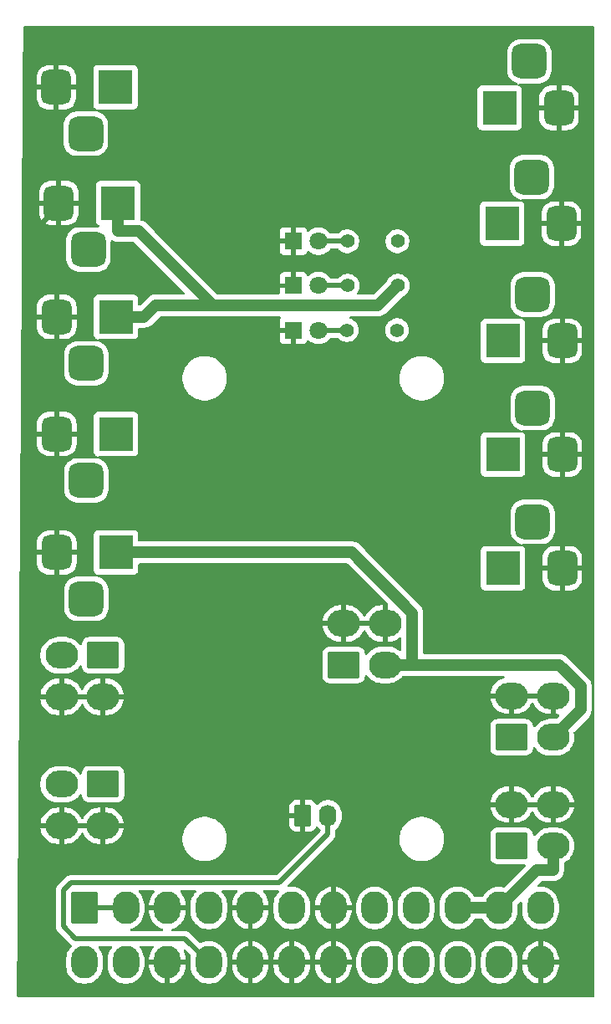
<source format=gbr>
%TF.GenerationSoftware,KiCad,Pcbnew,9.0.4*%
%TF.CreationDate,2026-02-08T17:50:35+10:00*%
%TF.ProjectId,OZ-HORNET-POWER-MAIN,4f5a2d48-4f52-44e4-9554-2d504f574552,rev?*%
%TF.SameCoordinates,Original*%
%TF.FileFunction,Copper,L2,Bot*%
%TF.FilePolarity,Positive*%
%FSLAX46Y46*%
G04 Gerber Fmt 4.6, Leading zero omitted, Abs format (unit mm)*
G04 Created by KiCad (PCBNEW 9.0.4) date 2026-02-08 17:50:35*
%MOMM*%
%LPD*%
G01*
G04 APERTURE LIST*
G04 Aperture macros list*
%AMRoundRect*
0 Rectangle with rounded corners*
0 $1 Rounding radius*
0 $2 $3 $4 $5 $6 $7 $8 $9 X,Y pos of 4 corners*
0 Add a 4 corners polygon primitive as box body*
4,1,4,$2,$3,$4,$5,$6,$7,$8,$9,$2,$3,0*
0 Add four circle primitives for the rounded corners*
1,1,$1+$1,$2,$3*
1,1,$1+$1,$4,$5*
1,1,$1+$1,$6,$7*
1,1,$1+$1,$8,$9*
0 Add four rect primitives between the rounded corners*
20,1,$1+$1,$2,$3,$4,$5,0*
20,1,$1+$1,$4,$5,$6,$7,0*
20,1,$1+$1,$6,$7,$8,$9,0*
20,1,$1+$1,$8,$9,$2,$3,0*%
G04 Aperture macros list end*
%TA.AperFunction,ComponentPad*%
%ADD10R,3.500000X3.500000*%
%TD*%
%TA.AperFunction,ComponentPad*%
%ADD11RoundRect,0.750000X0.750000X1.000000X-0.750000X1.000000X-0.750000X-1.000000X0.750000X-1.000000X0*%
%TD*%
%TA.AperFunction,ComponentPad*%
%ADD12RoundRect,0.875000X0.875000X0.875000X-0.875000X0.875000X-0.875000X-0.875000X0.875000X-0.875000X0*%
%TD*%
%TA.AperFunction,ComponentPad*%
%ADD13R,1.800000X1.800000*%
%TD*%
%TA.AperFunction,ComponentPad*%
%ADD14C,1.800000*%
%TD*%
%TA.AperFunction,ComponentPad*%
%ADD15RoundRect,0.250001X-1.399999X1.099999X-1.399999X-1.099999X1.399999X-1.099999X1.399999X1.099999X0*%
%TD*%
%TA.AperFunction,ComponentPad*%
%ADD16O,3.300000X2.700000*%
%TD*%
%TA.AperFunction,ComponentPad*%
%ADD17RoundRect,0.250001X-1.099999X-1.399999X1.099999X-1.399999X1.099999X1.399999X-1.099999X1.399999X0*%
%TD*%
%TA.AperFunction,ComponentPad*%
%ADD18O,2.700000X3.300000*%
%TD*%
%TA.AperFunction,ComponentPad*%
%ADD19C,1.400000*%
%TD*%
%TA.AperFunction,ComponentPad*%
%ADD20RoundRect,0.250001X1.399999X-1.099999X1.399999X1.099999X-1.399999X1.099999X-1.399999X-1.099999X0*%
%TD*%
%TA.AperFunction,ComponentPad*%
%ADD21RoundRect,0.750000X-0.750000X-1.000000X0.750000X-1.000000X0.750000X1.000000X-0.750000X1.000000X0*%
%TD*%
%TA.AperFunction,ComponentPad*%
%ADD22RoundRect,0.875000X-0.875000X-0.875000X0.875000X-0.875000X0.875000X0.875000X-0.875000X0.875000X0*%
%TD*%
%TA.AperFunction,ComponentPad*%
%ADD23RoundRect,0.250000X-0.620000X-0.845000X0.620000X-0.845000X0.620000X0.845000X-0.620000X0.845000X0*%
%TD*%
%TA.AperFunction,ComponentPad*%
%ADD24O,1.740000X2.190000*%
%TD*%
%TA.AperFunction,Conductor*%
%ADD25C,0.500000*%
%TD*%
%TA.AperFunction,Conductor*%
%ADD26C,1.200000*%
%TD*%
G04 APERTURE END LIST*
D10*
%TO.P,J2,1,Pin_1*%
%TO.N,/5VDC*%
X119250000Y-85457500D03*
D11*
%TO.P,J2,2,Pin_2*%
%TO.N,/GND*%
X125250000Y-85457500D03*
D12*
%TO.P,J2,3*%
%TO.N,N/C*%
X122250000Y-80757500D03*
%TD*%
D13*
%TO.P,D1,1,K*%
%TO.N,/GND*%
X98018000Y-75373000D03*
D14*
%TO.P,D1,2,A*%
%TO.N,Net-(D1-A)*%
X100558000Y-75373000D03*
%TD*%
D15*
%TO.P,J10,1,Pin_1*%
%TO.N,/5VDC*%
X78724000Y-130327000D03*
D16*
%TO.P,J10,2,Pin_3*%
%TO.N,/GND*%
X78724000Y-134527000D03*
%TO.P,J10,3,Pin_2*%
%TO.N,/12VDC*%
X74524000Y-130327000D03*
%TO.P,J10,4,Pin_4*%
%TO.N,/GND*%
X74524000Y-134527000D03*
%TD*%
D17*
%TO.P,J15,1,Pin_1*%
%TO.N,/3.3VDC*%
X76850000Y-142859000D03*
D18*
%TO.P,J15,2,Pin_2*%
X81050000Y-142859000D03*
%TO.P,J15,3,Pin_3*%
%TO.N,/GND*%
X85250000Y-142859000D03*
%TO.P,J15,4,Pin_4*%
%TO.N,/5VDC*%
X89450000Y-142859000D03*
%TO.P,J15,5,Pin_5*%
%TO.N,/GND*%
X93650000Y-142859000D03*
%TO.P,J15,6,Pin_6*%
%TO.N,/5VDC*%
X97850000Y-142859000D03*
%TO.P,J15,7,Pin_7*%
%TO.N,/GND*%
X102050000Y-142859000D03*
%TO.P,J15,8,Pin_8*%
%TO.N,/POWER*%
X106250000Y-142859000D03*
%TO.P,J15,9,Pin_9*%
%TO.N,unconnected-(J15-Pin_9-Pad9)*%
X110450000Y-142859000D03*
%TO.P,J15,10,Pin_10*%
%TO.N,/12VDC*%
X114650000Y-142859000D03*
%TO.P,J15,11,Pin_11*%
X118850000Y-142859000D03*
%TO.P,J15,12,Pin_12*%
%TO.N,unconnected-(J15-Pin_12-Pad12)*%
X123050000Y-142859000D03*
%TO.P,J15,13,Pin_13*%
%TO.N,unconnected-(J15-Pin_13-Pad13)*%
X76850000Y-148359000D03*
%TO.P,J15,14,Pin_14*%
%TO.N,unconnected-(J15-Pin_14-Pad14)*%
X81050000Y-148359000D03*
%TO.P,J15,15,Pin_15*%
%TO.N,/GND*%
X85250000Y-148359000D03*
%TO.P,J15,16,Pin_16*%
%TO.N,/PSUSW*%
X89450000Y-148359000D03*
%TO.P,J15,17,Pin_17*%
%TO.N,/GND*%
X93650000Y-148359000D03*
%TO.P,J15,18,Pin_18*%
X97850000Y-148359000D03*
%TO.P,J15,19,Pin_19*%
X102050000Y-148359000D03*
%TO.P,J15,20,Pin_20*%
%TO.N,unconnected-(J15-Pin_20-Pad20)*%
X106250000Y-148359000D03*
%TO.P,J15,21,Pin_21*%
%TO.N,/5VDC*%
X110450000Y-148359000D03*
%TO.P,J15,22,Pin_22*%
X114650000Y-148359000D03*
%TO.P,J15,23,Pin_23*%
X118850000Y-148359000D03*
%TO.P,J15,24,Pin_24*%
%TO.N,/GND*%
X123050000Y-148359000D03*
%TD*%
D19*
%TO.P,R3,1*%
%TO.N,Net-(D3-A)*%
X103438000Y-84373000D03*
%TO.P,R3,2*%
%TO.N,/POWER*%
X108518000Y-84373000D03*
%TD*%
D15*
%TO.P,J8,1,Pin_1*%
%TO.N,/5VDC*%
X78724000Y-117277000D03*
D16*
%TO.P,J8,2,Pin_3*%
%TO.N,/GND*%
X78724000Y-121477000D03*
%TO.P,J8,3,Pin_2*%
%TO.N,/12VDC*%
X74524000Y-117277000D03*
%TO.P,J8,4,Pin_4*%
%TO.N,/GND*%
X74524000Y-121477000D03*
%TD*%
D20*
%TO.P,J11,1,Pin_1*%
%TO.N,/5VDC*%
X120118000Y-125573000D03*
D16*
%TO.P,J11,2,Pin_3*%
%TO.N,/GND*%
X120118000Y-121373000D03*
%TO.P,J11,3,Pin_2*%
%TO.N,/12VDC*%
X124318000Y-125573000D03*
%TO.P,J11,4,Pin_4*%
%TO.N,/GND*%
X124318000Y-121373000D03*
%TD*%
D10*
%TO.P,J14,1,Pin_1*%
%TO.N,/12VDC*%
X80000000Y-59792500D03*
D21*
%TO.P,J14,2,Pin_2*%
%TO.N,/GND*%
X74000000Y-59792500D03*
D22*
%TO.P,J14,3*%
%TO.N,N/C*%
X77000000Y-64492500D03*
%TD*%
D19*
%TO.P,R2,1*%
%TO.N,Net-(D2-A)*%
X103518000Y-79873000D03*
%TO.P,R2,2*%
%TO.N,/12VDC*%
X108598000Y-79873000D03*
%TD*%
D10*
%TO.P,J7,1,Pin_1*%
%TO.N,/12VDC*%
X80042000Y-106873000D03*
D21*
%TO.P,J7,2,Pin_2*%
%TO.N,/GND*%
X74042000Y-106873000D03*
D22*
%TO.P,J7,3*%
%TO.N,N/C*%
X77042000Y-111573000D03*
%TD*%
D23*
%TO.P,J3,1,Pin_1*%
%TO.N,/GND*%
X98980000Y-133520000D03*
D24*
%TO.P,J3,2,Pin_2*%
%TO.N,/PSUSW*%
X101520000Y-133520000D03*
%TD*%
D10*
%TO.P,J1,1,Pin_1*%
%TO.N,/5VDC*%
X119250000Y-96957500D03*
D11*
%TO.P,J1,2,Pin_2*%
%TO.N,/GND*%
X125250000Y-96957500D03*
D12*
%TO.P,J1,3*%
%TO.N,N/C*%
X122250000Y-92257500D03*
%TD*%
D10*
%TO.P,J5,1,Pin_1*%
%TO.N,/5VDC*%
X119250000Y-108457500D03*
D11*
%TO.P,J5,2,Pin_2*%
%TO.N,/GND*%
X125250000Y-108457500D03*
D12*
%TO.P,J5,3*%
%TO.N,N/C*%
X122250000Y-103757500D03*
%TD*%
D19*
%TO.P,R1,1*%
%TO.N,Net-(D1-A)*%
X103478000Y-75373000D03*
%TO.P,R1,2*%
%TO.N,/5VDC*%
X108558000Y-75373000D03*
%TD*%
D10*
%TO.P,J13,1,Pin_1*%
%TO.N,/5VDC*%
X118916000Y-61877000D03*
D11*
%TO.P,J13,2,Pin_2*%
%TO.N,/GND*%
X124916000Y-61877000D03*
D12*
%TO.P,J13,3*%
%TO.N,N/C*%
X121916000Y-57177000D03*
%TD*%
D20*
%TO.P,J9,1,Pin_1*%
%TO.N,/5VDC*%
X103100000Y-118250000D03*
D16*
%TO.P,J9,2,Pin_3*%
%TO.N,/GND*%
X103100000Y-114050000D03*
%TO.P,J9,3,Pin_2*%
%TO.N,/12VDC*%
X107300000Y-118250000D03*
%TO.P,J9,4,Pin_4*%
%TO.N,/GND*%
X107300000Y-114050000D03*
%TD*%
D10*
%TO.P,J16,1,Pin_1*%
%TO.N,/5VDC*%
X119166000Y-73584500D03*
D11*
%TO.P,J16,2,Pin_2*%
%TO.N,/GND*%
X125166000Y-73584500D03*
D12*
%TO.P,J16,3*%
%TO.N,N/C*%
X122166000Y-68884500D03*
%TD*%
D10*
%TO.P,J17,1,Pin_1*%
%TO.N,/12VDC*%
X80250000Y-71500000D03*
D21*
%TO.P,J17,2,Pin_2*%
%TO.N,/GND*%
X74250000Y-71500000D03*
D22*
%TO.P,J17,3*%
%TO.N,N/C*%
X77250000Y-76200000D03*
%TD*%
D13*
%TO.P,D3,1,K*%
%TO.N,/GND*%
X98018000Y-84373000D03*
D14*
%TO.P,D3,2,A*%
%TO.N,Net-(D3-A)*%
X100558000Y-84373000D03*
%TD*%
D10*
%TO.P,J4,1,Pin_1*%
%TO.N,/12VDC*%
X80042000Y-94873000D03*
D21*
%TO.P,J4,2,Pin_2*%
%TO.N,/GND*%
X74042000Y-94873000D03*
D22*
%TO.P,J4,3*%
%TO.N,N/C*%
X77042000Y-99573000D03*
%TD*%
D20*
%TO.P,J12,1,Pin_1*%
%TO.N,/5VDC*%
X120118000Y-136573000D03*
D16*
%TO.P,J12,2,Pin_3*%
%TO.N,/GND*%
X120118000Y-132373000D03*
%TO.P,J12,3,Pin_2*%
%TO.N,/12VDC*%
X124318000Y-136573000D03*
%TO.P,J12,4,Pin_4*%
%TO.N,/GND*%
X124318000Y-132373000D03*
%TD*%
D13*
%TO.P,D2,1,K*%
%TO.N,/GND*%
X98018000Y-79873000D03*
D14*
%TO.P,D2,2,A*%
%TO.N,Net-(D2-A)*%
X100558000Y-79873000D03*
%TD*%
D10*
%TO.P,J6,1,Pin_1*%
%TO.N,/12VDC*%
X80042000Y-83026500D03*
D21*
%TO.P,J6,2,Pin_2*%
%TO.N,/GND*%
X74042000Y-83026500D03*
D22*
%TO.P,J6,3*%
%TO.N,N/C*%
X77042000Y-87726500D03*
%TD*%
D25*
%TO.N,Net-(D1-A)*%
X103478000Y-75373000D02*
X100558000Y-75373000D01*
%TO.N,Net-(D2-A)*%
X103518000Y-79873000D02*
X100558000Y-79873000D01*
D26*
%TO.N,/12VDC*%
X127110100Y-120395400D02*
X127110100Y-122780900D01*
X110069700Y-112983000D02*
X103959700Y-106873000D01*
X118850000Y-142859000D02*
X122684300Y-139024700D01*
X110069700Y-118250000D02*
X124964700Y-118250000D01*
X106596300Y-81874700D02*
X89878800Y-81874700D01*
X110069700Y-118250000D02*
X110069700Y-112983000D01*
X84045500Y-81874700D02*
X82893700Y-83026500D01*
X82355800Y-74351700D02*
X80250000Y-74351700D01*
X118850000Y-142859000D02*
X114650000Y-142859000D01*
X124318000Y-136573000D02*
X124318000Y-139024700D01*
X107300000Y-118250000D02*
X110069700Y-118250000D01*
X89878800Y-81874700D02*
X84045500Y-81874700D01*
X124964700Y-118250000D02*
X127110100Y-120395400D01*
X89878800Y-81874700D02*
X82355800Y-74351700D01*
X80042000Y-83026500D02*
X82893700Y-83026500D01*
X122684300Y-139024700D02*
X124318000Y-139024700D01*
X127110100Y-122780900D02*
X124318000Y-125573000D01*
X103959700Y-106873000D02*
X80042000Y-106873000D01*
X80250000Y-71500000D02*
X80250000Y-74351700D01*
X108598000Y-79873000D02*
X106596300Y-81874700D01*
D25*
%TO.N,/PSUSW*%
X75481900Y-140304200D02*
X96582500Y-140304200D01*
X87022800Y-145931800D02*
X75919100Y-145931800D01*
X75919100Y-145931800D02*
X74698900Y-144711600D01*
X74698900Y-141087200D02*
X75481900Y-140304200D01*
X74698900Y-144711600D02*
X74698900Y-141087200D01*
X89450000Y-148359000D02*
X87022800Y-145931800D01*
X96582500Y-140304200D02*
X101520000Y-135366700D01*
X101520000Y-133520000D02*
X101520000Y-135366700D01*
%TO.N,Net-(D3-A)*%
X103438000Y-84373000D02*
X100558000Y-84373000D01*
%TO.N,/GND*%
X74250000Y-71915300D02*
X74250000Y-71500000D01*
X72483400Y-73681900D02*
X74250000Y-71915300D01*
%TO.N,/3.3VDC*%
X81050000Y-142859000D02*
X76850000Y-142859000D01*
%TD*%
%TA.AperFunction,Conductor*%
%TO.N,/GND*%
G36*
X83905681Y-141074385D02*
G01*
X83951436Y-141127189D01*
X83961380Y-141196347D01*
X83932355Y-141259903D01*
X83926323Y-141266381D01*
X83856116Y-141336587D01*
X83856110Y-141336594D01*
X83708480Y-141528990D01*
X83587227Y-141739006D01*
X83587220Y-141739021D01*
X83494421Y-141963060D01*
X83431653Y-142197312D01*
X83400001Y-142437735D01*
X83400000Y-142437751D01*
X83400000Y-142609000D01*
X84595879Y-142609000D01*
X84576901Y-142654818D01*
X84550000Y-142790056D01*
X84550000Y-142927944D01*
X84576901Y-143063182D01*
X84595879Y-143109000D01*
X83400000Y-143109000D01*
X83400000Y-143280248D01*
X83400001Y-143280264D01*
X83431653Y-143520687D01*
X83494421Y-143754939D01*
X83587220Y-143978978D01*
X83587227Y-143978993D01*
X83708480Y-144189009D01*
X83856110Y-144381405D01*
X83856116Y-144381412D01*
X84027587Y-144552883D01*
X84027594Y-144552889D01*
X84219990Y-144700519D01*
X84430006Y-144821772D01*
X84430021Y-144821779D01*
X84654060Y-144914578D01*
X84739698Y-144937525D01*
X84799358Y-144973890D01*
X84829887Y-145036737D01*
X84821592Y-145106113D01*
X84777107Y-145159991D01*
X84710555Y-145181265D01*
X84707604Y-145181300D01*
X81594330Y-145181300D01*
X81527291Y-145161615D01*
X81481536Y-145108811D01*
X81471592Y-145039653D01*
X81500617Y-144976097D01*
X81559395Y-144938323D01*
X81562198Y-144937535D01*
X81646100Y-144915054D01*
X81870212Y-144822224D01*
X82080289Y-144700936D01*
X82272738Y-144553265D01*
X82444265Y-144381738D01*
X82591936Y-144189289D01*
X82713224Y-143979212D01*
X82806054Y-143755100D01*
X82868838Y-143520789D01*
X82900500Y-143280288D01*
X82900500Y-142437712D01*
X82900499Y-142437708D01*
X82891800Y-142371625D01*
X82868838Y-142197211D01*
X82806054Y-141962900D01*
X82713224Y-141738788D01*
X82591936Y-141528711D01*
X82500073Y-141408992D01*
X82444266Y-141336263D01*
X82444260Y-141336256D01*
X82374385Y-141266381D01*
X82340900Y-141205058D01*
X82345884Y-141135366D01*
X82387756Y-141079433D01*
X82453220Y-141055016D01*
X82462066Y-141054700D01*
X83838642Y-141054700D01*
X83905681Y-141074385D01*
G37*
%TD.AperFunction*%
%TA.AperFunction,Conductor*%
G36*
X78050901Y-134322818D02*
G01*
X78024000Y-134458056D01*
X78024000Y-134595944D01*
X78050901Y-134731182D01*
X78069879Y-134777000D01*
X75178121Y-134777000D01*
X75197099Y-134731182D01*
X75224000Y-134595944D01*
X75224000Y-134458056D01*
X75197099Y-134322818D01*
X75178121Y-134277000D01*
X78069879Y-134277000D01*
X78050901Y-134322818D01*
G37*
%TD.AperFunction*%
%TA.AperFunction,Conductor*%
G36*
X123644901Y-132168818D02*
G01*
X123618000Y-132304056D01*
X123618000Y-132441944D01*
X123644901Y-132577182D01*
X123663879Y-132623000D01*
X120772121Y-132623000D01*
X120791099Y-132577182D01*
X120818000Y-132441944D01*
X120818000Y-132304056D01*
X120791099Y-132168818D01*
X120772121Y-132123000D01*
X123663879Y-132123000D01*
X123644901Y-132168818D01*
G37*
%TD.AperFunction*%
%TA.AperFunction,Conductor*%
G36*
X123644901Y-121168818D02*
G01*
X123618000Y-121304056D01*
X123618000Y-121441944D01*
X123644901Y-121577182D01*
X123663879Y-121623000D01*
X120772121Y-121623000D01*
X120791099Y-121577182D01*
X120818000Y-121441944D01*
X120818000Y-121304056D01*
X120791099Y-121168818D01*
X120772121Y-121123000D01*
X123663879Y-121123000D01*
X123644901Y-121168818D01*
G37*
%TD.AperFunction*%
%TA.AperFunction,Conductor*%
G36*
X106626901Y-113845818D02*
G01*
X106600000Y-113981056D01*
X106600000Y-114118944D01*
X106626901Y-114254182D01*
X106645879Y-114300000D01*
X103754121Y-114300000D01*
X103773099Y-114254182D01*
X103800000Y-114118944D01*
X103800000Y-113981056D01*
X103773099Y-113845818D01*
X103754121Y-113800000D01*
X106645879Y-113800000D01*
X106626901Y-113845818D01*
G37*
%TD.AperFunction*%
%TA.AperFunction,Conductor*%
G36*
X78050901Y-121272818D02*
G01*
X78024000Y-121408056D01*
X78024000Y-121545944D01*
X78050901Y-121681182D01*
X78069879Y-121727000D01*
X75178121Y-121727000D01*
X75197099Y-121681182D01*
X75224000Y-121545944D01*
X75224000Y-121408056D01*
X75197099Y-121272818D01*
X75178121Y-121227000D01*
X78069879Y-121227000D01*
X78050901Y-121272818D01*
G37*
%TD.AperFunction*%
%TA.AperFunction,Conductor*%
G36*
X128461039Y-53642685D02*
G01*
X128506794Y-53695489D01*
X128518000Y-53747000D01*
X128518000Y-151749000D01*
X128498315Y-151816039D01*
X128445511Y-151861794D01*
X128394000Y-151873000D01*
X70142792Y-151873000D01*
X70075753Y-151853315D01*
X70029998Y-151800511D01*
X70018795Y-151748210D01*
X70063144Y-144785520D01*
X73948399Y-144785520D01*
X73977240Y-144930507D01*
X73977243Y-144930517D01*
X74033814Y-145067092D01*
X74066712Y-145116327D01*
X74066713Y-145116330D01*
X74115946Y-145190014D01*
X74115952Y-145190021D01*
X75440680Y-146514748D01*
X75440681Y-146514749D01*
X75440684Y-146514751D01*
X75516808Y-146565615D01*
X75561613Y-146619226D01*
X75570320Y-146688551D01*
X75540166Y-146751579D01*
X75535598Y-146756398D01*
X75455739Y-146836256D01*
X75455733Y-146836263D01*
X75308067Y-147028706D01*
X75186777Y-147238785D01*
X75186773Y-147238794D01*
X75093947Y-147462895D01*
X75031161Y-147697214D01*
X74999500Y-147937711D01*
X74999500Y-148780288D01*
X75031161Y-149020785D01*
X75093947Y-149255104D01*
X75186679Y-149478978D01*
X75186776Y-149479212D01*
X75308064Y-149689289D01*
X75308066Y-149689292D01*
X75308067Y-149689293D01*
X75455733Y-149881736D01*
X75455739Y-149881743D01*
X75627256Y-150053260D01*
X75627262Y-150053265D01*
X75819711Y-150200936D01*
X76029788Y-150322224D01*
X76253900Y-150415054D01*
X76488211Y-150477838D01*
X76668586Y-150501584D01*
X76728711Y-150509500D01*
X76728712Y-150509500D01*
X76971289Y-150509500D01*
X77019388Y-150503167D01*
X77211789Y-150477838D01*
X77446100Y-150415054D01*
X77670212Y-150322224D01*
X77880289Y-150200936D01*
X78072738Y-150053265D01*
X78244265Y-149881738D01*
X78391936Y-149689289D01*
X78513224Y-149479212D01*
X78606054Y-149255100D01*
X78668838Y-149020789D01*
X78700500Y-148780288D01*
X78700500Y-147937712D01*
X78668838Y-147697211D01*
X78606054Y-147462900D01*
X78513224Y-147238788D01*
X78391936Y-147028711D01*
X78279197Y-146881786D01*
X78254003Y-146816617D01*
X78268041Y-146748172D01*
X78316855Y-146698183D01*
X78377573Y-146682300D01*
X79522427Y-146682300D01*
X79589466Y-146701985D01*
X79635221Y-146754789D01*
X79645165Y-146823947D01*
X79620803Y-146881786D01*
X79508067Y-147028706D01*
X79386777Y-147238785D01*
X79386773Y-147238794D01*
X79293947Y-147462895D01*
X79231161Y-147697214D01*
X79199500Y-147937711D01*
X79199500Y-148780288D01*
X79231161Y-149020785D01*
X79293947Y-149255104D01*
X79386679Y-149478978D01*
X79386776Y-149479212D01*
X79508064Y-149689289D01*
X79508066Y-149689292D01*
X79508067Y-149689293D01*
X79655733Y-149881736D01*
X79655739Y-149881743D01*
X79827256Y-150053260D01*
X79827262Y-150053265D01*
X80019711Y-150200936D01*
X80229788Y-150322224D01*
X80453900Y-150415054D01*
X80688211Y-150477838D01*
X80868586Y-150501584D01*
X80928711Y-150509500D01*
X80928712Y-150509500D01*
X81171289Y-150509500D01*
X81219388Y-150503167D01*
X81411789Y-150477838D01*
X81646100Y-150415054D01*
X81870212Y-150322224D01*
X82080289Y-150200936D01*
X82272738Y-150053265D01*
X82444265Y-149881738D01*
X82591936Y-149689289D01*
X82713224Y-149479212D01*
X82806054Y-149255100D01*
X82868838Y-149020789D01*
X82900500Y-148780288D01*
X82900500Y-147937712D01*
X82868838Y-147697211D01*
X82806054Y-147462900D01*
X82713224Y-147238788D01*
X82591936Y-147028711D01*
X82479197Y-146881786D01*
X82454003Y-146816617D01*
X82468041Y-146748172D01*
X82516855Y-146698183D01*
X82577573Y-146682300D01*
X83723058Y-146682300D01*
X83790097Y-146701985D01*
X83835852Y-146754789D01*
X83845796Y-146823947D01*
X83821434Y-146881786D01*
X83708480Y-147028990D01*
X83587227Y-147239006D01*
X83587220Y-147239021D01*
X83494421Y-147463060D01*
X83431653Y-147697312D01*
X83400001Y-147937735D01*
X83400000Y-147937751D01*
X83400000Y-148109000D01*
X84595879Y-148109000D01*
X84576901Y-148154818D01*
X84550000Y-148290056D01*
X84550000Y-148427944D01*
X84576901Y-148563182D01*
X84595879Y-148609000D01*
X83400000Y-148609000D01*
X83400000Y-148780248D01*
X83400001Y-148780264D01*
X83431653Y-149020687D01*
X83494421Y-149254939D01*
X83587220Y-149478978D01*
X83587227Y-149478993D01*
X83708480Y-149689009D01*
X83856110Y-149881405D01*
X83856116Y-149881412D01*
X84027587Y-150052883D01*
X84027594Y-150052889D01*
X84219990Y-150200519D01*
X84430006Y-150321772D01*
X84430021Y-150321779D01*
X84654060Y-150414578D01*
X84888312Y-150477346D01*
X85000000Y-150492049D01*
X85000000Y-149013120D01*
X85045818Y-149032099D01*
X85181056Y-149059000D01*
X85318944Y-149059000D01*
X85454182Y-149032099D01*
X85500000Y-149013120D01*
X85500000Y-150492048D01*
X85611687Y-150477346D01*
X85845939Y-150414578D01*
X86069978Y-150321779D01*
X86069993Y-150321772D01*
X86280009Y-150200519D01*
X86472405Y-150052889D01*
X86472412Y-150052883D01*
X86643883Y-149881412D01*
X86643889Y-149881405D01*
X86791519Y-149689009D01*
X86912772Y-149478993D01*
X86912779Y-149478978D01*
X87005578Y-149254939D01*
X87068346Y-149020687D01*
X87099998Y-148780264D01*
X87100000Y-148780248D01*
X87100000Y-148609000D01*
X85904121Y-148609000D01*
X85923099Y-148563182D01*
X85950000Y-148427944D01*
X85950000Y-148290056D01*
X85923099Y-148154818D01*
X85904121Y-148109000D01*
X87100000Y-148109000D01*
X87100000Y-147937751D01*
X87099998Y-147937735D01*
X87068346Y-147697312D01*
X87005578Y-147463060D01*
X86912779Y-147239021D01*
X86912770Y-147239002D01*
X86897585Y-147212702D01*
X86881111Y-147144802D01*
X86903963Y-147078775D01*
X86958883Y-147035584D01*
X87028437Y-147028942D01*
X87090540Y-147060957D01*
X87092652Y-147063020D01*
X87600759Y-147571126D01*
X87634244Y-147632449D01*
X87632855Y-147690893D01*
X87631163Y-147697206D01*
X87631160Y-147697221D01*
X87599500Y-147937711D01*
X87599500Y-148780288D01*
X87631161Y-149020785D01*
X87693947Y-149255104D01*
X87786679Y-149478978D01*
X87786776Y-149479212D01*
X87908064Y-149689289D01*
X87908066Y-149689292D01*
X87908067Y-149689293D01*
X88055733Y-149881736D01*
X88055739Y-149881743D01*
X88227256Y-150053260D01*
X88227262Y-150053265D01*
X88419711Y-150200936D01*
X88629788Y-150322224D01*
X88853900Y-150415054D01*
X89088211Y-150477838D01*
X89268586Y-150501584D01*
X89328711Y-150509500D01*
X89328712Y-150509500D01*
X89571289Y-150509500D01*
X89619388Y-150503167D01*
X89811789Y-150477838D01*
X90046100Y-150415054D01*
X90270212Y-150322224D01*
X90480289Y-150200936D01*
X90672738Y-150053265D01*
X90844265Y-149881738D01*
X90991936Y-149689289D01*
X91113224Y-149479212D01*
X91206054Y-149255100D01*
X91268838Y-149020789D01*
X91300500Y-148780288D01*
X91300500Y-147937751D01*
X91800000Y-147937751D01*
X91800000Y-148109000D01*
X92995879Y-148109000D01*
X92976901Y-148154818D01*
X92950000Y-148290056D01*
X92950000Y-148427944D01*
X92976901Y-148563182D01*
X92995879Y-148609000D01*
X91800000Y-148609000D01*
X91800000Y-148780248D01*
X91800001Y-148780264D01*
X91831653Y-149020687D01*
X91894421Y-149254939D01*
X91987220Y-149478978D01*
X91987227Y-149478993D01*
X92108480Y-149689009D01*
X92256110Y-149881405D01*
X92256116Y-149881412D01*
X92427587Y-150052883D01*
X92427594Y-150052889D01*
X92619990Y-150200519D01*
X92830006Y-150321772D01*
X92830021Y-150321779D01*
X93054060Y-150414578D01*
X93288312Y-150477346D01*
X93400000Y-150492049D01*
X93400000Y-149013120D01*
X93445818Y-149032099D01*
X93581056Y-149059000D01*
X93718944Y-149059000D01*
X93854182Y-149032099D01*
X93900000Y-149013120D01*
X93900000Y-150492048D01*
X94011687Y-150477346D01*
X94245939Y-150414578D01*
X94469978Y-150321779D01*
X94469993Y-150321772D01*
X94680009Y-150200519D01*
X94872405Y-150052889D01*
X94872412Y-150052883D01*
X95043883Y-149881412D01*
X95043889Y-149881405D01*
X95191519Y-149689009D01*
X95312772Y-149478993D01*
X95312779Y-149478978D01*
X95405578Y-149254939D01*
X95468346Y-149020687D01*
X95499998Y-148780264D01*
X95500000Y-148780248D01*
X95500000Y-148609000D01*
X94304121Y-148609000D01*
X94323099Y-148563182D01*
X94350000Y-148427944D01*
X94350000Y-148290056D01*
X94323099Y-148154818D01*
X94304121Y-148109000D01*
X95500000Y-148109000D01*
X95500000Y-147937751D01*
X96000000Y-147937751D01*
X96000000Y-148109000D01*
X97195879Y-148109000D01*
X97176901Y-148154818D01*
X97150000Y-148290056D01*
X97150000Y-148427944D01*
X97176901Y-148563182D01*
X97195879Y-148609000D01*
X96000000Y-148609000D01*
X96000000Y-148780248D01*
X96000001Y-148780264D01*
X96031653Y-149020687D01*
X96094421Y-149254939D01*
X96187220Y-149478978D01*
X96187227Y-149478993D01*
X96308480Y-149689009D01*
X96456110Y-149881405D01*
X96456116Y-149881412D01*
X96627587Y-150052883D01*
X96627594Y-150052889D01*
X96819990Y-150200519D01*
X97030006Y-150321772D01*
X97030021Y-150321779D01*
X97254060Y-150414578D01*
X97488312Y-150477346D01*
X97600000Y-150492049D01*
X97600000Y-149013120D01*
X97645818Y-149032099D01*
X97781056Y-149059000D01*
X97918944Y-149059000D01*
X98054182Y-149032099D01*
X98100000Y-149013120D01*
X98100000Y-150492048D01*
X98211687Y-150477346D01*
X98445939Y-150414578D01*
X98669978Y-150321779D01*
X98669993Y-150321772D01*
X98880009Y-150200519D01*
X99072405Y-150052889D01*
X99072412Y-150052883D01*
X99243883Y-149881412D01*
X99243889Y-149881405D01*
X99391519Y-149689009D01*
X99512772Y-149478993D01*
X99512779Y-149478978D01*
X99605578Y-149254939D01*
X99668346Y-149020687D01*
X99699998Y-148780264D01*
X99700000Y-148780248D01*
X99700000Y-148609000D01*
X98504121Y-148609000D01*
X98523099Y-148563182D01*
X98550000Y-148427944D01*
X98550000Y-148290056D01*
X98523099Y-148154818D01*
X98504121Y-148109000D01*
X99700000Y-148109000D01*
X99700000Y-147937751D01*
X100200000Y-147937751D01*
X100200000Y-148109000D01*
X101395879Y-148109000D01*
X101376901Y-148154818D01*
X101350000Y-148290056D01*
X101350000Y-148427944D01*
X101376901Y-148563182D01*
X101395879Y-148609000D01*
X100200000Y-148609000D01*
X100200000Y-148780248D01*
X100200001Y-148780264D01*
X100231653Y-149020687D01*
X100294421Y-149254939D01*
X100387220Y-149478978D01*
X100387227Y-149478993D01*
X100508480Y-149689009D01*
X100656110Y-149881405D01*
X100656116Y-149881412D01*
X100827587Y-150052883D01*
X100827594Y-150052889D01*
X101019990Y-150200519D01*
X101230006Y-150321772D01*
X101230021Y-150321779D01*
X101454060Y-150414578D01*
X101688312Y-150477346D01*
X101800000Y-150492049D01*
X101800000Y-149013120D01*
X101845818Y-149032099D01*
X101981056Y-149059000D01*
X102118944Y-149059000D01*
X102254182Y-149032099D01*
X102300000Y-149013120D01*
X102300000Y-150492049D01*
X102411687Y-150477346D01*
X102645939Y-150414578D01*
X102869978Y-150321779D01*
X102869993Y-150321772D01*
X103080009Y-150200519D01*
X103272405Y-150052889D01*
X103272412Y-150052883D01*
X103443883Y-149881412D01*
X103443889Y-149881405D01*
X103591519Y-149689009D01*
X103712772Y-149478993D01*
X103712779Y-149478978D01*
X103805578Y-149254939D01*
X103868346Y-149020687D01*
X103899998Y-148780264D01*
X103900000Y-148780248D01*
X103900000Y-148609000D01*
X102704121Y-148609000D01*
X102723099Y-148563182D01*
X102750000Y-148427944D01*
X102750000Y-148290056D01*
X102723099Y-148154818D01*
X102704121Y-148109000D01*
X103900000Y-148109000D01*
X103900000Y-147937743D01*
X103899996Y-147937711D01*
X104399500Y-147937711D01*
X104399500Y-148780288D01*
X104431161Y-149020785D01*
X104493947Y-149255104D01*
X104586679Y-149478978D01*
X104586776Y-149479212D01*
X104708064Y-149689289D01*
X104708066Y-149689292D01*
X104708067Y-149689293D01*
X104855733Y-149881736D01*
X104855739Y-149881743D01*
X105027256Y-150053260D01*
X105027262Y-150053265D01*
X105219711Y-150200936D01*
X105429788Y-150322224D01*
X105653900Y-150415054D01*
X105888211Y-150477838D01*
X106068586Y-150501584D01*
X106128711Y-150509500D01*
X106128712Y-150509500D01*
X106371289Y-150509500D01*
X106419388Y-150503167D01*
X106611789Y-150477838D01*
X106846100Y-150415054D01*
X107070212Y-150322224D01*
X107280289Y-150200936D01*
X107472738Y-150053265D01*
X107644265Y-149881738D01*
X107791936Y-149689289D01*
X107913224Y-149479212D01*
X108006054Y-149255100D01*
X108068838Y-149020789D01*
X108100500Y-148780288D01*
X108100500Y-147937712D01*
X108100500Y-147937711D01*
X108599500Y-147937711D01*
X108599500Y-148780288D01*
X108631161Y-149020785D01*
X108693947Y-149255104D01*
X108786679Y-149478978D01*
X108786776Y-149479212D01*
X108908064Y-149689289D01*
X108908066Y-149689292D01*
X108908067Y-149689293D01*
X109055733Y-149881736D01*
X109055739Y-149881743D01*
X109227256Y-150053260D01*
X109227262Y-150053265D01*
X109419711Y-150200936D01*
X109629788Y-150322224D01*
X109853900Y-150415054D01*
X110088211Y-150477838D01*
X110268586Y-150501584D01*
X110328711Y-150509500D01*
X110328712Y-150509500D01*
X110571289Y-150509500D01*
X110619388Y-150503167D01*
X110811789Y-150477838D01*
X111046100Y-150415054D01*
X111270212Y-150322224D01*
X111480289Y-150200936D01*
X111672738Y-150053265D01*
X111844265Y-149881738D01*
X111991936Y-149689289D01*
X112113224Y-149479212D01*
X112206054Y-149255100D01*
X112268838Y-149020789D01*
X112300500Y-148780288D01*
X112300500Y-147937712D01*
X112300500Y-147937711D01*
X112799500Y-147937711D01*
X112799500Y-148780288D01*
X112831161Y-149020785D01*
X112893947Y-149255104D01*
X112986679Y-149478978D01*
X112986776Y-149479212D01*
X113108064Y-149689289D01*
X113108066Y-149689292D01*
X113108067Y-149689293D01*
X113255733Y-149881736D01*
X113255739Y-149881743D01*
X113427256Y-150053260D01*
X113427262Y-150053265D01*
X113619711Y-150200936D01*
X113829788Y-150322224D01*
X114053900Y-150415054D01*
X114288211Y-150477838D01*
X114468586Y-150501584D01*
X114528711Y-150509500D01*
X114528712Y-150509500D01*
X114771289Y-150509500D01*
X114819388Y-150503167D01*
X115011789Y-150477838D01*
X115246100Y-150415054D01*
X115470212Y-150322224D01*
X115680289Y-150200936D01*
X115872738Y-150053265D01*
X116044265Y-149881738D01*
X116191936Y-149689289D01*
X116313224Y-149479212D01*
X116406054Y-149255100D01*
X116468838Y-149020789D01*
X116500500Y-148780288D01*
X116500500Y-147937712D01*
X116500500Y-147937711D01*
X116999500Y-147937711D01*
X116999500Y-148780288D01*
X117031161Y-149020785D01*
X117093947Y-149255104D01*
X117186679Y-149478978D01*
X117186776Y-149479212D01*
X117308064Y-149689289D01*
X117308066Y-149689292D01*
X117308067Y-149689293D01*
X117455733Y-149881736D01*
X117455739Y-149881743D01*
X117627256Y-150053260D01*
X117627262Y-150053265D01*
X117819711Y-150200936D01*
X118029788Y-150322224D01*
X118253900Y-150415054D01*
X118488211Y-150477838D01*
X118668586Y-150501584D01*
X118728711Y-150509500D01*
X118728712Y-150509500D01*
X118971289Y-150509500D01*
X119019388Y-150503167D01*
X119211789Y-150477838D01*
X119446100Y-150415054D01*
X119670212Y-150322224D01*
X119880289Y-150200936D01*
X120072738Y-150053265D01*
X120244265Y-149881738D01*
X120391936Y-149689289D01*
X120513224Y-149479212D01*
X120606054Y-149255100D01*
X120668838Y-149020789D01*
X120700500Y-148780288D01*
X120700500Y-147937751D01*
X121200000Y-147937751D01*
X121200000Y-148109000D01*
X122395879Y-148109000D01*
X122376901Y-148154818D01*
X122350000Y-148290056D01*
X122350000Y-148427944D01*
X122376901Y-148563182D01*
X122395879Y-148609000D01*
X121200000Y-148609000D01*
X121200000Y-148780248D01*
X121200001Y-148780264D01*
X121231653Y-149020687D01*
X121294421Y-149254939D01*
X121387220Y-149478978D01*
X121387227Y-149478993D01*
X121508480Y-149689009D01*
X121656110Y-149881405D01*
X121656116Y-149881412D01*
X121827587Y-150052883D01*
X121827594Y-150052889D01*
X122019990Y-150200519D01*
X122230006Y-150321772D01*
X122230021Y-150321779D01*
X122454060Y-150414578D01*
X122688312Y-150477346D01*
X122800000Y-150492049D01*
X122800000Y-149013120D01*
X122845818Y-149032099D01*
X122981056Y-149059000D01*
X123118944Y-149059000D01*
X123254182Y-149032099D01*
X123300000Y-149013120D01*
X123300000Y-150492048D01*
X123411687Y-150477346D01*
X123645939Y-150414578D01*
X123869978Y-150321779D01*
X123869993Y-150321772D01*
X124080009Y-150200519D01*
X124272405Y-150052889D01*
X124272412Y-150052883D01*
X124443883Y-149881412D01*
X124443889Y-149881405D01*
X124591519Y-149689009D01*
X124712772Y-149478993D01*
X124712779Y-149478978D01*
X124805578Y-149254939D01*
X124868346Y-149020687D01*
X124899998Y-148780264D01*
X124900000Y-148780248D01*
X124900000Y-148609000D01*
X123704121Y-148609000D01*
X123723099Y-148563182D01*
X123750000Y-148427944D01*
X123750000Y-148290056D01*
X123723099Y-148154818D01*
X123704121Y-148109000D01*
X124900000Y-148109000D01*
X124900000Y-147937751D01*
X124899998Y-147937735D01*
X124868346Y-147697312D01*
X124805578Y-147463060D01*
X124712779Y-147239021D01*
X124712772Y-147239006D01*
X124591519Y-147028990D01*
X124443889Y-146836594D01*
X124443883Y-146836587D01*
X124272412Y-146665116D01*
X124272405Y-146665110D01*
X124080009Y-146517480D01*
X123869993Y-146396227D01*
X123869978Y-146396220D01*
X123645939Y-146303421D01*
X123411687Y-146240653D01*
X123300000Y-146225948D01*
X123300000Y-147704879D01*
X123254182Y-147685901D01*
X123118944Y-147659000D01*
X122981056Y-147659000D01*
X122845818Y-147685901D01*
X122800000Y-147704879D01*
X122800000Y-146225948D01*
X122799999Y-146225948D01*
X122688312Y-146240653D01*
X122454060Y-146303421D01*
X122230021Y-146396220D01*
X122230006Y-146396227D01*
X122019990Y-146517480D01*
X121827594Y-146665110D01*
X121827587Y-146665116D01*
X121656116Y-146836587D01*
X121656110Y-146836594D01*
X121508480Y-147028990D01*
X121387227Y-147239006D01*
X121387220Y-147239021D01*
X121294421Y-147463060D01*
X121231653Y-147697312D01*
X121200001Y-147937735D01*
X121200000Y-147937751D01*
X120700500Y-147937751D01*
X120700500Y-147937712D01*
X120668838Y-147697211D01*
X120606054Y-147462900D01*
X120513224Y-147238788D01*
X120391936Y-147028711D01*
X120244520Y-146836594D01*
X120244266Y-146836263D01*
X120244260Y-146836256D01*
X120072743Y-146664739D01*
X120072736Y-146664733D01*
X119880293Y-146517067D01*
X119880292Y-146517066D01*
X119880289Y-146517064D01*
X119670212Y-146395776D01*
X119669425Y-146395450D01*
X119446104Y-146302947D01*
X119211785Y-146240161D01*
X118971289Y-146208500D01*
X118971288Y-146208500D01*
X118728712Y-146208500D01*
X118728711Y-146208500D01*
X118488214Y-146240161D01*
X118253895Y-146302947D01*
X118029794Y-146395773D01*
X118029785Y-146395777D01*
X117847851Y-146500817D01*
X117823723Y-146514748D01*
X117819706Y-146517067D01*
X117627263Y-146664733D01*
X117627256Y-146664739D01*
X117455739Y-146836256D01*
X117455733Y-146836263D01*
X117308067Y-147028706D01*
X117186777Y-147238785D01*
X117186773Y-147238794D01*
X117093947Y-147462895D01*
X117031161Y-147697214D01*
X116999500Y-147937711D01*
X116500500Y-147937711D01*
X116468838Y-147697211D01*
X116406054Y-147462900D01*
X116313224Y-147238788D01*
X116191936Y-147028711D01*
X116044520Y-146836594D01*
X116044266Y-146836263D01*
X116044260Y-146836256D01*
X115872743Y-146664739D01*
X115872736Y-146664733D01*
X115680293Y-146517067D01*
X115680292Y-146517066D01*
X115680289Y-146517064D01*
X115470212Y-146395776D01*
X115469425Y-146395450D01*
X115246104Y-146302947D01*
X115011785Y-146240161D01*
X114771289Y-146208500D01*
X114771288Y-146208500D01*
X114528712Y-146208500D01*
X114528711Y-146208500D01*
X114288214Y-146240161D01*
X114053895Y-146302947D01*
X113829794Y-146395773D01*
X113829785Y-146395777D01*
X113647851Y-146500817D01*
X113623723Y-146514748D01*
X113619706Y-146517067D01*
X113427263Y-146664733D01*
X113427256Y-146664739D01*
X113255739Y-146836256D01*
X113255733Y-146836263D01*
X113108067Y-147028706D01*
X112986777Y-147238785D01*
X112986773Y-147238794D01*
X112893947Y-147462895D01*
X112831161Y-147697214D01*
X112799500Y-147937711D01*
X112300500Y-147937711D01*
X112268838Y-147697211D01*
X112206054Y-147462900D01*
X112113224Y-147238788D01*
X111991936Y-147028711D01*
X111844520Y-146836594D01*
X111844266Y-146836263D01*
X111844260Y-146836256D01*
X111672743Y-146664739D01*
X111672736Y-146664733D01*
X111480293Y-146517067D01*
X111480292Y-146517066D01*
X111480289Y-146517064D01*
X111270212Y-146395776D01*
X111269425Y-146395450D01*
X111046104Y-146302947D01*
X110811785Y-146240161D01*
X110571289Y-146208500D01*
X110571288Y-146208500D01*
X110328712Y-146208500D01*
X110328711Y-146208500D01*
X110088214Y-146240161D01*
X109853895Y-146302947D01*
X109629794Y-146395773D01*
X109629785Y-146395777D01*
X109447851Y-146500817D01*
X109423723Y-146514748D01*
X109419706Y-146517067D01*
X109227263Y-146664733D01*
X109227256Y-146664739D01*
X109055739Y-146836256D01*
X109055733Y-146836263D01*
X108908067Y-147028706D01*
X108786777Y-147238785D01*
X108786773Y-147238794D01*
X108693947Y-147462895D01*
X108631161Y-147697214D01*
X108599500Y-147937711D01*
X108100500Y-147937711D01*
X108068838Y-147697211D01*
X108006054Y-147462900D01*
X107913224Y-147238788D01*
X107791936Y-147028711D01*
X107644520Y-146836594D01*
X107644266Y-146836263D01*
X107644260Y-146836256D01*
X107472743Y-146664739D01*
X107472736Y-146664733D01*
X107280293Y-146517067D01*
X107280292Y-146517066D01*
X107280289Y-146517064D01*
X107070212Y-146395776D01*
X107069425Y-146395450D01*
X106846104Y-146302947D01*
X106611785Y-146240161D01*
X106371289Y-146208500D01*
X106371288Y-146208500D01*
X106128712Y-146208500D01*
X106128711Y-146208500D01*
X105888214Y-146240161D01*
X105653895Y-146302947D01*
X105429794Y-146395773D01*
X105429785Y-146395777D01*
X105247851Y-146500817D01*
X105223723Y-146514748D01*
X105219706Y-146517067D01*
X105027263Y-146664733D01*
X105027256Y-146664739D01*
X104855739Y-146836256D01*
X104855733Y-146836263D01*
X104708067Y-147028706D01*
X104586777Y-147238785D01*
X104586773Y-147238794D01*
X104493947Y-147462895D01*
X104431161Y-147697214D01*
X104399500Y-147937711D01*
X103899996Y-147937711D01*
X103868346Y-147697312D01*
X103805578Y-147463060D01*
X103712779Y-147239021D01*
X103712772Y-147239006D01*
X103591519Y-147028990D01*
X103443889Y-146836594D01*
X103443883Y-146836587D01*
X103272412Y-146665116D01*
X103272405Y-146665110D01*
X103080009Y-146517480D01*
X102869993Y-146396227D01*
X102869978Y-146396220D01*
X102645939Y-146303421D01*
X102411687Y-146240653D01*
X102300000Y-146225948D01*
X102300000Y-147704879D01*
X102254182Y-147685901D01*
X102118944Y-147659000D01*
X101981056Y-147659000D01*
X101845818Y-147685901D01*
X101800000Y-147704879D01*
X101800000Y-146225948D01*
X101688312Y-146240653D01*
X101454060Y-146303421D01*
X101230021Y-146396220D01*
X101230006Y-146396227D01*
X101019990Y-146517480D01*
X100827594Y-146665110D01*
X100827587Y-146665116D01*
X100656116Y-146836587D01*
X100656110Y-146836594D01*
X100508480Y-147028990D01*
X100387227Y-147239006D01*
X100387220Y-147239021D01*
X100294421Y-147463060D01*
X100231653Y-147697312D01*
X100200001Y-147937735D01*
X100200000Y-147937751D01*
X99700000Y-147937751D01*
X99699998Y-147937735D01*
X99668346Y-147697312D01*
X99605578Y-147463060D01*
X99512779Y-147239021D01*
X99512772Y-147239006D01*
X99391519Y-147028990D01*
X99243889Y-146836594D01*
X99243883Y-146836587D01*
X99072412Y-146665116D01*
X99072405Y-146665110D01*
X98880009Y-146517480D01*
X98669993Y-146396227D01*
X98669978Y-146396220D01*
X98445939Y-146303421D01*
X98211687Y-146240653D01*
X98100000Y-146225948D01*
X98100000Y-147704879D01*
X98054182Y-147685901D01*
X97918944Y-147659000D01*
X97781056Y-147659000D01*
X97645818Y-147685901D01*
X97600000Y-147704879D01*
X97600000Y-146225948D01*
X97599999Y-146225948D01*
X97488312Y-146240653D01*
X97254060Y-146303421D01*
X97030021Y-146396220D01*
X97030006Y-146396227D01*
X96819990Y-146517480D01*
X96627594Y-146665110D01*
X96627587Y-146665116D01*
X96456116Y-146836587D01*
X96456110Y-146836594D01*
X96308480Y-147028990D01*
X96187227Y-147239006D01*
X96187220Y-147239021D01*
X96094421Y-147463060D01*
X96031653Y-147697312D01*
X96000001Y-147937735D01*
X96000000Y-147937751D01*
X95500000Y-147937751D01*
X95499998Y-147937735D01*
X95468346Y-147697312D01*
X95405578Y-147463060D01*
X95312779Y-147239021D01*
X95312772Y-147239006D01*
X95191519Y-147028990D01*
X95043889Y-146836594D01*
X95043883Y-146836587D01*
X94872412Y-146665116D01*
X94872405Y-146665110D01*
X94680009Y-146517480D01*
X94469993Y-146396227D01*
X94469978Y-146396220D01*
X94245939Y-146303421D01*
X94011687Y-146240653D01*
X93900000Y-146225948D01*
X93900000Y-147704879D01*
X93854182Y-147685901D01*
X93718944Y-147659000D01*
X93581056Y-147659000D01*
X93445818Y-147685901D01*
X93400000Y-147704879D01*
X93400000Y-146225948D01*
X93399999Y-146225948D01*
X93288312Y-146240653D01*
X93054060Y-146303421D01*
X92830021Y-146396220D01*
X92830006Y-146396227D01*
X92619990Y-146517480D01*
X92427594Y-146665110D01*
X92427587Y-146665116D01*
X92256116Y-146836587D01*
X92256110Y-146836594D01*
X92108480Y-147028990D01*
X91987227Y-147239006D01*
X91987220Y-147239021D01*
X91894421Y-147463060D01*
X91831653Y-147697312D01*
X91800001Y-147937735D01*
X91800000Y-147937751D01*
X91300500Y-147937751D01*
X91300500Y-147937712D01*
X91268838Y-147697211D01*
X91206054Y-147462900D01*
X91113224Y-147238788D01*
X90991936Y-147028711D01*
X90844520Y-146836594D01*
X90844266Y-146836263D01*
X90844260Y-146836256D01*
X90672743Y-146664739D01*
X90672736Y-146664733D01*
X90480293Y-146517067D01*
X90480292Y-146517066D01*
X90480289Y-146517064D01*
X90270212Y-146395776D01*
X90269425Y-146395450D01*
X90046104Y-146302947D01*
X89811785Y-146240161D01*
X89571289Y-146208500D01*
X89571288Y-146208500D01*
X89328712Y-146208500D01*
X89328711Y-146208500D01*
X89088214Y-146240161D01*
X88853892Y-146302948D01*
X88648602Y-146387981D01*
X88579133Y-146395450D01*
X88516654Y-146364174D01*
X88513469Y-146361101D01*
X87501221Y-145348852D01*
X87501220Y-145348851D01*
X87419953Y-145294551D01*
X87419952Y-145294550D01*
X87378300Y-145266719D01*
X87378288Y-145266712D01*
X87241717Y-145210143D01*
X87241707Y-145210140D01*
X87096720Y-145181300D01*
X87096718Y-145181300D01*
X85792396Y-145181300D01*
X85725357Y-145161615D01*
X85679602Y-145108811D01*
X85669658Y-145039653D01*
X85698683Y-144976097D01*
X85757461Y-144938323D01*
X85760302Y-144937525D01*
X85845939Y-144914578D01*
X86069978Y-144821779D01*
X86069993Y-144821772D01*
X86280009Y-144700519D01*
X86472405Y-144552889D01*
X86472412Y-144552883D01*
X86643883Y-144381412D01*
X86643889Y-144381405D01*
X86791519Y-144189009D01*
X86912772Y-143978993D01*
X86912779Y-143978978D01*
X87005578Y-143754939D01*
X87068346Y-143520687D01*
X87099998Y-143280264D01*
X87100000Y-143280248D01*
X87100000Y-143109000D01*
X85904121Y-143109000D01*
X85923099Y-143063182D01*
X85950000Y-142927944D01*
X85950000Y-142790056D01*
X85923099Y-142654818D01*
X85904121Y-142609000D01*
X87100000Y-142609000D01*
X87100000Y-142437751D01*
X87099998Y-142437735D01*
X87068346Y-142197312D01*
X87005578Y-141963060D01*
X86912779Y-141739021D01*
X86912772Y-141739006D01*
X86791519Y-141528990D01*
X86643889Y-141336594D01*
X86643883Y-141336587D01*
X86573677Y-141266381D01*
X86540192Y-141205058D01*
X86545176Y-141135366D01*
X86587048Y-141079433D01*
X86652512Y-141055016D01*
X86661358Y-141054700D01*
X88037934Y-141054700D01*
X88104973Y-141074385D01*
X88150728Y-141127189D01*
X88160672Y-141196347D01*
X88131647Y-141259903D01*
X88125615Y-141266381D01*
X88055739Y-141336256D01*
X88055733Y-141336263D01*
X87908067Y-141528706D01*
X87786777Y-141738785D01*
X87786773Y-141738794D01*
X87693947Y-141962895D01*
X87631161Y-142197214D01*
X87599500Y-142437711D01*
X87599500Y-143280288D01*
X87631161Y-143520785D01*
X87693947Y-143755104D01*
X87786679Y-143978978D01*
X87786776Y-143979212D01*
X87908064Y-144189289D01*
X87908066Y-144189292D01*
X87908067Y-144189293D01*
X88055733Y-144381736D01*
X88055739Y-144381743D01*
X88227256Y-144553260D01*
X88227263Y-144553266D01*
X88340321Y-144640018D01*
X88419711Y-144700936D01*
X88629788Y-144822224D01*
X88853900Y-144915054D01*
X89088211Y-144977838D01*
X89248948Y-144998999D01*
X89328711Y-145009500D01*
X89328712Y-145009500D01*
X89571289Y-145009500D01*
X89651052Y-144998999D01*
X89811789Y-144977838D01*
X90046100Y-144915054D01*
X90270212Y-144822224D01*
X90480289Y-144700936D01*
X90672738Y-144553265D01*
X90844265Y-144381738D01*
X90991936Y-144189289D01*
X91113224Y-143979212D01*
X91206054Y-143755100D01*
X91268838Y-143520789D01*
X91300500Y-143280288D01*
X91300500Y-142437712D01*
X91300499Y-142437708D01*
X91291800Y-142371625D01*
X91268838Y-142197211D01*
X91206054Y-141962900D01*
X91113224Y-141738788D01*
X90991936Y-141528711D01*
X90900073Y-141408992D01*
X90844266Y-141336263D01*
X90844260Y-141336256D01*
X90774385Y-141266381D01*
X90740900Y-141205058D01*
X90745884Y-141135366D01*
X90787756Y-141079433D01*
X90853220Y-141055016D01*
X90862066Y-141054700D01*
X92238642Y-141054700D01*
X92305681Y-141074385D01*
X92351436Y-141127189D01*
X92361380Y-141196347D01*
X92332355Y-141259903D01*
X92326323Y-141266381D01*
X92256116Y-141336587D01*
X92256110Y-141336594D01*
X92108480Y-141528990D01*
X91987227Y-141739006D01*
X91987220Y-141739021D01*
X91894421Y-141963060D01*
X91831653Y-142197312D01*
X91800001Y-142437735D01*
X91800000Y-142437751D01*
X91800000Y-142609000D01*
X92995879Y-142609000D01*
X92976901Y-142654818D01*
X92950000Y-142790056D01*
X92950000Y-142927944D01*
X92976901Y-143063182D01*
X92995879Y-143109000D01*
X91800000Y-143109000D01*
X91800000Y-143280248D01*
X91800001Y-143280264D01*
X91831653Y-143520687D01*
X91894421Y-143754939D01*
X91987220Y-143978978D01*
X91987227Y-143978993D01*
X92108480Y-144189009D01*
X92256110Y-144381405D01*
X92256116Y-144381412D01*
X92427587Y-144552883D01*
X92427594Y-144552889D01*
X92619990Y-144700519D01*
X92830006Y-144821772D01*
X92830021Y-144821779D01*
X93054060Y-144914578D01*
X93288312Y-144977346D01*
X93400000Y-144992049D01*
X93400000Y-143513120D01*
X93445818Y-143532099D01*
X93581056Y-143559000D01*
X93718944Y-143559000D01*
X93854182Y-143532099D01*
X93900000Y-143513120D01*
X93900000Y-144992048D01*
X94011687Y-144977346D01*
X94245939Y-144914578D01*
X94469978Y-144821779D01*
X94469993Y-144821772D01*
X94680009Y-144700519D01*
X94872405Y-144552889D01*
X94872412Y-144552883D01*
X95043883Y-144381412D01*
X95043889Y-144381405D01*
X95191519Y-144189009D01*
X95312772Y-143978993D01*
X95312779Y-143978978D01*
X95405578Y-143754939D01*
X95468346Y-143520687D01*
X95499998Y-143280264D01*
X95500000Y-143280248D01*
X95500000Y-143109000D01*
X94304121Y-143109000D01*
X94323099Y-143063182D01*
X94350000Y-142927944D01*
X94350000Y-142790056D01*
X94323099Y-142654818D01*
X94304121Y-142609000D01*
X95500000Y-142609000D01*
X95500000Y-142437751D01*
X95499998Y-142437735D01*
X95468346Y-142197312D01*
X95405578Y-141963060D01*
X95312779Y-141739021D01*
X95312772Y-141739006D01*
X95191519Y-141528990D01*
X95043889Y-141336594D01*
X95043883Y-141336587D01*
X94973677Y-141266381D01*
X94940192Y-141205058D01*
X94945176Y-141135366D01*
X94987048Y-141079433D01*
X95052512Y-141055016D01*
X95061358Y-141054700D01*
X96437934Y-141054700D01*
X96504973Y-141074385D01*
X96550728Y-141127189D01*
X96560672Y-141196347D01*
X96531647Y-141259903D01*
X96525615Y-141266381D01*
X96455739Y-141336256D01*
X96455733Y-141336263D01*
X96308067Y-141528706D01*
X96186777Y-141738785D01*
X96186773Y-141738794D01*
X96093947Y-141962895D01*
X96031161Y-142197214D01*
X95999500Y-142437711D01*
X95999500Y-143280288D01*
X96031161Y-143520785D01*
X96093947Y-143755104D01*
X96186679Y-143978978D01*
X96186776Y-143979212D01*
X96308064Y-144189289D01*
X96308066Y-144189292D01*
X96308067Y-144189293D01*
X96455733Y-144381736D01*
X96455739Y-144381743D01*
X96627256Y-144553260D01*
X96627263Y-144553266D01*
X96740321Y-144640018D01*
X96819711Y-144700936D01*
X97029788Y-144822224D01*
X97253900Y-144915054D01*
X97488211Y-144977838D01*
X97648948Y-144998999D01*
X97728711Y-145009500D01*
X97728712Y-145009500D01*
X97971289Y-145009500D01*
X98051052Y-144998999D01*
X98211789Y-144977838D01*
X98446100Y-144915054D01*
X98670212Y-144822224D01*
X98880289Y-144700936D01*
X99072738Y-144553265D01*
X99244265Y-144381738D01*
X99391936Y-144189289D01*
X99513224Y-143979212D01*
X99606054Y-143755100D01*
X99668838Y-143520789D01*
X99700500Y-143280288D01*
X99700500Y-142437751D01*
X100200000Y-142437751D01*
X100200000Y-142609000D01*
X101395879Y-142609000D01*
X101376901Y-142654818D01*
X101350000Y-142790056D01*
X101350000Y-142927944D01*
X101376901Y-143063182D01*
X101395879Y-143109000D01*
X100200000Y-143109000D01*
X100200000Y-143280248D01*
X100200001Y-143280264D01*
X100231653Y-143520687D01*
X100294421Y-143754939D01*
X100387220Y-143978978D01*
X100387227Y-143978993D01*
X100508480Y-144189009D01*
X100656110Y-144381405D01*
X100656116Y-144381412D01*
X100827587Y-144552883D01*
X100827594Y-144552889D01*
X101019990Y-144700519D01*
X101230006Y-144821772D01*
X101230021Y-144821779D01*
X101454060Y-144914578D01*
X101688312Y-144977346D01*
X101800000Y-144992049D01*
X101800000Y-143513120D01*
X101845818Y-143532099D01*
X101981056Y-143559000D01*
X102118944Y-143559000D01*
X102254182Y-143532099D01*
X102300000Y-143513120D01*
X102300000Y-144992048D01*
X102411687Y-144977346D01*
X102645939Y-144914578D01*
X102869978Y-144821779D01*
X102869993Y-144821772D01*
X103080009Y-144700519D01*
X103272405Y-144552889D01*
X103272412Y-144552883D01*
X103443883Y-144381412D01*
X103443889Y-144381405D01*
X103591519Y-144189009D01*
X103712772Y-143978993D01*
X103712779Y-143978978D01*
X103805578Y-143754939D01*
X103868346Y-143520687D01*
X103899998Y-143280264D01*
X103900000Y-143280248D01*
X103900000Y-143109000D01*
X102704121Y-143109000D01*
X102723099Y-143063182D01*
X102750000Y-142927944D01*
X102750000Y-142790056D01*
X102723099Y-142654818D01*
X102704121Y-142609000D01*
X103900000Y-142609000D01*
X103900000Y-142437743D01*
X103899996Y-142437711D01*
X104399500Y-142437711D01*
X104399500Y-143280288D01*
X104431161Y-143520785D01*
X104493947Y-143755104D01*
X104586679Y-143978978D01*
X104586776Y-143979212D01*
X104708064Y-144189289D01*
X104708066Y-144189292D01*
X104708067Y-144189293D01*
X104855733Y-144381736D01*
X104855739Y-144381743D01*
X105027256Y-144553260D01*
X105027263Y-144553266D01*
X105140321Y-144640018D01*
X105219711Y-144700936D01*
X105429788Y-144822224D01*
X105653900Y-144915054D01*
X105888211Y-144977838D01*
X106048948Y-144998999D01*
X106128711Y-145009500D01*
X106128712Y-145009500D01*
X106371289Y-145009500D01*
X106451052Y-144998999D01*
X106611789Y-144977838D01*
X106846100Y-144915054D01*
X107070212Y-144822224D01*
X107280289Y-144700936D01*
X107472738Y-144553265D01*
X107644265Y-144381738D01*
X107791936Y-144189289D01*
X107913224Y-143979212D01*
X108006054Y-143755100D01*
X108068838Y-143520789D01*
X108100500Y-143280288D01*
X108100500Y-142437712D01*
X108100500Y-142437711D01*
X108599500Y-142437711D01*
X108599500Y-143280288D01*
X108631161Y-143520785D01*
X108693947Y-143755104D01*
X108786679Y-143978978D01*
X108786776Y-143979212D01*
X108908064Y-144189289D01*
X108908066Y-144189292D01*
X108908067Y-144189293D01*
X109055733Y-144381736D01*
X109055739Y-144381743D01*
X109227256Y-144553260D01*
X109227263Y-144553266D01*
X109340321Y-144640018D01*
X109419711Y-144700936D01*
X109629788Y-144822224D01*
X109853900Y-144915054D01*
X110088211Y-144977838D01*
X110248948Y-144998999D01*
X110328711Y-145009500D01*
X110328712Y-145009500D01*
X110571289Y-145009500D01*
X110651052Y-144998999D01*
X110811789Y-144977838D01*
X111046100Y-144915054D01*
X111270212Y-144822224D01*
X111480289Y-144700936D01*
X111672738Y-144553265D01*
X111844265Y-144381738D01*
X111991936Y-144189289D01*
X112113224Y-143979212D01*
X112206054Y-143755100D01*
X112268838Y-143520789D01*
X112300500Y-143280288D01*
X112300500Y-142437712D01*
X112300500Y-142437711D01*
X112799500Y-142437711D01*
X112799500Y-143280288D01*
X112831161Y-143520785D01*
X112893947Y-143755104D01*
X112986679Y-143978978D01*
X112986776Y-143979212D01*
X113108064Y-144189289D01*
X113108066Y-144189292D01*
X113108067Y-144189293D01*
X113255733Y-144381736D01*
X113255739Y-144381743D01*
X113427256Y-144553260D01*
X113427263Y-144553266D01*
X113540321Y-144640018D01*
X113619711Y-144700936D01*
X113829788Y-144822224D01*
X114053900Y-144915054D01*
X114288211Y-144977838D01*
X114448948Y-144998999D01*
X114528711Y-145009500D01*
X114528712Y-145009500D01*
X114771289Y-145009500D01*
X114851052Y-144998999D01*
X115011789Y-144977838D01*
X115246100Y-144915054D01*
X115470212Y-144822224D01*
X115680289Y-144700936D01*
X115872738Y-144553265D01*
X116044265Y-144381738D01*
X116191936Y-144189289D01*
X116288809Y-144021499D01*
X116339376Y-143973284D01*
X116396196Y-143959500D01*
X117103804Y-143959500D01*
X117170843Y-143979185D01*
X117211190Y-144021499D01*
X117308064Y-144189289D01*
X117308066Y-144189292D01*
X117308067Y-144189293D01*
X117455733Y-144381736D01*
X117455739Y-144381743D01*
X117627256Y-144553260D01*
X117627263Y-144553266D01*
X117740321Y-144640018D01*
X117819711Y-144700936D01*
X118029788Y-144822224D01*
X118253900Y-144915054D01*
X118488211Y-144977838D01*
X118648948Y-144998999D01*
X118728711Y-145009500D01*
X118728712Y-145009500D01*
X118971289Y-145009500D01*
X119051052Y-144998999D01*
X119211789Y-144977838D01*
X119446100Y-144915054D01*
X119670212Y-144822224D01*
X119880289Y-144700936D01*
X120072738Y-144553265D01*
X120244265Y-144381738D01*
X120391936Y-144189289D01*
X120513224Y-143979212D01*
X120606054Y-143755100D01*
X120668838Y-143520789D01*
X120700500Y-143280288D01*
X120700500Y-142616203D01*
X120720185Y-142549164D01*
X120736815Y-142528526D01*
X120997582Y-142267759D01*
X121058902Y-142234276D01*
X121128593Y-142239260D01*
X121184527Y-142281131D01*
X121208944Y-142346596D01*
X121208199Y-142371625D01*
X121199500Y-142437708D01*
X121199500Y-143280288D01*
X121231161Y-143520785D01*
X121293947Y-143755104D01*
X121386679Y-143978978D01*
X121386776Y-143979212D01*
X121508064Y-144189289D01*
X121508066Y-144189292D01*
X121508067Y-144189293D01*
X121655733Y-144381736D01*
X121655739Y-144381743D01*
X121827256Y-144553260D01*
X121827263Y-144553266D01*
X121940321Y-144640018D01*
X122019711Y-144700936D01*
X122229788Y-144822224D01*
X122453900Y-144915054D01*
X122688211Y-144977838D01*
X122848948Y-144998999D01*
X122928711Y-145009500D01*
X122928712Y-145009500D01*
X123171289Y-145009500D01*
X123251052Y-144998999D01*
X123411789Y-144977838D01*
X123646100Y-144915054D01*
X123870212Y-144822224D01*
X124080289Y-144700936D01*
X124272738Y-144553265D01*
X124444265Y-144381738D01*
X124591936Y-144189289D01*
X124713224Y-143979212D01*
X124806054Y-143755100D01*
X124868838Y-143520789D01*
X124900500Y-143280288D01*
X124900500Y-142437712D01*
X124900499Y-142437708D01*
X124891800Y-142371625D01*
X124868838Y-142197211D01*
X124806054Y-141962900D01*
X124713224Y-141738788D01*
X124591936Y-141528711D01*
X124500073Y-141408992D01*
X124444266Y-141336263D01*
X124444260Y-141336256D01*
X124272743Y-141164739D01*
X124272736Y-141164733D01*
X124080293Y-141017067D01*
X124080292Y-141017066D01*
X124080289Y-141017064D01*
X123870212Y-140895776D01*
X123803848Y-140868287D01*
X123646104Y-140802947D01*
X123413621Y-140740653D01*
X123411789Y-140740162D01*
X123411788Y-140740161D01*
X123411785Y-140740161D01*
X123171289Y-140708500D01*
X123171288Y-140708500D01*
X122928712Y-140708500D01*
X122928709Y-140708500D01*
X122862625Y-140717199D01*
X122793590Y-140706433D01*
X122741335Y-140660052D01*
X122722451Y-140592782D01*
X122742933Y-140525982D01*
X122758754Y-140506586D01*
X123103823Y-140161519D01*
X123165146Y-140128034D01*
X123191504Y-140125200D01*
X124404610Y-140125200D01*
X124404611Y-140125200D01*
X124575701Y-140098102D01*
X124740445Y-140044573D01*
X124894788Y-139965932D01*
X125034928Y-139864114D01*
X125157414Y-139741628D01*
X125259232Y-139601488D01*
X125337873Y-139447145D01*
X125391402Y-139282401D01*
X125418500Y-139111311D01*
X125418500Y-138319195D01*
X125438185Y-138252156D01*
X125480497Y-138211810D01*
X125648289Y-138114936D01*
X125840738Y-137967265D01*
X126012265Y-137795738D01*
X126159936Y-137603289D01*
X126281224Y-137393212D01*
X126374054Y-137169100D01*
X126436838Y-136934789D01*
X126468500Y-136694288D01*
X126468500Y-136451712D01*
X126436838Y-136211211D01*
X126374054Y-135976900D01*
X126281224Y-135752788D01*
X126159936Y-135542711D01*
X126081597Y-135440618D01*
X126012266Y-135350263D01*
X126012260Y-135350256D01*
X125840743Y-135178739D01*
X125840736Y-135178733D01*
X125648293Y-135031067D01*
X125648292Y-135031066D01*
X125648289Y-135031064D01*
X125438212Y-134909776D01*
X125438205Y-134909773D01*
X125214104Y-134816947D01*
X124979785Y-134754161D01*
X124739289Y-134722500D01*
X124739288Y-134722500D01*
X123896712Y-134722500D01*
X123896711Y-134722500D01*
X123656214Y-134754161D01*
X123421895Y-134816947D01*
X123197794Y-134909773D01*
X123197785Y-134909777D01*
X122987706Y-135031067D01*
X122795263Y-135178733D01*
X122795256Y-135178739D01*
X122623739Y-135350256D01*
X122623733Y-135350263D01*
X122490876Y-135523407D01*
X122434448Y-135564610D01*
X122364702Y-135568765D01*
X122303782Y-135534553D01*
X122271029Y-135472836D01*
X122268500Y-135447921D01*
X122268500Y-135422997D01*
X122268499Y-135422984D01*
X122257999Y-135320204D01*
X122257999Y-135320203D01*
X122202814Y-135153666D01*
X122198907Y-135147332D01*
X122110713Y-135004348D01*
X122110710Y-135004344D01*
X121986655Y-134880289D01*
X121986651Y-134880286D01*
X121837337Y-134788187D01*
X121837335Y-134788186D01*
X121754065Y-134760593D01*
X121670797Y-134733001D01*
X121670795Y-134733000D01*
X121568015Y-134722500D01*
X121568008Y-134722500D01*
X118667992Y-134722500D01*
X118667984Y-134722500D01*
X118565204Y-134733000D01*
X118565203Y-134733001D01*
X118398664Y-134788186D01*
X118398662Y-134788187D01*
X118249348Y-134880286D01*
X118249344Y-134880289D01*
X118125289Y-135004344D01*
X118125286Y-135004348D01*
X118033187Y-135153662D01*
X118033186Y-135153664D01*
X117978001Y-135320203D01*
X117978000Y-135320204D01*
X117967500Y-135422984D01*
X117967500Y-137723015D01*
X117978000Y-137825795D01*
X117978001Y-137825796D01*
X118033186Y-137992335D01*
X118033187Y-137992337D01*
X118125286Y-138141651D01*
X118125289Y-138141655D01*
X118249344Y-138265710D01*
X118249348Y-138265713D01*
X118398662Y-138357812D01*
X118398664Y-138357813D01*
X118398666Y-138357814D01*
X118565203Y-138412999D01*
X118667992Y-138423500D01*
X118667997Y-138423500D01*
X121429795Y-138423500D01*
X121496834Y-138443185D01*
X121542589Y-138495989D01*
X121552533Y-138565147D01*
X121523508Y-138628703D01*
X121517476Y-138635181D01*
X119420703Y-140731953D01*
X119359380Y-140765438D01*
X119300929Y-140764047D01*
X119211789Y-140740162D01*
X119211783Y-140740161D01*
X119211778Y-140740160D01*
X118971289Y-140708500D01*
X118971288Y-140708500D01*
X118728712Y-140708500D01*
X118728711Y-140708500D01*
X118488214Y-140740161D01*
X118253895Y-140802947D01*
X118029794Y-140895773D01*
X118029785Y-140895777D01*
X117819706Y-141017067D01*
X117627263Y-141164733D01*
X117627256Y-141164739D01*
X117455739Y-141336256D01*
X117455733Y-141336263D01*
X117308067Y-141528706D01*
X117211191Y-141696500D01*
X117160624Y-141744716D01*
X117103804Y-141758500D01*
X116396196Y-141758500D01*
X116329157Y-141738815D01*
X116288809Y-141696500D01*
X116191936Y-141528711D01*
X116100073Y-141408992D01*
X116044266Y-141336263D01*
X116044260Y-141336256D01*
X115872743Y-141164739D01*
X115872736Y-141164733D01*
X115680293Y-141017067D01*
X115680292Y-141017066D01*
X115680289Y-141017064D01*
X115470212Y-140895776D01*
X115403848Y-140868287D01*
X115246104Y-140802947D01*
X115013621Y-140740653D01*
X115011789Y-140740162D01*
X115011788Y-140740161D01*
X115011785Y-140740161D01*
X114771289Y-140708500D01*
X114771288Y-140708500D01*
X114528712Y-140708500D01*
X114528711Y-140708500D01*
X114288214Y-140740161D01*
X114053895Y-140802947D01*
X113829794Y-140895773D01*
X113829785Y-140895777D01*
X113619706Y-141017067D01*
X113427263Y-141164733D01*
X113427256Y-141164739D01*
X113255739Y-141336256D01*
X113255733Y-141336263D01*
X113108067Y-141528706D01*
X112986777Y-141738785D01*
X112986773Y-141738794D01*
X112893947Y-141962895D01*
X112831161Y-142197214D01*
X112799500Y-142437711D01*
X112300500Y-142437711D01*
X112300499Y-142437708D01*
X112291800Y-142371625D01*
X112268838Y-142197211D01*
X112206054Y-141962900D01*
X112113224Y-141738788D01*
X111991936Y-141528711D01*
X111900073Y-141408992D01*
X111844266Y-141336263D01*
X111844260Y-141336256D01*
X111672743Y-141164739D01*
X111672736Y-141164733D01*
X111480293Y-141017067D01*
X111480292Y-141017066D01*
X111480289Y-141017064D01*
X111270212Y-140895776D01*
X111203848Y-140868287D01*
X111046104Y-140802947D01*
X110813621Y-140740653D01*
X110811789Y-140740162D01*
X110811788Y-140740161D01*
X110811785Y-140740161D01*
X110571289Y-140708500D01*
X110571288Y-140708500D01*
X110328712Y-140708500D01*
X110328711Y-140708500D01*
X110088214Y-140740161D01*
X109853895Y-140802947D01*
X109629794Y-140895773D01*
X109629785Y-140895777D01*
X109419706Y-141017067D01*
X109227263Y-141164733D01*
X109227256Y-141164739D01*
X109055739Y-141336256D01*
X109055733Y-141336263D01*
X108908067Y-141528706D01*
X108786777Y-141738785D01*
X108786773Y-141738794D01*
X108693947Y-141962895D01*
X108631161Y-142197214D01*
X108599500Y-142437711D01*
X108100500Y-142437711D01*
X108100499Y-142437708D01*
X108091800Y-142371625D01*
X108068838Y-142197211D01*
X108006054Y-141962900D01*
X107913224Y-141738788D01*
X107791936Y-141528711D01*
X107700073Y-141408992D01*
X107644266Y-141336263D01*
X107644260Y-141336256D01*
X107472743Y-141164739D01*
X107472736Y-141164733D01*
X107280293Y-141017067D01*
X107280292Y-141017066D01*
X107280289Y-141017064D01*
X107070212Y-140895776D01*
X107003848Y-140868287D01*
X106846104Y-140802947D01*
X106613621Y-140740653D01*
X106611789Y-140740162D01*
X106611788Y-140740161D01*
X106611785Y-140740161D01*
X106371289Y-140708500D01*
X106371288Y-140708500D01*
X106128712Y-140708500D01*
X106128711Y-140708500D01*
X105888214Y-140740161D01*
X105653895Y-140802947D01*
X105429794Y-140895773D01*
X105429785Y-140895777D01*
X105219706Y-141017067D01*
X105027263Y-141164733D01*
X105027256Y-141164739D01*
X104855739Y-141336256D01*
X104855733Y-141336263D01*
X104708067Y-141528706D01*
X104586777Y-141738785D01*
X104586773Y-141738794D01*
X104493947Y-141962895D01*
X104431161Y-142197214D01*
X104399500Y-142437711D01*
X103899996Y-142437711D01*
X103868346Y-142197312D01*
X103805578Y-141963060D01*
X103712779Y-141739021D01*
X103712772Y-141739006D01*
X103591519Y-141528990D01*
X103443889Y-141336594D01*
X103443883Y-141336587D01*
X103272412Y-141165116D01*
X103272405Y-141165110D01*
X103080009Y-141017480D01*
X102869993Y-140896227D01*
X102869978Y-140896220D01*
X102645939Y-140803421D01*
X102411687Y-140740653D01*
X102300000Y-140725948D01*
X102300000Y-142204879D01*
X102254182Y-142185901D01*
X102118944Y-142159000D01*
X101981056Y-142159000D01*
X101845818Y-142185901D01*
X101800000Y-142204879D01*
X101800000Y-140725948D01*
X101799999Y-140725948D01*
X101688312Y-140740653D01*
X101454060Y-140803421D01*
X101230021Y-140896220D01*
X101230006Y-140896227D01*
X101019990Y-141017480D01*
X100827594Y-141165110D01*
X100827587Y-141165116D01*
X100656116Y-141336587D01*
X100656110Y-141336594D01*
X100508480Y-141528990D01*
X100387227Y-141739006D01*
X100387220Y-141739021D01*
X100294421Y-141963060D01*
X100231653Y-142197312D01*
X100200001Y-142437735D01*
X100200000Y-142437751D01*
X99700500Y-142437751D01*
X99700500Y-142437712D01*
X99700499Y-142437708D01*
X99691800Y-142371625D01*
X99668838Y-142197211D01*
X99606054Y-141962900D01*
X99513224Y-141738788D01*
X99391936Y-141528711D01*
X99300073Y-141408992D01*
X99244266Y-141336263D01*
X99244260Y-141336256D01*
X99072743Y-141164739D01*
X99072736Y-141164733D01*
X98880293Y-141017067D01*
X98880292Y-141017066D01*
X98880289Y-141017064D01*
X98670212Y-140895776D01*
X98603848Y-140868287D01*
X98446104Y-140802947D01*
X98213621Y-140740653D01*
X98211789Y-140740162D01*
X98211788Y-140740161D01*
X98211785Y-140740161D01*
X97971289Y-140708500D01*
X97971288Y-140708500D01*
X97728712Y-140708500D01*
X97728711Y-140708500D01*
X97527573Y-140734980D01*
X97458538Y-140724214D01*
X97406282Y-140677834D01*
X97387397Y-140610565D01*
X97407878Y-140543765D01*
X97423707Y-140524360D01*
X102102948Y-135845119D01*
X102102951Y-135845116D01*
X102182885Y-135725486D01*
X108767500Y-135725486D01*
X108767500Y-136020513D01*
X108786482Y-136164690D01*
X108806007Y-136312993D01*
X108863045Y-136525862D01*
X108882361Y-136597951D01*
X108882364Y-136597961D01*
X108995254Y-136870500D01*
X108995258Y-136870510D01*
X109142761Y-137125993D01*
X109322352Y-137360040D01*
X109322358Y-137360047D01*
X109530952Y-137568641D01*
X109530959Y-137568647D01*
X109765006Y-137748238D01*
X110020489Y-137895741D01*
X110020490Y-137895741D01*
X110020493Y-137895743D01*
X110293048Y-138008639D01*
X110578007Y-138084993D01*
X110870494Y-138123500D01*
X110870501Y-138123500D01*
X111165499Y-138123500D01*
X111165506Y-138123500D01*
X111457993Y-138084993D01*
X111742952Y-138008639D01*
X112015507Y-137895743D01*
X112270994Y-137748238D01*
X112505042Y-137568646D01*
X112713646Y-137360042D01*
X112893238Y-137125994D01*
X113040743Y-136870507D01*
X113153639Y-136597952D01*
X113229993Y-136312993D01*
X113268500Y-136020506D01*
X113268500Y-135725494D01*
X113268066Y-135722201D01*
X113262222Y-135677810D01*
X113229993Y-135433007D01*
X113153639Y-135148048D01*
X113153342Y-135147332D01*
X113128060Y-135086296D01*
X113040743Y-134875493D01*
X113033662Y-134863229D01*
X112893238Y-134620006D01*
X112713647Y-134385959D01*
X112713641Y-134385952D01*
X112505047Y-134177358D01*
X112505040Y-134177352D01*
X112270993Y-133997761D01*
X112015510Y-133850258D01*
X112015500Y-133850254D01*
X111742961Y-133737364D01*
X111742954Y-133737362D01*
X111742952Y-133737361D01*
X111457993Y-133661007D01*
X111409113Y-133654571D01*
X111165513Y-133622500D01*
X111165506Y-133622500D01*
X110870494Y-133622500D01*
X110870486Y-133622500D01*
X110592085Y-133659153D01*
X110578007Y-133661007D01*
X110293048Y-133737361D01*
X110293038Y-133737364D01*
X110020499Y-133850254D01*
X110020489Y-133850258D01*
X109765006Y-133997761D01*
X109530959Y-134177352D01*
X109530952Y-134177358D01*
X109322358Y-134385952D01*
X109322352Y-134385959D01*
X109142761Y-134620006D01*
X108995258Y-134875489D01*
X108995254Y-134875499D01*
X108882364Y-135148038D01*
X108882361Y-135148048D01*
X108808691Y-135422992D01*
X108806008Y-135433004D01*
X108806006Y-135433015D01*
X108767500Y-135725486D01*
X102182885Y-135725486D01*
X102185084Y-135722195D01*
X102241658Y-135585613D01*
X102250192Y-135542711D01*
X102264091Y-135472836D01*
X102270500Y-135440620D01*
X102270500Y-134956942D01*
X102290185Y-134889903D01*
X102321612Y-134856625D01*
X102412821Y-134790359D01*
X102565359Y-134637821D01*
X102692157Y-134463299D01*
X102790092Y-134271089D01*
X102856754Y-134065926D01*
X102878115Y-133931060D01*
X102890500Y-133852866D01*
X102890500Y-133187133D01*
X102859804Y-132993332D01*
X102856754Y-132974074D01*
X102790092Y-132768911D01*
X102707799Y-132607400D01*
X102692158Y-132576702D01*
X102673109Y-132550484D01*
X102565359Y-132402179D01*
X102412821Y-132249641D01*
X102238515Y-132123000D01*
X117984950Y-132123000D01*
X119463879Y-132123000D01*
X119444901Y-132168818D01*
X119418000Y-132304056D01*
X119418000Y-132441944D01*
X119444901Y-132577182D01*
X119463879Y-132623000D01*
X117984950Y-132623000D01*
X117999653Y-132734687D01*
X118062421Y-132968939D01*
X118155220Y-133192978D01*
X118155227Y-133192993D01*
X118276480Y-133403009D01*
X118424110Y-133595405D01*
X118424116Y-133595412D01*
X118595587Y-133766883D01*
X118595594Y-133766889D01*
X118787990Y-133914519D01*
X118998006Y-134035772D01*
X118998021Y-134035779D01*
X119222060Y-134128578D01*
X119456312Y-134191346D01*
X119696735Y-134222998D01*
X119696752Y-134223000D01*
X119868000Y-134223000D01*
X119868000Y-133027120D01*
X119913818Y-133046099D01*
X120049056Y-133073000D01*
X120186944Y-133073000D01*
X120322182Y-133046099D01*
X120368000Y-133027120D01*
X120368000Y-134223000D01*
X120539248Y-134223000D01*
X120539264Y-134222998D01*
X120779687Y-134191346D01*
X121013939Y-134128578D01*
X121237978Y-134035779D01*
X121237993Y-134035772D01*
X121448009Y-133914519D01*
X121640405Y-133766889D01*
X121640412Y-133766883D01*
X121811883Y-133595412D01*
X121811889Y-133595405D01*
X121959519Y-133403009D01*
X122080772Y-133192993D01*
X122080773Y-133192991D01*
X122103438Y-133138272D01*
X122147279Y-133083868D01*
X122213573Y-133061803D01*
X122281272Y-133079082D01*
X122328883Y-133130218D01*
X122332562Y-133138272D01*
X122355226Y-133192991D01*
X122355227Y-133192993D01*
X122476480Y-133403009D01*
X122624110Y-133595405D01*
X122624116Y-133595412D01*
X122795587Y-133766883D01*
X122795594Y-133766889D01*
X122987990Y-133914519D01*
X123198006Y-134035772D01*
X123198021Y-134035779D01*
X123422060Y-134128578D01*
X123656312Y-134191346D01*
X123896735Y-134222998D01*
X123896752Y-134223000D01*
X124068000Y-134223000D01*
X124068000Y-133027120D01*
X124113818Y-133046099D01*
X124249056Y-133073000D01*
X124386944Y-133073000D01*
X124522182Y-133046099D01*
X124568000Y-133027120D01*
X124568000Y-134223000D01*
X124739248Y-134223000D01*
X124739264Y-134222998D01*
X124979687Y-134191346D01*
X125213939Y-134128578D01*
X125437978Y-134035779D01*
X125437993Y-134035772D01*
X125648009Y-133914519D01*
X125840405Y-133766889D01*
X125840412Y-133766883D01*
X126011883Y-133595412D01*
X126011889Y-133595405D01*
X126159519Y-133403009D01*
X126280772Y-133192993D01*
X126280779Y-133192978D01*
X126373578Y-132968939D01*
X126436346Y-132734687D01*
X126451050Y-132623000D01*
X124972121Y-132623000D01*
X124991099Y-132577182D01*
X125018000Y-132441944D01*
X125018000Y-132304056D01*
X124991099Y-132168818D01*
X124972121Y-132123000D01*
X126451049Y-132123000D01*
X126436346Y-132011312D01*
X126373578Y-131777060D01*
X126280779Y-131553021D01*
X126280772Y-131553006D01*
X126159519Y-131342990D01*
X126011889Y-131150594D01*
X126011883Y-131150587D01*
X125840412Y-130979116D01*
X125840405Y-130979110D01*
X125648009Y-130831480D01*
X125437993Y-130710227D01*
X125437978Y-130710220D01*
X125213939Y-130617421D01*
X124979687Y-130554653D01*
X124739264Y-130523001D01*
X124739248Y-130523000D01*
X124568000Y-130523000D01*
X124568000Y-131718879D01*
X124522182Y-131699901D01*
X124386944Y-131673000D01*
X124249056Y-131673000D01*
X124113818Y-131699901D01*
X124068000Y-131718879D01*
X124068000Y-130523000D01*
X123896752Y-130523000D01*
X123896735Y-130523001D01*
X123656312Y-130554653D01*
X123422060Y-130617421D01*
X123198021Y-130710220D01*
X123198006Y-130710227D01*
X122987990Y-130831480D01*
X122795594Y-130979110D01*
X122795587Y-130979116D01*
X122624116Y-131150587D01*
X122624110Y-131150594D01*
X122476480Y-131342990D01*
X122355227Y-131553006D01*
X122355220Y-131553021D01*
X122332561Y-131607727D01*
X122288720Y-131662131D01*
X122222426Y-131684196D01*
X122154727Y-131666917D01*
X122107116Y-131615780D01*
X122103439Y-131607727D01*
X122080779Y-131553021D01*
X122080772Y-131553006D01*
X121959519Y-131342990D01*
X121811889Y-131150594D01*
X121811883Y-131150587D01*
X121640412Y-130979116D01*
X121640405Y-130979110D01*
X121448009Y-130831480D01*
X121237993Y-130710227D01*
X121237978Y-130710220D01*
X121013939Y-130617421D01*
X120779687Y-130554653D01*
X120539264Y-130523001D01*
X120539248Y-130523000D01*
X120368000Y-130523000D01*
X120368000Y-131718879D01*
X120322182Y-131699901D01*
X120186944Y-131673000D01*
X120049056Y-131673000D01*
X119913818Y-131699901D01*
X119868000Y-131718879D01*
X119868000Y-130523000D01*
X119696752Y-130523000D01*
X119696735Y-130523001D01*
X119456312Y-130554653D01*
X119222060Y-130617421D01*
X118998021Y-130710220D01*
X118998006Y-130710227D01*
X118787990Y-130831480D01*
X118595594Y-130979110D01*
X118595587Y-130979116D01*
X118424116Y-131150587D01*
X118424110Y-131150594D01*
X118276480Y-131342990D01*
X118155227Y-131553006D01*
X118155220Y-131553021D01*
X118062421Y-131777060D01*
X117999653Y-132011312D01*
X117984950Y-132123000D01*
X102238515Y-132123000D01*
X102238299Y-132122843D01*
X102046089Y-132024908D01*
X101840926Y-131958246D01*
X101840924Y-131958245D01*
X101840922Y-131958245D01*
X101627866Y-131924500D01*
X101627861Y-131924500D01*
X101412139Y-131924500D01*
X101412134Y-131924500D01*
X101199077Y-131958245D01*
X101199074Y-131958246D01*
X101009900Y-132019713D01*
X100993908Y-132024909D01*
X100801700Y-132122843D01*
X100627180Y-132249640D01*
X100484816Y-132392004D01*
X100423493Y-132425488D01*
X100353801Y-132420504D01*
X100297868Y-132378632D01*
X100284748Y-132356716D01*
X100284356Y-132355876D01*
X100192315Y-132206654D01*
X100068345Y-132082684D01*
X99919124Y-131990643D01*
X99919119Y-131990641D01*
X99752697Y-131935494D01*
X99752690Y-131935493D01*
X99649986Y-131925000D01*
X99230000Y-131925000D01*
X99230000Y-132977290D01*
X99209661Y-132965548D01*
X99058333Y-132925000D01*
X98901667Y-132925000D01*
X98750339Y-132965548D01*
X98730000Y-132977290D01*
X98730000Y-131925000D01*
X98310028Y-131925000D01*
X98310012Y-131925001D01*
X98207302Y-131935494D01*
X98040880Y-131990641D01*
X98040875Y-131990643D01*
X97891654Y-132082684D01*
X97767684Y-132206654D01*
X97675643Y-132355875D01*
X97675641Y-132355880D01*
X97620494Y-132522302D01*
X97620493Y-132522309D01*
X97610000Y-132625013D01*
X97610000Y-133270000D01*
X98437291Y-133270000D01*
X98425548Y-133290339D01*
X98385000Y-133441667D01*
X98385000Y-133598333D01*
X98425548Y-133749661D01*
X98437291Y-133770000D01*
X97610001Y-133770000D01*
X97610001Y-134414986D01*
X97620494Y-134517697D01*
X97675641Y-134684119D01*
X97675643Y-134684124D01*
X97767684Y-134833345D01*
X97891654Y-134957315D01*
X98040875Y-135049356D01*
X98040880Y-135049358D01*
X98207302Y-135104505D01*
X98207309Y-135104506D01*
X98310019Y-135114999D01*
X98729999Y-135114999D01*
X98730000Y-135114998D01*
X98730000Y-134062709D01*
X98750339Y-134074452D01*
X98901667Y-134115000D01*
X99058333Y-134115000D01*
X99209661Y-134074452D01*
X99230000Y-134062709D01*
X99230000Y-135114999D01*
X99649972Y-135114999D01*
X99649986Y-135114998D01*
X99752697Y-135104505D01*
X99919119Y-135049358D01*
X99919124Y-135049356D01*
X100068345Y-134957315D01*
X100192315Y-134833345D01*
X100284354Y-134684127D01*
X100284745Y-134683289D01*
X100285167Y-134682809D01*
X100288149Y-134677975D01*
X100288974Y-134678484D01*
X100330910Y-134630843D01*
X100398100Y-134611681D01*
X100464984Y-134631887D01*
X100484816Y-134647996D01*
X100627179Y-134790359D01*
X100718386Y-134856624D01*
X100721726Y-134860956D01*
X100726703Y-134863229D01*
X100742831Y-134888325D01*
X100761051Y-134911953D01*
X100762304Y-134918626D01*
X100764477Y-134922007D01*
X100769500Y-134956942D01*
X100769500Y-135004470D01*
X100749815Y-135071509D01*
X100733181Y-135092151D01*
X96307951Y-139517381D01*
X96246628Y-139550866D01*
X96220270Y-139553700D01*
X75407980Y-139553700D01*
X75262992Y-139582540D01*
X75262982Y-139582543D01*
X75126411Y-139639112D01*
X75126398Y-139639119D01*
X75003484Y-139721248D01*
X75003480Y-139721251D01*
X74115945Y-140608786D01*
X74091632Y-140645175D01*
X74081932Y-140659694D01*
X74057791Y-140695823D01*
X74033814Y-140731707D01*
X73977243Y-140868282D01*
X73977240Y-140868292D01*
X73948400Y-141013279D01*
X73948400Y-141013282D01*
X73948400Y-144785518D01*
X73948400Y-144785520D01*
X73948399Y-144785520D01*
X70063144Y-144785520D01*
X70087215Y-141006400D01*
X70127150Y-134736692D01*
X70129831Y-134315728D01*
X70130078Y-134277000D01*
X72390950Y-134277000D01*
X73869879Y-134277000D01*
X73850901Y-134322818D01*
X73824000Y-134458056D01*
X73824000Y-134595944D01*
X73850901Y-134731182D01*
X73869879Y-134777000D01*
X72390950Y-134777000D01*
X72405653Y-134888687D01*
X72468421Y-135122939D01*
X72561220Y-135346978D01*
X72561227Y-135346993D01*
X72682480Y-135557009D01*
X72830110Y-135749405D01*
X72830116Y-135749412D01*
X73001587Y-135920883D01*
X73001594Y-135920889D01*
X73193990Y-136068519D01*
X73404006Y-136189772D01*
X73404021Y-136189779D01*
X73628060Y-136282578D01*
X73862312Y-136345346D01*
X74102735Y-136376998D01*
X74102752Y-136377000D01*
X74274000Y-136377000D01*
X74274000Y-135181120D01*
X74319818Y-135200099D01*
X74455056Y-135227000D01*
X74592944Y-135227000D01*
X74728182Y-135200099D01*
X74774000Y-135181120D01*
X74774000Y-136377000D01*
X74945248Y-136377000D01*
X74945264Y-136376998D01*
X75185687Y-136345346D01*
X75419939Y-136282578D01*
X75643978Y-136189779D01*
X75643993Y-136189772D01*
X75854009Y-136068519D01*
X76046405Y-135920889D01*
X76046412Y-135920883D01*
X76217883Y-135749412D01*
X76217889Y-135749405D01*
X76365519Y-135557009D01*
X76486772Y-135346993D01*
X76486773Y-135346991D01*
X76509438Y-135292272D01*
X76553279Y-135237868D01*
X76619573Y-135215803D01*
X76687272Y-135233082D01*
X76734883Y-135284218D01*
X76738562Y-135292272D01*
X76761226Y-135346991D01*
X76761227Y-135346993D01*
X76882480Y-135557009D01*
X77030110Y-135749405D01*
X77030116Y-135749412D01*
X77201587Y-135920883D01*
X77201594Y-135920889D01*
X77393990Y-136068519D01*
X77604006Y-136189772D01*
X77604021Y-136189779D01*
X77828060Y-136282578D01*
X78062312Y-136345346D01*
X78302735Y-136376998D01*
X78302752Y-136377000D01*
X78474000Y-136377000D01*
X78474000Y-135181120D01*
X78519818Y-135200099D01*
X78655056Y-135227000D01*
X78792944Y-135227000D01*
X78928182Y-135200099D01*
X78974000Y-135181120D01*
X78974000Y-136377000D01*
X79145248Y-136377000D01*
X79145264Y-136376998D01*
X79385687Y-136345346D01*
X79619939Y-136282578D01*
X79843978Y-136189779D01*
X79843993Y-136189772D01*
X80054009Y-136068519D01*
X80246405Y-135920889D01*
X80246412Y-135920883D01*
X80417883Y-135749412D01*
X80417889Y-135749405D01*
X80436243Y-135725486D01*
X86767500Y-135725486D01*
X86767500Y-136020513D01*
X86786482Y-136164690D01*
X86806007Y-136312993D01*
X86863045Y-136525862D01*
X86882361Y-136597951D01*
X86882364Y-136597961D01*
X86995254Y-136870500D01*
X86995258Y-136870510D01*
X87142761Y-137125993D01*
X87322352Y-137360040D01*
X87322358Y-137360047D01*
X87530952Y-137568641D01*
X87530959Y-137568647D01*
X87765006Y-137748238D01*
X88020489Y-137895741D01*
X88020490Y-137895741D01*
X88020493Y-137895743D01*
X88293048Y-138008639D01*
X88578007Y-138084993D01*
X88870494Y-138123500D01*
X88870501Y-138123500D01*
X89165499Y-138123500D01*
X89165506Y-138123500D01*
X89457993Y-138084993D01*
X89742952Y-138008639D01*
X90015507Y-137895743D01*
X90270994Y-137748238D01*
X90505042Y-137568646D01*
X90713646Y-137360042D01*
X90893238Y-137125994D01*
X91040743Y-136870507D01*
X91153639Y-136597952D01*
X91229993Y-136312993D01*
X91268500Y-136020506D01*
X91268500Y-135725494D01*
X91268066Y-135722201D01*
X91262222Y-135677810D01*
X91229993Y-135433007D01*
X91153639Y-135148048D01*
X91153342Y-135147332D01*
X91128060Y-135086296D01*
X91040743Y-134875493D01*
X91033662Y-134863229D01*
X90893238Y-134620006D01*
X90713647Y-134385959D01*
X90713641Y-134385952D01*
X90505047Y-134177358D01*
X90505040Y-134177352D01*
X90270993Y-133997761D01*
X90015510Y-133850258D01*
X90015500Y-133850254D01*
X89974326Y-133833199D01*
X89742961Y-133737364D01*
X89742954Y-133737362D01*
X89742952Y-133737361D01*
X89457993Y-133661007D01*
X89409113Y-133654571D01*
X89165513Y-133622500D01*
X89165506Y-133622500D01*
X88870494Y-133622500D01*
X88870486Y-133622500D01*
X88592085Y-133659153D01*
X88578007Y-133661007D01*
X88293048Y-133737361D01*
X88293038Y-133737364D01*
X88020499Y-133850254D01*
X88020489Y-133850258D01*
X87765006Y-133997761D01*
X87530959Y-134177352D01*
X87530952Y-134177358D01*
X87322358Y-134385952D01*
X87322352Y-134385959D01*
X87142761Y-134620006D01*
X86995258Y-134875489D01*
X86995254Y-134875499D01*
X86882364Y-135148038D01*
X86882361Y-135148048D01*
X86808691Y-135422992D01*
X86806008Y-135433004D01*
X86806006Y-135433015D01*
X86767500Y-135725486D01*
X80436243Y-135725486D01*
X80497274Y-135645949D01*
X80565519Y-135557009D01*
X80686772Y-135346993D01*
X80686779Y-135346978D01*
X80779578Y-135122939D01*
X80842346Y-134888687D01*
X80857050Y-134777000D01*
X79378121Y-134777000D01*
X79397099Y-134731182D01*
X79424000Y-134595944D01*
X79424000Y-134458056D01*
X79397099Y-134322818D01*
X79378121Y-134277000D01*
X80857049Y-134277000D01*
X80842346Y-134165312D01*
X80779578Y-133931060D01*
X80686779Y-133707021D01*
X80686772Y-133707006D01*
X80565519Y-133496990D01*
X80417889Y-133304594D01*
X80417883Y-133304587D01*
X80246412Y-133133116D01*
X80246405Y-133133110D01*
X80054009Y-132985480D01*
X79843993Y-132864227D01*
X79843978Y-132864220D01*
X79619939Y-132771421D01*
X79508790Y-132741639D01*
X79385687Y-132708653D01*
X79145264Y-132677001D01*
X79145248Y-132677000D01*
X78974000Y-132677000D01*
X78974000Y-133872879D01*
X78928182Y-133853901D01*
X78792944Y-133827000D01*
X78655056Y-133827000D01*
X78519818Y-133853901D01*
X78474000Y-133872879D01*
X78474000Y-132677000D01*
X78302752Y-132677000D01*
X78302735Y-132677001D01*
X78062312Y-132708653D01*
X77828060Y-132771421D01*
X77604021Y-132864220D01*
X77604006Y-132864227D01*
X77393990Y-132985480D01*
X77201594Y-133133110D01*
X77201587Y-133133116D01*
X77030116Y-133304587D01*
X77030110Y-133304594D01*
X76882480Y-133496990D01*
X76761227Y-133707006D01*
X76761220Y-133707021D01*
X76738561Y-133761727D01*
X76694720Y-133816131D01*
X76628426Y-133838196D01*
X76560727Y-133820917D01*
X76513116Y-133769780D01*
X76509439Y-133761727D01*
X76486779Y-133707021D01*
X76486772Y-133707006D01*
X76365519Y-133496990D01*
X76217889Y-133304594D01*
X76217883Y-133304587D01*
X76046412Y-133133116D01*
X76046405Y-133133110D01*
X75854009Y-132985480D01*
X75643993Y-132864227D01*
X75643978Y-132864220D01*
X75419939Y-132771421D01*
X75185687Y-132708653D01*
X74945264Y-132677001D01*
X74945248Y-132677000D01*
X74774000Y-132677000D01*
X74774000Y-133872879D01*
X74728182Y-133853901D01*
X74592944Y-133827000D01*
X74455056Y-133827000D01*
X74319818Y-133853901D01*
X74274000Y-133872879D01*
X74274000Y-132677000D01*
X74102752Y-132677000D01*
X74102735Y-132677001D01*
X73862312Y-132708653D01*
X73628060Y-132771421D01*
X73404021Y-132864220D01*
X73404006Y-132864227D01*
X73193990Y-132985480D01*
X73001594Y-133133110D01*
X73001587Y-133133116D01*
X72830116Y-133304587D01*
X72830110Y-133304594D01*
X72682480Y-133496990D01*
X72561227Y-133707006D01*
X72561220Y-133707021D01*
X72468421Y-133931060D01*
X72405653Y-134165312D01*
X72390950Y-134277000D01*
X70130078Y-134277000D01*
X70156009Y-130205712D01*
X72373500Y-130205712D01*
X72373500Y-130448288D01*
X72405162Y-130688789D01*
X72410906Y-130710227D01*
X72467947Y-130923104D01*
X72560773Y-131147205D01*
X72560777Y-131147214D01*
X72582974Y-131185661D01*
X72682064Y-131357289D01*
X72682066Y-131357292D01*
X72682067Y-131357293D01*
X72829733Y-131549736D01*
X72829739Y-131549743D01*
X73001256Y-131721260D01*
X73001263Y-131721266D01*
X73042187Y-131752668D01*
X73193711Y-131868936D01*
X73403788Y-131990224D01*
X73627900Y-132083054D01*
X73862211Y-132145838D01*
X74022940Y-132166998D01*
X74102711Y-132177500D01*
X74102712Y-132177500D01*
X74945289Y-132177500D01*
X75025052Y-132166999D01*
X75185789Y-132145838D01*
X75420100Y-132083054D01*
X75644212Y-131990224D01*
X75854289Y-131868936D01*
X76046738Y-131721265D01*
X76218265Y-131549738D01*
X76351124Y-131376591D01*
X76407552Y-131335389D01*
X76477298Y-131331234D01*
X76538218Y-131365446D01*
X76570971Y-131427163D01*
X76573500Y-131452078D01*
X76573500Y-131477015D01*
X76584000Y-131579795D01*
X76584001Y-131579796D01*
X76639186Y-131746335D01*
X76639187Y-131746337D01*
X76731286Y-131895651D01*
X76731289Y-131895655D01*
X76855344Y-132019710D01*
X76855348Y-132019713D01*
X77004662Y-132111812D01*
X77004664Y-132111813D01*
X77004666Y-132111814D01*
X77171203Y-132166999D01*
X77273992Y-132177500D01*
X77273997Y-132177500D01*
X80174003Y-132177500D01*
X80174008Y-132177500D01*
X80276797Y-132166999D01*
X80443334Y-132111814D01*
X80592655Y-132019711D01*
X80716711Y-131895655D01*
X80808814Y-131746334D01*
X80863999Y-131579797D01*
X80874500Y-131477008D01*
X80874500Y-129176992D01*
X80863999Y-129074203D01*
X80808814Y-128907666D01*
X80733193Y-128785067D01*
X80716713Y-128758348D01*
X80716710Y-128758344D01*
X80592655Y-128634289D01*
X80592651Y-128634286D01*
X80443337Y-128542187D01*
X80443335Y-128542186D01*
X80360065Y-128514593D01*
X80276797Y-128487001D01*
X80276795Y-128487000D01*
X80174015Y-128476500D01*
X80174008Y-128476500D01*
X77273992Y-128476500D01*
X77273984Y-128476500D01*
X77171204Y-128487000D01*
X77171203Y-128487001D01*
X77004664Y-128542186D01*
X77004662Y-128542187D01*
X76855348Y-128634286D01*
X76855344Y-128634289D01*
X76731289Y-128758344D01*
X76731286Y-128758348D01*
X76639187Y-128907662D01*
X76639186Y-128907664D01*
X76584001Y-129074203D01*
X76584000Y-129074204D01*
X76573500Y-129176984D01*
X76573500Y-129201921D01*
X76553815Y-129268960D01*
X76501011Y-129314715D01*
X76431853Y-129324659D01*
X76368297Y-129295634D01*
X76351124Y-129277407D01*
X76218266Y-129104263D01*
X76218260Y-129104256D01*
X76046743Y-128932739D01*
X76046736Y-128932733D01*
X75854293Y-128785067D01*
X75854292Y-128785066D01*
X75854289Y-128785064D01*
X75644212Y-128663776D01*
X75644205Y-128663773D01*
X75420104Y-128570947D01*
X75185785Y-128508161D01*
X74945289Y-128476500D01*
X74945288Y-128476500D01*
X74102712Y-128476500D01*
X74102711Y-128476500D01*
X73862214Y-128508161D01*
X73627895Y-128570947D01*
X73403794Y-128663773D01*
X73403785Y-128663777D01*
X73193706Y-128785067D01*
X73001263Y-128932733D01*
X73001256Y-128932739D01*
X72829739Y-129104256D01*
X72829733Y-129104263D01*
X72682067Y-129296706D01*
X72560777Y-129506785D01*
X72560773Y-129506794D01*
X72467947Y-129730895D01*
X72405161Y-129965214D01*
X72374138Y-130200863D01*
X72373500Y-130205712D01*
X70156009Y-130205712D01*
X70156040Y-130200863D01*
X70210271Y-121686692D01*
X70210271Y-121686691D01*
X70210933Y-121582693D01*
X70210933Y-121582692D01*
X70212952Y-121265728D01*
X70213199Y-121227000D01*
X72390950Y-121227000D01*
X73869879Y-121227000D01*
X73850901Y-121272818D01*
X73824000Y-121408056D01*
X73824000Y-121545944D01*
X73850901Y-121681182D01*
X73869879Y-121727000D01*
X72390950Y-121727000D01*
X72405653Y-121838687D01*
X72468421Y-122072939D01*
X72561220Y-122296978D01*
X72561227Y-122296993D01*
X72682480Y-122507009D01*
X72830110Y-122699405D01*
X72830116Y-122699412D01*
X73001587Y-122870883D01*
X73001594Y-122870889D01*
X73193990Y-123018519D01*
X73404006Y-123139772D01*
X73404021Y-123139779D01*
X73628060Y-123232578D01*
X73862312Y-123295346D01*
X74102735Y-123326998D01*
X74102752Y-123327000D01*
X74274000Y-123327000D01*
X74274000Y-122131120D01*
X74319818Y-122150099D01*
X74455056Y-122177000D01*
X74592944Y-122177000D01*
X74728182Y-122150099D01*
X74774000Y-122131120D01*
X74774000Y-123327000D01*
X74945248Y-123327000D01*
X74945264Y-123326998D01*
X75185687Y-123295346D01*
X75419939Y-123232578D01*
X75643978Y-123139779D01*
X75643993Y-123139772D01*
X75854009Y-123018519D01*
X76046405Y-122870889D01*
X76046412Y-122870883D01*
X76217883Y-122699412D01*
X76217889Y-122699405D01*
X76365519Y-122507009D01*
X76486772Y-122296993D01*
X76486773Y-122296991D01*
X76509438Y-122242272D01*
X76553279Y-122187868D01*
X76619573Y-122165803D01*
X76687272Y-122183082D01*
X76734883Y-122234218D01*
X76738562Y-122242272D01*
X76761226Y-122296991D01*
X76761227Y-122296993D01*
X76882480Y-122507009D01*
X77030110Y-122699405D01*
X77030116Y-122699412D01*
X77201587Y-122870883D01*
X77201594Y-122870889D01*
X77393990Y-123018519D01*
X77604006Y-123139772D01*
X77604021Y-123139779D01*
X77828060Y-123232578D01*
X78062312Y-123295346D01*
X78302735Y-123326998D01*
X78302752Y-123327000D01*
X78474000Y-123327000D01*
X78474000Y-122131120D01*
X78519818Y-122150099D01*
X78655056Y-122177000D01*
X78792944Y-122177000D01*
X78928182Y-122150099D01*
X78974000Y-122131120D01*
X78974000Y-123327000D01*
X79145248Y-123327000D01*
X79145264Y-123326998D01*
X79385687Y-123295346D01*
X79619939Y-123232578D01*
X79843978Y-123139779D01*
X79843993Y-123139772D01*
X80054009Y-123018519D01*
X80246405Y-122870889D01*
X80246412Y-122870883D01*
X80417883Y-122699412D01*
X80417889Y-122699405D01*
X80565519Y-122507009D01*
X80686772Y-122296993D01*
X80686779Y-122296978D01*
X80779578Y-122072939D01*
X80842346Y-121838687D01*
X80857050Y-121727000D01*
X79378121Y-121727000D01*
X79397099Y-121681182D01*
X79424000Y-121545944D01*
X79424000Y-121408056D01*
X79397099Y-121272818D01*
X79378121Y-121227000D01*
X80857049Y-121227000D01*
X80842346Y-121115312D01*
X80779578Y-120881060D01*
X80686779Y-120657021D01*
X80686772Y-120657006D01*
X80565519Y-120446990D01*
X80417889Y-120254594D01*
X80417883Y-120254587D01*
X80246412Y-120083116D01*
X80246405Y-120083110D01*
X80054009Y-119935480D01*
X79843993Y-119814227D01*
X79843978Y-119814220D01*
X79619939Y-119721421D01*
X79385687Y-119658653D01*
X79145264Y-119627001D01*
X79145248Y-119627000D01*
X78974000Y-119627000D01*
X78974000Y-120822879D01*
X78928182Y-120803901D01*
X78792944Y-120777000D01*
X78655056Y-120777000D01*
X78519818Y-120803901D01*
X78474000Y-120822879D01*
X78474000Y-119627000D01*
X78302752Y-119627000D01*
X78302735Y-119627001D01*
X78062312Y-119658653D01*
X77828060Y-119721421D01*
X77604021Y-119814220D01*
X77604006Y-119814227D01*
X77393990Y-119935480D01*
X77201594Y-120083110D01*
X77201587Y-120083116D01*
X77030116Y-120254587D01*
X77030110Y-120254594D01*
X76882480Y-120446990D01*
X76761227Y-120657006D01*
X76761220Y-120657021D01*
X76738561Y-120711727D01*
X76694720Y-120766131D01*
X76628426Y-120788196D01*
X76560727Y-120770917D01*
X76513116Y-120719780D01*
X76509439Y-120711727D01*
X76486779Y-120657021D01*
X76486772Y-120657006D01*
X76365519Y-120446990D01*
X76217889Y-120254594D01*
X76217883Y-120254587D01*
X76046412Y-120083116D01*
X76046405Y-120083110D01*
X75854009Y-119935480D01*
X75643993Y-119814227D01*
X75643978Y-119814220D01*
X75419939Y-119721421D01*
X75185687Y-119658653D01*
X74945264Y-119627001D01*
X74945248Y-119627000D01*
X74774000Y-119627000D01*
X74774000Y-120822879D01*
X74728182Y-120803901D01*
X74592944Y-120777000D01*
X74455056Y-120777000D01*
X74319818Y-120803901D01*
X74274000Y-120822879D01*
X74274000Y-119627000D01*
X74102752Y-119627000D01*
X74102735Y-119627001D01*
X73862312Y-119658653D01*
X73628060Y-119721421D01*
X73404021Y-119814220D01*
X73404006Y-119814227D01*
X73193990Y-119935480D01*
X73001594Y-120083110D01*
X73001587Y-120083116D01*
X72830116Y-120254587D01*
X72830110Y-120254594D01*
X72682480Y-120446990D01*
X72561227Y-120657006D01*
X72561220Y-120657021D01*
X72468421Y-120881060D01*
X72405653Y-121115312D01*
X72390950Y-121227000D01*
X70213199Y-121227000D01*
X70239130Y-117155711D01*
X72373500Y-117155711D01*
X72373500Y-117398288D01*
X72405161Y-117638785D01*
X72467947Y-117873104D01*
X72560773Y-118097205D01*
X72560776Y-118097212D01*
X72682064Y-118307289D01*
X72682066Y-118307292D01*
X72682067Y-118307293D01*
X72829733Y-118499736D01*
X72829739Y-118499743D01*
X73001256Y-118671260D01*
X73001263Y-118671266D01*
X73114321Y-118758018D01*
X73193711Y-118818936D01*
X73403788Y-118940224D01*
X73627900Y-119033054D01*
X73862211Y-119095838D01*
X74022940Y-119116998D01*
X74102711Y-119127500D01*
X74102712Y-119127500D01*
X74945289Y-119127500D01*
X75025052Y-119116999D01*
X75185789Y-119095838D01*
X75420100Y-119033054D01*
X75644212Y-118940224D01*
X75854289Y-118818936D01*
X76046738Y-118671265D01*
X76218265Y-118499738D01*
X76351124Y-118326591D01*
X76407552Y-118285389D01*
X76477298Y-118281234D01*
X76538218Y-118315446D01*
X76570971Y-118377163D01*
X76573500Y-118402078D01*
X76573500Y-118427015D01*
X76584000Y-118529795D01*
X76584001Y-118529796D01*
X76639186Y-118696335D01*
X76639187Y-118696337D01*
X76731286Y-118845651D01*
X76731289Y-118845655D01*
X76855344Y-118969710D01*
X76855348Y-118969713D01*
X77004662Y-119061812D01*
X77004664Y-119061813D01*
X77004666Y-119061814D01*
X77171203Y-119116999D01*
X77273992Y-119127500D01*
X77273997Y-119127500D01*
X80174003Y-119127500D01*
X80174008Y-119127500D01*
X80276797Y-119116999D01*
X80443334Y-119061814D01*
X80592655Y-118969711D01*
X80716711Y-118845655D01*
X80808814Y-118696334D01*
X80863999Y-118529797D01*
X80874500Y-118427008D01*
X80874500Y-116126992D01*
X80863999Y-116024203D01*
X80808814Y-115857666D01*
X80776685Y-115805578D01*
X80716713Y-115708348D01*
X80716710Y-115708344D01*
X80592655Y-115584289D01*
X80592651Y-115584286D01*
X80443337Y-115492187D01*
X80443335Y-115492186D01*
X80343569Y-115459127D01*
X80276797Y-115437001D01*
X80276795Y-115437000D01*
X80174015Y-115426500D01*
X80174008Y-115426500D01*
X77273992Y-115426500D01*
X77273984Y-115426500D01*
X77171204Y-115437000D01*
X77171203Y-115437001D01*
X77004664Y-115492186D01*
X77004662Y-115492187D01*
X76855348Y-115584286D01*
X76855344Y-115584289D01*
X76731289Y-115708344D01*
X76731286Y-115708348D01*
X76639187Y-115857662D01*
X76639186Y-115857664D01*
X76584001Y-116024203D01*
X76584000Y-116024204D01*
X76573500Y-116126984D01*
X76573500Y-116151921D01*
X76553815Y-116218960D01*
X76501011Y-116264715D01*
X76431853Y-116274659D01*
X76368297Y-116245634D01*
X76351124Y-116227407D01*
X76218266Y-116054263D01*
X76218260Y-116054256D01*
X76046743Y-115882739D01*
X76046736Y-115882733D01*
X75854293Y-115735067D01*
X75854292Y-115735066D01*
X75854289Y-115735064D01*
X75644212Y-115613776D01*
X75590479Y-115591519D01*
X75420104Y-115520947D01*
X75185785Y-115458161D01*
X74945289Y-115426500D01*
X74945288Y-115426500D01*
X74102712Y-115426500D01*
X74102711Y-115426500D01*
X73862214Y-115458161D01*
X73627895Y-115520947D01*
X73403794Y-115613773D01*
X73403785Y-115613777D01*
X73193706Y-115735067D01*
X73001263Y-115882733D01*
X73001256Y-115882739D01*
X72829739Y-116054256D01*
X72829733Y-116054263D01*
X72682067Y-116246706D01*
X72560777Y-116456785D01*
X72560773Y-116456794D01*
X72467947Y-116680895D01*
X72405161Y-116915214D01*
X72373500Y-117155711D01*
X70239130Y-117155711D01*
X70239161Y-117150863D01*
X70257576Y-114259692D01*
X70280858Y-110604386D01*
X74791500Y-110604386D01*
X74791500Y-112541613D01*
X74791501Y-112541652D01*
X74794295Y-112594243D01*
X74794295Y-112594244D01*
X74819642Y-112725302D01*
X74838755Y-112824126D01*
X74866026Y-112896389D01*
X74921425Y-113043189D01*
X75039929Y-113245131D01*
X75039934Y-113245138D01*
X75190856Y-113424141D01*
X75190858Y-113424143D01*
X75369861Y-113575065D01*
X75369868Y-113575070D01*
X75571810Y-113693574D01*
X75790874Y-113776245D01*
X76020759Y-113820705D01*
X76073378Y-113823500D01*
X76073386Y-113823500D01*
X78010614Y-113823500D01*
X78010622Y-113823500D01*
X78063241Y-113820705D01*
X78293126Y-113776245D01*
X78512190Y-113693574D01*
X78714132Y-113575070D01*
X78795728Y-113506274D01*
X78893141Y-113424143D01*
X78893143Y-113424141D01*
X79044065Y-113245138D01*
X79044065Y-113245137D01*
X79044070Y-113245132D01*
X79162574Y-113043190D01*
X79245245Y-112824126D01*
X79289705Y-112594241D01*
X79292500Y-112541622D01*
X79292500Y-110604378D01*
X79289705Y-110551759D01*
X79245245Y-110321874D01*
X79162574Y-110102810D01*
X79044070Y-109900868D01*
X79044065Y-109900861D01*
X78893143Y-109721858D01*
X78893141Y-109721856D01*
X78714138Y-109570934D01*
X78714131Y-109570929D01*
X78512189Y-109452425D01*
X78414513Y-109415564D01*
X78293126Y-109369755D01*
X78293121Y-109369754D01*
X78293116Y-109369752D01*
X78290470Y-109369240D01*
X78289451Y-109368713D01*
X78288050Y-109368317D01*
X78288130Y-109368031D01*
X78228392Y-109337177D01*
X78193503Y-109276641D01*
X78196881Y-109206853D01*
X78237452Y-109149970D01*
X78302337Y-109124052D01*
X78314009Y-109123499D01*
X81839872Y-109123499D01*
X81899483Y-109117091D01*
X82034331Y-109066796D01*
X82149546Y-108980546D01*
X82235796Y-108865331D01*
X82286091Y-108730483D01*
X82292500Y-108670873D01*
X82292500Y-108097500D01*
X82312185Y-108030461D01*
X82364989Y-107984706D01*
X82416500Y-107973500D01*
X103452496Y-107973500D01*
X103519535Y-107993185D01*
X103540177Y-108009819D01*
X107552498Y-112022140D01*
X107585983Y-112083463D01*
X107580999Y-112153155D01*
X107552498Y-112197502D01*
X107550000Y-112200000D01*
X107550000Y-113395879D01*
X107504182Y-113376901D01*
X107368944Y-113350000D01*
X107231056Y-113350000D01*
X107095818Y-113376901D01*
X107050000Y-113395879D01*
X107050000Y-112200000D01*
X106878752Y-112200000D01*
X106878735Y-112200001D01*
X106638312Y-112231653D01*
X106404060Y-112294421D01*
X106180021Y-112387220D01*
X106180006Y-112387227D01*
X105969990Y-112508480D01*
X105777594Y-112656110D01*
X105777587Y-112656116D01*
X105606116Y-112827587D01*
X105606110Y-112827594D01*
X105458480Y-113019990D01*
X105337227Y-113230006D01*
X105337220Y-113230021D01*
X105314561Y-113284727D01*
X105270720Y-113339131D01*
X105204426Y-113361196D01*
X105136727Y-113343917D01*
X105089116Y-113292780D01*
X105085439Y-113284727D01*
X105062779Y-113230021D01*
X105062772Y-113230006D01*
X104941519Y-113019990D01*
X104793889Y-112827594D01*
X104793883Y-112827587D01*
X104622412Y-112656116D01*
X104622405Y-112656110D01*
X104430009Y-112508480D01*
X104219993Y-112387227D01*
X104219978Y-112387220D01*
X103995939Y-112294421D01*
X103761687Y-112231653D01*
X103521264Y-112200001D01*
X103521248Y-112200000D01*
X103350000Y-112200000D01*
X103350000Y-113395879D01*
X103304182Y-113376901D01*
X103168944Y-113350000D01*
X103031056Y-113350000D01*
X102895818Y-113376901D01*
X102850000Y-113395879D01*
X102850000Y-112200000D01*
X102678752Y-112200000D01*
X102678735Y-112200001D01*
X102438312Y-112231653D01*
X102204060Y-112294421D01*
X101980021Y-112387220D01*
X101980006Y-112387227D01*
X101769990Y-112508480D01*
X101577594Y-112656110D01*
X101577587Y-112656116D01*
X101406116Y-112827587D01*
X101406110Y-112827594D01*
X101258480Y-113019990D01*
X101137227Y-113230006D01*
X101137220Y-113230021D01*
X101044421Y-113454060D01*
X100981653Y-113688312D01*
X100966950Y-113800000D01*
X102445879Y-113800000D01*
X102426901Y-113845818D01*
X102400000Y-113981056D01*
X102400000Y-114118944D01*
X102426901Y-114254182D01*
X102445879Y-114300000D01*
X100966950Y-114300000D01*
X100981653Y-114411687D01*
X101044421Y-114645939D01*
X101137220Y-114869978D01*
X101137227Y-114869993D01*
X101258480Y-115080009D01*
X101406110Y-115272405D01*
X101406116Y-115272412D01*
X101577587Y-115443883D01*
X101577594Y-115443889D01*
X101769990Y-115591519D01*
X101980006Y-115712772D01*
X101980021Y-115712779D01*
X102204060Y-115805578D01*
X102438312Y-115868346D01*
X102678735Y-115899998D01*
X102678752Y-115900000D01*
X102850000Y-115900000D01*
X102850000Y-114704120D01*
X102895818Y-114723099D01*
X103031056Y-114750000D01*
X103168944Y-114750000D01*
X103304182Y-114723099D01*
X103350000Y-114704120D01*
X103350000Y-115900000D01*
X103521248Y-115900000D01*
X103521264Y-115899998D01*
X103761687Y-115868346D01*
X103995939Y-115805578D01*
X104219978Y-115712779D01*
X104219993Y-115712772D01*
X104430009Y-115591519D01*
X104622405Y-115443889D01*
X104622412Y-115443883D01*
X104793883Y-115272412D01*
X104793889Y-115272405D01*
X104941519Y-115080009D01*
X105062772Y-114869993D01*
X105062773Y-114869991D01*
X105085438Y-114815272D01*
X105129279Y-114760868D01*
X105195573Y-114738803D01*
X105263272Y-114756082D01*
X105310883Y-114807218D01*
X105314562Y-114815272D01*
X105337226Y-114869991D01*
X105337227Y-114869993D01*
X105458480Y-115080009D01*
X105606110Y-115272405D01*
X105606116Y-115272412D01*
X105777587Y-115443883D01*
X105777594Y-115443889D01*
X105969990Y-115591519D01*
X106180006Y-115712772D01*
X106180021Y-115712779D01*
X106404060Y-115805578D01*
X106638312Y-115868346D01*
X106878735Y-115899998D01*
X106878752Y-115900000D01*
X107050000Y-115900000D01*
X107050000Y-114704120D01*
X107095818Y-114723099D01*
X107231056Y-114750000D01*
X107368944Y-114750000D01*
X107504182Y-114723099D01*
X107550000Y-114704120D01*
X107550000Y-115900000D01*
X107721248Y-115900000D01*
X107721264Y-115899998D01*
X107961687Y-115868346D01*
X108195939Y-115805578D01*
X108419978Y-115712779D01*
X108419993Y-115712772D01*
X108630009Y-115591519D01*
X108769714Y-115484321D01*
X108834883Y-115459127D01*
X108903328Y-115473165D01*
X108953317Y-115521979D01*
X108969200Y-115582697D01*
X108969200Y-116716671D01*
X108949515Y-116783710D01*
X108896711Y-116829465D01*
X108827553Y-116839409D01*
X108769714Y-116815047D01*
X108630293Y-116708067D01*
X108630292Y-116708066D01*
X108630289Y-116708064D01*
X108420212Y-116586776D01*
X108420205Y-116586773D01*
X108196104Y-116493947D01*
X107961785Y-116431161D01*
X107721289Y-116399500D01*
X107721288Y-116399500D01*
X106878712Y-116399500D01*
X106878711Y-116399500D01*
X106638214Y-116431161D01*
X106403895Y-116493947D01*
X106179794Y-116586773D01*
X106179785Y-116586777D01*
X105969706Y-116708067D01*
X105777263Y-116855733D01*
X105777256Y-116855739D01*
X105605739Y-117027256D01*
X105605733Y-117027263D01*
X105472876Y-117200407D01*
X105416448Y-117241610D01*
X105346702Y-117245765D01*
X105285782Y-117211553D01*
X105253029Y-117149836D01*
X105250500Y-117124921D01*
X105250500Y-117099997D01*
X105250499Y-117099984D01*
X105239999Y-116997204D01*
X105239999Y-116997203D01*
X105184814Y-116830666D01*
X105184073Y-116829465D01*
X105092713Y-116681348D01*
X105092710Y-116681344D01*
X104968655Y-116557289D01*
X104968651Y-116557286D01*
X104819337Y-116465187D01*
X104819335Y-116465186D01*
X104736065Y-116437593D01*
X104652797Y-116410001D01*
X104652795Y-116410000D01*
X104550015Y-116399500D01*
X104550008Y-116399500D01*
X101649992Y-116399500D01*
X101649984Y-116399500D01*
X101547204Y-116410000D01*
X101547203Y-116410001D01*
X101380664Y-116465186D01*
X101380662Y-116465187D01*
X101231348Y-116557286D01*
X101231344Y-116557289D01*
X101107289Y-116681344D01*
X101107286Y-116681348D01*
X101015187Y-116830662D01*
X101015186Y-116830664D01*
X100960001Y-116997203D01*
X100960000Y-116997204D01*
X100949500Y-117099984D01*
X100949500Y-119400015D01*
X100960000Y-119502795D01*
X100960001Y-119502796D01*
X101015186Y-119669335D01*
X101015187Y-119669337D01*
X101107286Y-119818651D01*
X101107289Y-119818655D01*
X101231344Y-119942710D01*
X101231348Y-119942713D01*
X101380662Y-120034812D01*
X101380664Y-120034813D01*
X101380666Y-120034814D01*
X101547203Y-120089999D01*
X101649992Y-120100500D01*
X101649997Y-120100500D01*
X104550003Y-120100500D01*
X104550008Y-120100500D01*
X104652797Y-120089999D01*
X104819334Y-120034814D01*
X104968655Y-119942711D01*
X105092711Y-119818655D01*
X105184814Y-119669334D01*
X105239999Y-119502797D01*
X105250500Y-119400008D01*
X105250500Y-119375078D01*
X105270185Y-119308039D01*
X105322989Y-119262284D01*
X105392147Y-119252340D01*
X105455703Y-119281365D01*
X105472874Y-119299590D01*
X105511939Y-119350500D01*
X105605733Y-119472736D01*
X105605739Y-119472743D01*
X105777256Y-119644260D01*
X105777263Y-119644266D01*
X105877814Y-119721421D01*
X105969711Y-119791936D01*
X106179788Y-119913224D01*
X106403900Y-120006054D01*
X106638211Y-120068838D01*
X106798940Y-120089998D01*
X106878711Y-120100500D01*
X106878712Y-120100500D01*
X107721289Y-120100500D01*
X107801052Y-120089999D01*
X107961789Y-120068838D01*
X108196100Y-120006054D01*
X108420212Y-119913224D01*
X108630289Y-119791936D01*
X108822738Y-119644265D01*
X108994265Y-119472738D01*
X109050835Y-119399013D01*
X109107262Y-119357811D01*
X109149211Y-119350500D01*
X109983089Y-119350500D01*
X110156311Y-119350500D01*
X119276350Y-119350500D01*
X119343389Y-119370185D01*
X119389144Y-119422989D01*
X119399088Y-119492147D01*
X119370063Y-119555703D01*
X119311285Y-119593477D01*
X119308444Y-119594275D01*
X119222060Y-119617421D01*
X118998021Y-119710220D01*
X118998006Y-119710227D01*
X118787990Y-119831480D01*
X118595594Y-119979110D01*
X118595587Y-119979116D01*
X118424116Y-120150587D01*
X118424110Y-120150594D01*
X118276480Y-120342990D01*
X118155227Y-120553006D01*
X118155220Y-120553021D01*
X118062421Y-120777060D01*
X117999653Y-121011312D01*
X117984950Y-121123000D01*
X119463879Y-121123000D01*
X119444901Y-121168818D01*
X119418000Y-121304056D01*
X119418000Y-121441944D01*
X119444901Y-121577182D01*
X119463879Y-121623000D01*
X117984950Y-121623000D01*
X117999653Y-121734687D01*
X118062421Y-121968939D01*
X118155220Y-122192978D01*
X118155227Y-122192993D01*
X118276480Y-122403009D01*
X118424110Y-122595405D01*
X118424116Y-122595412D01*
X118595587Y-122766883D01*
X118595594Y-122766889D01*
X118787990Y-122914519D01*
X118998006Y-123035772D01*
X118998021Y-123035779D01*
X119222060Y-123128578D01*
X119456312Y-123191346D01*
X119696735Y-123222998D01*
X119696752Y-123223000D01*
X119868000Y-123223000D01*
X119868000Y-122027120D01*
X119913818Y-122046099D01*
X120049056Y-122073000D01*
X120186944Y-122073000D01*
X120322182Y-122046099D01*
X120368000Y-122027120D01*
X120368000Y-123223000D01*
X120539248Y-123223000D01*
X120539264Y-123222998D01*
X120779687Y-123191346D01*
X121013939Y-123128578D01*
X121237978Y-123035779D01*
X121237993Y-123035772D01*
X121448009Y-122914519D01*
X121640405Y-122766889D01*
X121640412Y-122766883D01*
X121811883Y-122595412D01*
X121811889Y-122595405D01*
X121959519Y-122403009D01*
X122080772Y-122192993D01*
X122080773Y-122192991D01*
X122103438Y-122138272D01*
X122147279Y-122083868D01*
X122213573Y-122061803D01*
X122281272Y-122079082D01*
X122328883Y-122130218D01*
X122332562Y-122138272D01*
X122355226Y-122192991D01*
X122355227Y-122192993D01*
X122476480Y-122403009D01*
X122624110Y-122595405D01*
X122624116Y-122595412D01*
X122795587Y-122766883D01*
X122795594Y-122766889D01*
X122987990Y-122914519D01*
X123198006Y-123035772D01*
X123198021Y-123035779D01*
X123422060Y-123128578D01*
X123656312Y-123191346D01*
X123896735Y-123222998D01*
X123896752Y-123223000D01*
X124068000Y-123223000D01*
X124068000Y-122027120D01*
X124113818Y-122046099D01*
X124249056Y-122073000D01*
X124386944Y-122073000D01*
X124522182Y-122046099D01*
X124568000Y-122027120D01*
X124568000Y-123223000D01*
X124739248Y-123223000D01*
X124739262Y-123222999D01*
X124805951Y-123214219D01*
X124874986Y-123224984D01*
X124927242Y-123271364D01*
X124946128Y-123338633D01*
X124925648Y-123405433D01*
X124909818Y-123424839D01*
X124648477Y-123686181D01*
X124587154Y-123719666D01*
X124560796Y-123722500D01*
X123896711Y-123722500D01*
X123656214Y-123754161D01*
X123421895Y-123816947D01*
X123197794Y-123909773D01*
X123197785Y-123909777D01*
X122987706Y-124031067D01*
X122795263Y-124178733D01*
X122795256Y-124178739D01*
X122623739Y-124350256D01*
X122623733Y-124350263D01*
X122490876Y-124523407D01*
X122434448Y-124564610D01*
X122364702Y-124568765D01*
X122303782Y-124534553D01*
X122271029Y-124472836D01*
X122268500Y-124447921D01*
X122268500Y-124422997D01*
X122268499Y-124422984D01*
X122257999Y-124320204D01*
X122257999Y-124320203D01*
X122202814Y-124153666D01*
X122127193Y-124031067D01*
X122110713Y-124004348D01*
X122110710Y-124004344D01*
X121986655Y-123880289D01*
X121986651Y-123880286D01*
X121837337Y-123788187D01*
X121837335Y-123788186D01*
X121754065Y-123760593D01*
X121670797Y-123733001D01*
X121670795Y-123733000D01*
X121568015Y-123722500D01*
X121568008Y-123722500D01*
X118667992Y-123722500D01*
X118667984Y-123722500D01*
X118565204Y-123733000D01*
X118565203Y-123733001D01*
X118398664Y-123788186D01*
X118398662Y-123788187D01*
X118249348Y-123880286D01*
X118249344Y-123880289D01*
X118125289Y-124004344D01*
X118125286Y-124004348D01*
X118033187Y-124153662D01*
X118033186Y-124153664D01*
X117978001Y-124320203D01*
X117978000Y-124320204D01*
X117967500Y-124422984D01*
X117967500Y-126723015D01*
X117978000Y-126825795D01*
X117978001Y-126825796D01*
X118033186Y-126992335D01*
X118033187Y-126992337D01*
X118125286Y-127141651D01*
X118125289Y-127141655D01*
X118249344Y-127265710D01*
X118249348Y-127265713D01*
X118398662Y-127357812D01*
X118398664Y-127357813D01*
X118398666Y-127357814D01*
X118565203Y-127412999D01*
X118667992Y-127423500D01*
X118667997Y-127423500D01*
X121568003Y-127423500D01*
X121568008Y-127423500D01*
X121670797Y-127412999D01*
X121837334Y-127357814D01*
X121986655Y-127265711D01*
X122110711Y-127141655D01*
X122202814Y-126992334D01*
X122257999Y-126825797D01*
X122268500Y-126723008D01*
X122268500Y-126698078D01*
X122288185Y-126631039D01*
X122340989Y-126585284D01*
X122410147Y-126575340D01*
X122473703Y-126604365D01*
X122490874Y-126622590D01*
X122544849Y-126692931D01*
X122623733Y-126795736D01*
X122623739Y-126795743D01*
X122795256Y-126967260D01*
X122795263Y-126967266D01*
X122908321Y-127054018D01*
X122987711Y-127114936D01*
X123197788Y-127236224D01*
X123421900Y-127329054D01*
X123656211Y-127391838D01*
X123816940Y-127412998D01*
X123896711Y-127423500D01*
X123896712Y-127423500D01*
X124739289Y-127423500D01*
X124819052Y-127412999D01*
X124979789Y-127391838D01*
X125214100Y-127329054D01*
X125438212Y-127236224D01*
X125648289Y-127114936D01*
X125840738Y-126967265D01*
X126012265Y-126795738D01*
X126159936Y-126603289D01*
X126281224Y-126393212D01*
X126374054Y-126169100D01*
X126436838Y-125934789D01*
X126468500Y-125694288D01*
X126468500Y-125451712D01*
X126436838Y-125211211D01*
X126412952Y-125122068D01*
X126414615Y-125052218D01*
X126445044Y-125002296D01*
X127949514Y-123497828D01*
X128051332Y-123357688D01*
X128129973Y-123203345D01*
X128183502Y-123038601D01*
X128210600Y-122867511D01*
X128210600Y-120308789D01*
X128183502Y-120137699D01*
X128129973Y-119972955D01*
X128051332Y-119818612D01*
X127949514Y-119678472D01*
X127827028Y-119555986D01*
X125681628Y-117410586D01*
X125541488Y-117308768D01*
X125387145Y-117230127D01*
X125222401Y-117176598D01*
X125222399Y-117176597D01*
X125222398Y-117176597D01*
X125090526Y-117155711D01*
X125051311Y-117149500D01*
X125051310Y-117149500D01*
X111294200Y-117149500D01*
X111227161Y-117129815D01*
X111181406Y-117077011D01*
X111170200Y-117025500D01*
X111170200Y-112896389D01*
X111159303Y-112827587D01*
X111143102Y-112725299D01*
X111089573Y-112560555D01*
X111010932Y-112406212D01*
X110909114Y-112266072D01*
X110786628Y-112143586D01*
X105302677Y-106659635D01*
X116999500Y-106659635D01*
X116999500Y-110255370D01*
X116999501Y-110255376D01*
X117005908Y-110314983D01*
X117056202Y-110449828D01*
X117056206Y-110449835D01*
X117142452Y-110565044D01*
X117142455Y-110565047D01*
X117257664Y-110651293D01*
X117257671Y-110651297D01*
X117392517Y-110701591D01*
X117392516Y-110701591D01*
X117399444Y-110702335D01*
X117452127Y-110708000D01*
X121047872Y-110707999D01*
X121107483Y-110701591D01*
X121242331Y-110651296D01*
X121357546Y-110565046D01*
X121443796Y-110449831D01*
X121494091Y-110314983D01*
X121500500Y-110255373D01*
X121500499Y-107393303D01*
X123250000Y-107393303D01*
X123250000Y-108207500D01*
X124750000Y-108207500D01*
X124750000Y-108707500D01*
X123250001Y-108707500D01*
X123250001Y-109521697D01*
X123260400Y-109653832D01*
X123315377Y-109872019D01*
X123408428Y-110076874D01*
X123408431Y-110076880D01*
X123536559Y-110261823D01*
X123536569Y-110261835D01*
X123695664Y-110420930D01*
X123695676Y-110420940D01*
X123880619Y-110549068D01*
X123880625Y-110549071D01*
X124085480Y-110642122D01*
X124303667Y-110697099D01*
X124435810Y-110707499D01*
X124999999Y-110707499D01*
X125000000Y-110707498D01*
X125000000Y-109890512D01*
X125057007Y-109923425D01*
X125184174Y-109957500D01*
X125315826Y-109957500D01*
X125442993Y-109923425D01*
X125500000Y-109890512D01*
X125500000Y-110707499D01*
X126064182Y-110707499D01*
X126064197Y-110707498D01*
X126196332Y-110697099D01*
X126414519Y-110642122D01*
X126619374Y-110549071D01*
X126619380Y-110549068D01*
X126804323Y-110420940D01*
X126804335Y-110420930D01*
X126963430Y-110261835D01*
X126963440Y-110261823D01*
X127091568Y-110076880D01*
X127091571Y-110076874D01*
X127184622Y-109872019D01*
X127239599Y-109653832D01*
X127249999Y-109521696D01*
X127250000Y-109521684D01*
X127250000Y-108707500D01*
X125750000Y-108707500D01*
X125750000Y-108207500D01*
X127249999Y-108207500D01*
X127249999Y-107393317D01*
X127249998Y-107393302D01*
X127239599Y-107261167D01*
X127184622Y-107042980D01*
X127091571Y-106838125D01*
X127091568Y-106838119D01*
X126963440Y-106653176D01*
X126963430Y-106653164D01*
X126804335Y-106494069D01*
X126804323Y-106494059D01*
X126619380Y-106365931D01*
X126619374Y-106365928D01*
X126414519Y-106272877D01*
X126196332Y-106217900D01*
X126064196Y-106207500D01*
X125500000Y-106207500D01*
X125500000Y-107024488D01*
X125442993Y-106991575D01*
X125315826Y-106957500D01*
X125184174Y-106957500D01*
X125057007Y-106991575D01*
X125000000Y-107024488D01*
X125000000Y-106207500D01*
X124435817Y-106207500D01*
X124435802Y-106207501D01*
X124303667Y-106217900D01*
X124085480Y-106272877D01*
X123880625Y-106365928D01*
X123880619Y-106365931D01*
X123695676Y-106494059D01*
X123695664Y-106494069D01*
X123536569Y-106653164D01*
X123536559Y-106653176D01*
X123408431Y-106838119D01*
X123408428Y-106838125D01*
X123315377Y-107042980D01*
X123260400Y-107261167D01*
X123250000Y-107393303D01*
X121500499Y-107393303D01*
X121500499Y-106659628D01*
X121494091Y-106600017D01*
X121454571Y-106494059D01*
X121443797Y-106465171D01*
X121443793Y-106465164D01*
X121357547Y-106349955D01*
X121357544Y-106349952D01*
X121242335Y-106263706D01*
X121242328Y-106263702D01*
X121195061Y-106246073D01*
X121139127Y-106204202D01*
X121114710Y-106138738D01*
X121129562Y-106070465D01*
X121178967Y-106021059D01*
X121244972Y-106006066D01*
X121258053Y-106006761D01*
X121281349Y-106007999D01*
X121281369Y-106007999D01*
X121281378Y-106008000D01*
X121281386Y-106008000D01*
X123218614Y-106008000D01*
X123218622Y-106008000D01*
X123271241Y-106005205D01*
X123501126Y-105960745D01*
X123720190Y-105878074D01*
X123922132Y-105759570D01*
X124101142Y-105608642D01*
X124137101Y-105565993D01*
X124252065Y-105429638D01*
X124252065Y-105429637D01*
X124252070Y-105429632D01*
X124370574Y-105227690D01*
X124453245Y-105008626D01*
X124497705Y-104778741D01*
X124500500Y-104726122D01*
X124500500Y-102788878D01*
X124497705Y-102736259D01*
X124453245Y-102506374D01*
X124370574Y-102287310D01*
X124252070Y-102085368D01*
X124252065Y-102085361D01*
X124101143Y-101906358D01*
X124101141Y-101906356D01*
X123922138Y-101755434D01*
X123922131Y-101755429D01*
X123720189Y-101636925D01*
X123629832Y-101602826D01*
X123501126Y-101554255D01*
X123501121Y-101554254D01*
X123271243Y-101509795D01*
X123218652Y-101507001D01*
X123218629Y-101507000D01*
X123218622Y-101507000D01*
X121281378Y-101507000D01*
X121281370Y-101507000D01*
X121281347Y-101507001D01*
X121228756Y-101509795D01*
X121228755Y-101509795D01*
X120998878Y-101554254D01*
X120998876Y-101554254D01*
X120998874Y-101554255D01*
X120943731Y-101575065D01*
X120779810Y-101636925D01*
X120577868Y-101755429D01*
X120577861Y-101755434D01*
X120398858Y-101906356D01*
X120398856Y-101906358D01*
X120247934Y-102085361D01*
X120247929Y-102085368D01*
X120129425Y-102287310D01*
X120074659Y-102432433D01*
X120046755Y-102506374D01*
X120046754Y-102506376D01*
X120046754Y-102506378D01*
X120002295Y-102736255D01*
X120002295Y-102736256D01*
X119999501Y-102788847D01*
X119999500Y-102788886D01*
X119999500Y-104726113D01*
X119999501Y-104726152D01*
X120002295Y-104778743D01*
X120002295Y-104778744D01*
X120002815Y-104781431D01*
X120046755Y-105008626D01*
X120095326Y-105137332D01*
X120129425Y-105227689D01*
X120247929Y-105429631D01*
X120247934Y-105429638D01*
X120398856Y-105608641D01*
X120398858Y-105608643D01*
X120577861Y-105759565D01*
X120577868Y-105759570D01*
X120779810Y-105878074D01*
X120998874Y-105960745D01*
X121001517Y-105961256D01*
X121002537Y-105961782D01*
X121003950Y-105962183D01*
X121003868Y-105962470D01*
X121063598Y-105993314D01*
X121098493Y-106053846D01*
X121095122Y-106123634D01*
X121054556Y-106180521D01*
X120989674Y-106206446D01*
X120977969Y-106207000D01*
X117452129Y-106207000D01*
X117452123Y-106207001D01*
X117392516Y-106213408D01*
X117257671Y-106263702D01*
X117257664Y-106263706D01*
X117142455Y-106349952D01*
X117142452Y-106349955D01*
X117056206Y-106465164D01*
X117056202Y-106465171D01*
X117005908Y-106600017D01*
X116999501Y-106659616D01*
X116999501Y-106659623D01*
X116999500Y-106659635D01*
X105302677Y-106659635D01*
X104676628Y-106033586D01*
X104536488Y-105931768D01*
X104382145Y-105853127D01*
X104217401Y-105799598D01*
X104217399Y-105799597D01*
X104217398Y-105799597D01*
X104085971Y-105778781D01*
X104046311Y-105772500D01*
X104046310Y-105772500D01*
X82416499Y-105772500D01*
X82349460Y-105752815D01*
X82303705Y-105700011D01*
X82292499Y-105648500D01*
X82292499Y-105075129D01*
X82292498Y-105075123D01*
X82292497Y-105075116D01*
X82286091Y-105015517D01*
X82246571Y-104909559D01*
X82235797Y-104880671D01*
X82235793Y-104880664D01*
X82149547Y-104765455D01*
X82149544Y-104765452D01*
X82034335Y-104679206D01*
X82034328Y-104679202D01*
X81899482Y-104628908D01*
X81899483Y-104628908D01*
X81839883Y-104622501D01*
X81839881Y-104622500D01*
X81839873Y-104622500D01*
X81839864Y-104622500D01*
X78244129Y-104622500D01*
X78244123Y-104622501D01*
X78184516Y-104628908D01*
X78049671Y-104679202D01*
X78049664Y-104679206D01*
X77934455Y-104765452D01*
X77934452Y-104765455D01*
X77848206Y-104880664D01*
X77848202Y-104880671D01*
X77797908Y-105015517D01*
X77791501Y-105075116D01*
X77791501Y-105075123D01*
X77791500Y-105075135D01*
X77791500Y-108670870D01*
X77791501Y-108670876D01*
X77797908Y-108730483D01*
X77848202Y-108865328D01*
X77848206Y-108865335D01*
X77934452Y-108980544D01*
X77934455Y-108980547D01*
X78049664Y-109066793D01*
X78049673Y-109066798D01*
X78096937Y-109084426D01*
X78152871Y-109126296D01*
X78177289Y-109191760D01*
X78162438Y-109260033D01*
X78113033Y-109309439D01*
X78047028Y-109324433D01*
X78010657Y-109322501D01*
X78010628Y-109322500D01*
X78010622Y-109322500D01*
X76073378Y-109322500D01*
X76073370Y-109322500D01*
X76073347Y-109322501D01*
X76020756Y-109325295D01*
X76020755Y-109325295D01*
X75790878Y-109369754D01*
X75790876Y-109369754D01*
X75790874Y-109369755D01*
X75716933Y-109397659D01*
X75571810Y-109452425D01*
X75369868Y-109570929D01*
X75369861Y-109570934D01*
X75190858Y-109721856D01*
X75190856Y-109721858D01*
X75039934Y-109900861D01*
X75039929Y-109900868D01*
X74921425Y-110102810D01*
X74866659Y-110247933D01*
X74838755Y-110321874D01*
X74838754Y-110321876D01*
X74838754Y-110321878D01*
X74794295Y-110551755D01*
X74794295Y-110551756D01*
X74791501Y-110604347D01*
X74791500Y-110604386D01*
X70280858Y-110604386D01*
X70280874Y-110601943D01*
X70303365Y-107070848D01*
X70311403Y-105808803D01*
X72042000Y-105808803D01*
X72042000Y-106623000D01*
X73542000Y-106623000D01*
X73542000Y-107123000D01*
X72042001Y-107123000D01*
X72042001Y-107937197D01*
X72052400Y-108069332D01*
X72107377Y-108287519D01*
X72200428Y-108492374D01*
X72200431Y-108492380D01*
X72328559Y-108677323D01*
X72328569Y-108677335D01*
X72487664Y-108836430D01*
X72487676Y-108836440D01*
X72672619Y-108964568D01*
X72672625Y-108964571D01*
X72877480Y-109057622D01*
X73095667Y-109112599D01*
X73227810Y-109122999D01*
X73791999Y-109122999D01*
X73792000Y-109122998D01*
X73792000Y-108306012D01*
X73849007Y-108338925D01*
X73976174Y-108373000D01*
X74107826Y-108373000D01*
X74234993Y-108338925D01*
X74292000Y-108306012D01*
X74292000Y-109122999D01*
X74856182Y-109122999D01*
X74856197Y-109122998D01*
X74988332Y-109112599D01*
X75206519Y-109057622D01*
X75411374Y-108964571D01*
X75411380Y-108964568D01*
X75596323Y-108836440D01*
X75596335Y-108836430D01*
X75755430Y-108677335D01*
X75755440Y-108677323D01*
X75883568Y-108492380D01*
X75883571Y-108492374D01*
X75976622Y-108287519D01*
X76031599Y-108069332D01*
X76041999Y-107937196D01*
X76042000Y-107937184D01*
X76042000Y-107123000D01*
X74542000Y-107123000D01*
X74542000Y-106623000D01*
X76041999Y-106623000D01*
X76041999Y-105808817D01*
X76041998Y-105808802D01*
X76031599Y-105676667D01*
X75976622Y-105458480D01*
X75883571Y-105253625D01*
X75883568Y-105253619D01*
X75755440Y-105068676D01*
X75755430Y-105068664D01*
X75596335Y-104909569D01*
X75596323Y-104909559D01*
X75411380Y-104781431D01*
X75411374Y-104781428D01*
X75206519Y-104688377D01*
X74988332Y-104633400D01*
X74856196Y-104623000D01*
X74292000Y-104623000D01*
X74292000Y-105439988D01*
X74234993Y-105407075D01*
X74107826Y-105373000D01*
X73976174Y-105373000D01*
X73849007Y-105407075D01*
X73792000Y-105439988D01*
X73792000Y-104623000D01*
X73227817Y-104623000D01*
X73227802Y-104623001D01*
X73095667Y-104633400D01*
X72877480Y-104688377D01*
X72672625Y-104781428D01*
X72672619Y-104781431D01*
X72487676Y-104909559D01*
X72487664Y-104909569D01*
X72328569Y-105068664D01*
X72328559Y-105068676D01*
X72200431Y-105253619D01*
X72200428Y-105253625D01*
X72107377Y-105458480D01*
X72052400Y-105676667D01*
X72042000Y-105808803D01*
X70311403Y-105808803D01*
X70311424Y-105805584D01*
X70357291Y-98604386D01*
X74791500Y-98604386D01*
X74791500Y-100541613D01*
X74791501Y-100541652D01*
X74794295Y-100594243D01*
X74794295Y-100594244D01*
X74838754Y-100824121D01*
X74838755Y-100824126D01*
X74887326Y-100952832D01*
X74921425Y-101043189D01*
X75039929Y-101245131D01*
X75039934Y-101245138D01*
X75190856Y-101424141D01*
X75190858Y-101424143D01*
X75369861Y-101575065D01*
X75369868Y-101575070D01*
X75571810Y-101693574D01*
X75790874Y-101776245D01*
X76020759Y-101820705D01*
X76073378Y-101823500D01*
X76073386Y-101823500D01*
X78010614Y-101823500D01*
X78010622Y-101823500D01*
X78063241Y-101820705D01*
X78293126Y-101776245D01*
X78512190Y-101693574D01*
X78714132Y-101575070D01*
X78893142Y-101424142D01*
X79044070Y-101245132D01*
X79162574Y-101043190D01*
X79245245Y-100824126D01*
X79289705Y-100594241D01*
X79292500Y-100541622D01*
X79292500Y-98604378D01*
X79289705Y-98551759D01*
X79245245Y-98321874D01*
X79162574Y-98102810D01*
X79044070Y-97900868D01*
X79044065Y-97900861D01*
X78893143Y-97721858D01*
X78893141Y-97721856D01*
X78714138Y-97570934D01*
X78714131Y-97570929D01*
X78512189Y-97452425D01*
X78414513Y-97415564D01*
X78293126Y-97369755D01*
X78293121Y-97369754D01*
X78293116Y-97369752D01*
X78290470Y-97369240D01*
X78289451Y-97368713D01*
X78288050Y-97368317D01*
X78288130Y-97368031D01*
X78228392Y-97337177D01*
X78193503Y-97276641D01*
X78196881Y-97206853D01*
X78237452Y-97149970D01*
X78302337Y-97124052D01*
X78314009Y-97123499D01*
X81839872Y-97123499D01*
X81899483Y-97117091D01*
X82034331Y-97066796D01*
X82149546Y-96980546D01*
X82235796Y-96865331D01*
X82286091Y-96730483D01*
X82292500Y-96670873D01*
X82292499Y-95159635D01*
X116999500Y-95159635D01*
X116999500Y-98755370D01*
X116999501Y-98755376D01*
X117005908Y-98814983D01*
X117056202Y-98949828D01*
X117056206Y-98949835D01*
X117142452Y-99065044D01*
X117142455Y-99065047D01*
X117257664Y-99151293D01*
X117257671Y-99151297D01*
X117392517Y-99201591D01*
X117392516Y-99201591D01*
X117399444Y-99202335D01*
X117452127Y-99208000D01*
X121047872Y-99207999D01*
X121107483Y-99201591D01*
X121242331Y-99151296D01*
X121357546Y-99065046D01*
X121443796Y-98949831D01*
X121494091Y-98814983D01*
X121500500Y-98755373D01*
X121500499Y-95893303D01*
X123250000Y-95893303D01*
X123250000Y-96707500D01*
X124750000Y-96707500D01*
X124750000Y-97207500D01*
X123250001Y-97207500D01*
X123250001Y-98021697D01*
X123260400Y-98153832D01*
X123315377Y-98372019D01*
X123408428Y-98576874D01*
X123408431Y-98576880D01*
X123536559Y-98761823D01*
X123536569Y-98761835D01*
X123695664Y-98920930D01*
X123695676Y-98920940D01*
X123880619Y-99049068D01*
X123880625Y-99049071D01*
X124085480Y-99142122D01*
X124303667Y-99197099D01*
X124435810Y-99207499D01*
X124999999Y-99207499D01*
X125000000Y-99207498D01*
X125000000Y-98390512D01*
X125057007Y-98423425D01*
X125184174Y-98457500D01*
X125315826Y-98457500D01*
X125442993Y-98423425D01*
X125500000Y-98390512D01*
X125500000Y-99207499D01*
X126064182Y-99207499D01*
X126064197Y-99207498D01*
X126196332Y-99197099D01*
X126414519Y-99142122D01*
X126619374Y-99049071D01*
X126619380Y-99049068D01*
X126804323Y-98920940D01*
X126804335Y-98920930D01*
X126963430Y-98761835D01*
X126963440Y-98761823D01*
X127091568Y-98576880D01*
X127091571Y-98576874D01*
X127184622Y-98372019D01*
X127239599Y-98153832D01*
X127249999Y-98021696D01*
X127250000Y-98021684D01*
X127250000Y-97207500D01*
X125750000Y-97207500D01*
X125750000Y-96707500D01*
X127249999Y-96707500D01*
X127249999Y-95893317D01*
X127249998Y-95893302D01*
X127239599Y-95761167D01*
X127184622Y-95542980D01*
X127091571Y-95338125D01*
X127091568Y-95338119D01*
X126963440Y-95153176D01*
X126963430Y-95153164D01*
X126804335Y-94994069D01*
X126804323Y-94994059D01*
X126619380Y-94865931D01*
X126619374Y-94865928D01*
X126414519Y-94772877D01*
X126196332Y-94717900D01*
X126064196Y-94707500D01*
X125500000Y-94707500D01*
X125500000Y-95524488D01*
X125442993Y-95491575D01*
X125315826Y-95457500D01*
X125184174Y-95457500D01*
X125057007Y-95491575D01*
X125000000Y-95524488D01*
X125000000Y-94707500D01*
X124435817Y-94707500D01*
X124435802Y-94707501D01*
X124303667Y-94717900D01*
X124085480Y-94772877D01*
X123880625Y-94865928D01*
X123880619Y-94865931D01*
X123695676Y-94994059D01*
X123695664Y-94994069D01*
X123536569Y-95153164D01*
X123536559Y-95153176D01*
X123408431Y-95338119D01*
X123408428Y-95338125D01*
X123315377Y-95542980D01*
X123260400Y-95761167D01*
X123250000Y-95893303D01*
X121500499Y-95893303D01*
X121500499Y-95159628D01*
X121494091Y-95100017D01*
X121454571Y-94994059D01*
X121443797Y-94965171D01*
X121443793Y-94965164D01*
X121357547Y-94849955D01*
X121357544Y-94849952D01*
X121242335Y-94763706D01*
X121242328Y-94763702D01*
X121195061Y-94746073D01*
X121139127Y-94704202D01*
X121114710Y-94638738D01*
X121129562Y-94570465D01*
X121178967Y-94521059D01*
X121244972Y-94506066D01*
X121258053Y-94506761D01*
X121281349Y-94507999D01*
X121281369Y-94507999D01*
X121281378Y-94508000D01*
X121281386Y-94508000D01*
X123218614Y-94508000D01*
X123218622Y-94508000D01*
X123271241Y-94505205D01*
X123501126Y-94460745D01*
X123720190Y-94378074D01*
X123922132Y-94259570D01*
X124101142Y-94108642D01*
X124252070Y-93929632D01*
X124370574Y-93727690D01*
X124453245Y-93508626D01*
X124497705Y-93278741D01*
X124500500Y-93226122D01*
X124500500Y-91288878D01*
X124497705Y-91236259D01*
X124453245Y-91006374D01*
X124370574Y-90787310D01*
X124252070Y-90585368D01*
X124252065Y-90585361D01*
X124101143Y-90406358D01*
X124101141Y-90406356D01*
X123922138Y-90255434D01*
X123922131Y-90255429D01*
X123720189Y-90136925D01*
X123629832Y-90102826D01*
X123501126Y-90054255D01*
X123491974Y-90052485D01*
X123271243Y-90009795D01*
X123218652Y-90007001D01*
X123218629Y-90007000D01*
X123218622Y-90007000D01*
X121281378Y-90007000D01*
X121281370Y-90007000D01*
X121281347Y-90007001D01*
X121228756Y-90009795D01*
X121228755Y-90009795D01*
X120998878Y-90054254D01*
X120998876Y-90054254D01*
X120998874Y-90054255D01*
X120924933Y-90082159D01*
X120779810Y-90136925D01*
X120577868Y-90255429D01*
X120577861Y-90255434D01*
X120398858Y-90406356D01*
X120398856Y-90406358D01*
X120247934Y-90585361D01*
X120247929Y-90585368D01*
X120129425Y-90787310D01*
X120074659Y-90932433D01*
X120046755Y-91006374D01*
X120046754Y-91006376D01*
X120046754Y-91006378D01*
X120002295Y-91236255D01*
X120002295Y-91236256D01*
X119999501Y-91288847D01*
X119999500Y-91288886D01*
X119999500Y-93226113D01*
X119999501Y-93226152D01*
X120002295Y-93278743D01*
X120002295Y-93278744D01*
X120027115Y-93407075D01*
X120046755Y-93508626D01*
X120095326Y-93637332D01*
X120129425Y-93727689D01*
X120247929Y-93929631D01*
X120247934Y-93929638D01*
X120398856Y-94108641D01*
X120398858Y-94108643D01*
X120577861Y-94259565D01*
X120577868Y-94259570D01*
X120779810Y-94378074D01*
X120998874Y-94460745D01*
X121001517Y-94461256D01*
X121002537Y-94461782D01*
X121003950Y-94462183D01*
X121003868Y-94462470D01*
X121063598Y-94493314D01*
X121098493Y-94553846D01*
X121095122Y-94623634D01*
X121054556Y-94680521D01*
X120989674Y-94706446D01*
X120977969Y-94707000D01*
X117452129Y-94707000D01*
X117452123Y-94707001D01*
X117392516Y-94713408D01*
X117257671Y-94763702D01*
X117257664Y-94763706D01*
X117142455Y-94849952D01*
X117142452Y-94849955D01*
X117056206Y-94965164D01*
X117056202Y-94965171D01*
X117005908Y-95100017D01*
X116999857Y-95156306D01*
X116999501Y-95159623D01*
X116999500Y-95159635D01*
X82292499Y-95159635D01*
X82292499Y-94865931D01*
X82292499Y-93075129D01*
X82292498Y-93075123D01*
X82292497Y-93075116D01*
X82286091Y-93015517D01*
X82246571Y-92909559D01*
X82235797Y-92880671D01*
X82235793Y-92880664D01*
X82149547Y-92765455D01*
X82149544Y-92765452D01*
X82034335Y-92679206D01*
X82034328Y-92679202D01*
X81899482Y-92628908D01*
X81899483Y-92628908D01*
X81839883Y-92622501D01*
X81839881Y-92622500D01*
X81839873Y-92622500D01*
X81839864Y-92622500D01*
X78244129Y-92622500D01*
X78244123Y-92622501D01*
X78184516Y-92628908D01*
X78049671Y-92679202D01*
X78049664Y-92679206D01*
X77934455Y-92765452D01*
X77934452Y-92765455D01*
X77848206Y-92880664D01*
X77848202Y-92880671D01*
X77797908Y-93015517D01*
X77791501Y-93075116D01*
X77791501Y-93075123D01*
X77791500Y-93075135D01*
X77791500Y-96670870D01*
X77791501Y-96670876D01*
X77797908Y-96730483D01*
X77848202Y-96865328D01*
X77848206Y-96865335D01*
X77934452Y-96980544D01*
X77934455Y-96980547D01*
X78049664Y-97066793D01*
X78049673Y-97066798D01*
X78096937Y-97084426D01*
X78152871Y-97126296D01*
X78177289Y-97191760D01*
X78162438Y-97260033D01*
X78113033Y-97309439D01*
X78047028Y-97324433D01*
X78010657Y-97322501D01*
X78010628Y-97322500D01*
X78010622Y-97322500D01*
X76073378Y-97322500D01*
X76073370Y-97322500D01*
X76073347Y-97322501D01*
X76020756Y-97325295D01*
X76020755Y-97325295D01*
X75790878Y-97369754D01*
X75790876Y-97369754D01*
X75790874Y-97369755D01*
X75716933Y-97397659D01*
X75571810Y-97452425D01*
X75369868Y-97570929D01*
X75369861Y-97570934D01*
X75190858Y-97721856D01*
X75190856Y-97721858D01*
X75039934Y-97900861D01*
X75039929Y-97900868D01*
X74921425Y-98102810D01*
X74903431Y-98150493D01*
X74838755Y-98321874D01*
X74838754Y-98321876D01*
X74838754Y-98321878D01*
X74794295Y-98551755D01*
X74794295Y-98551756D01*
X74791501Y-98604347D01*
X74791500Y-98604386D01*
X70357291Y-98604386D01*
X70357307Y-98601943D01*
X70379798Y-95070848D01*
X70387836Y-93808803D01*
X72042000Y-93808803D01*
X72042000Y-94623000D01*
X73542000Y-94623000D01*
X73542000Y-95123000D01*
X72042001Y-95123000D01*
X72042001Y-95937197D01*
X72052400Y-96069332D01*
X72107377Y-96287519D01*
X72200428Y-96492374D01*
X72200431Y-96492380D01*
X72328559Y-96677323D01*
X72328569Y-96677335D01*
X72487664Y-96836430D01*
X72487676Y-96836440D01*
X72672619Y-96964568D01*
X72672625Y-96964571D01*
X72877480Y-97057622D01*
X73095667Y-97112599D01*
X73227810Y-97122999D01*
X73791999Y-97122999D01*
X73792000Y-97122998D01*
X73792000Y-96306012D01*
X73849007Y-96338925D01*
X73976174Y-96373000D01*
X74107826Y-96373000D01*
X74234993Y-96338925D01*
X74292000Y-96306012D01*
X74292000Y-97122999D01*
X74856182Y-97122999D01*
X74856197Y-97122998D01*
X74988332Y-97112599D01*
X75206519Y-97057622D01*
X75411374Y-96964571D01*
X75411380Y-96964568D01*
X75596323Y-96836440D01*
X75596335Y-96836430D01*
X75755430Y-96677335D01*
X75755440Y-96677323D01*
X75883568Y-96492380D01*
X75883571Y-96492374D01*
X75976622Y-96287519D01*
X76031599Y-96069332D01*
X76041999Y-95937196D01*
X76042000Y-95937184D01*
X76042000Y-95123000D01*
X74542000Y-95123000D01*
X74542000Y-94623000D01*
X76041999Y-94623000D01*
X76041999Y-93808817D01*
X76041998Y-93808802D01*
X76031599Y-93676667D01*
X75976622Y-93458480D01*
X75883571Y-93253625D01*
X75883568Y-93253619D01*
X75755440Y-93068676D01*
X75755430Y-93068664D01*
X75596335Y-92909569D01*
X75596323Y-92909559D01*
X75411380Y-92781431D01*
X75411374Y-92781428D01*
X75206519Y-92688377D01*
X74988332Y-92633400D01*
X74856196Y-92623000D01*
X74292000Y-92623000D01*
X74292000Y-93439988D01*
X74234993Y-93407075D01*
X74107826Y-93373000D01*
X73976174Y-93373000D01*
X73849007Y-93407075D01*
X73792000Y-93439988D01*
X73792000Y-92623000D01*
X73227817Y-92623000D01*
X73227802Y-92623001D01*
X73095667Y-92633400D01*
X72877480Y-92688377D01*
X72672625Y-92781428D01*
X72672619Y-92781431D01*
X72487676Y-92909559D01*
X72487664Y-92909569D01*
X72328569Y-93068664D01*
X72328559Y-93068676D01*
X72200431Y-93253619D01*
X72200428Y-93253625D01*
X72107377Y-93458480D01*
X72052400Y-93676667D01*
X72042000Y-93808803D01*
X70387836Y-93808803D01*
X70387857Y-93805584D01*
X70431265Y-86990500D01*
X70432747Y-86757886D01*
X74791500Y-86757886D01*
X74791500Y-88695113D01*
X74791501Y-88695152D01*
X74794295Y-88747743D01*
X74794295Y-88747744D01*
X74804598Y-88801015D01*
X74838755Y-88977626D01*
X74864428Y-89045654D01*
X74921425Y-89196689D01*
X75039929Y-89398631D01*
X75039934Y-89398638D01*
X75190856Y-89577641D01*
X75190858Y-89577643D01*
X75369861Y-89728565D01*
X75369868Y-89728570D01*
X75571810Y-89847074D01*
X75790874Y-89929745D01*
X76020759Y-89974205D01*
X76073378Y-89977000D01*
X76073386Y-89977000D01*
X78010614Y-89977000D01*
X78010622Y-89977000D01*
X78063241Y-89974205D01*
X78293126Y-89929745D01*
X78512190Y-89847074D01*
X78714132Y-89728570D01*
X78893142Y-89577642D01*
X79044070Y-89398632D01*
X79162574Y-89196690D01*
X79201521Y-89093486D01*
X86767500Y-89093486D01*
X86767500Y-89388513D01*
X86799571Y-89632113D01*
X86806007Y-89680993D01*
X86882361Y-89965951D01*
X86882364Y-89965961D01*
X86995254Y-90238500D01*
X86995258Y-90238510D01*
X87142761Y-90493993D01*
X87322352Y-90728040D01*
X87322358Y-90728047D01*
X87530952Y-90936641D01*
X87530959Y-90936647D01*
X87765006Y-91116238D01*
X88020489Y-91263741D01*
X88020490Y-91263741D01*
X88020493Y-91263743D01*
X88293048Y-91376639D01*
X88578007Y-91452993D01*
X88870494Y-91491500D01*
X88870501Y-91491500D01*
X89165499Y-91491500D01*
X89165506Y-91491500D01*
X89457993Y-91452993D01*
X89742952Y-91376639D01*
X90015507Y-91263743D01*
X90270994Y-91116238D01*
X90505042Y-90936646D01*
X90713646Y-90728042D01*
X90893238Y-90493994D01*
X91040743Y-90238507D01*
X91153639Y-89965952D01*
X91229993Y-89680993D01*
X91268500Y-89388506D01*
X91268500Y-89093494D01*
X91268499Y-89093486D01*
X108767500Y-89093486D01*
X108767500Y-89388513D01*
X108799571Y-89632113D01*
X108806007Y-89680993D01*
X108882361Y-89965951D01*
X108882364Y-89965961D01*
X108995254Y-90238500D01*
X108995258Y-90238510D01*
X109142761Y-90493993D01*
X109322352Y-90728040D01*
X109322358Y-90728047D01*
X109530952Y-90936641D01*
X109530959Y-90936647D01*
X109765006Y-91116238D01*
X110020489Y-91263741D01*
X110020490Y-91263741D01*
X110020493Y-91263743D01*
X110293048Y-91376639D01*
X110578007Y-91452993D01*
X110870494Y-91491500D01*
X110870501Y-91491500D01*
X111165499Y-91491500D01*
X111165506Y-91491500D01*
X111457993Y-91452993D01*
X111742952Y-91376639D01*
X112015507Y-91263743D01*
X112270994Y-91116238D01*
X112505042Y-90936646D01*
X112713646Y-90728042D01*
X112893238Y-90493994D01*
X113040743Y-90238507D01*
X113153639Y-89965952D01*
X113229993Y-89680993D01*
X113268500Y-89388506D01*
X113268500Y-89093494D01*
X113229993Y-88801007D01*
X113153639Y-88516048D01*
X113040743Y-88243493D01*
X112893238Y-87988006D01*
X112713646Y-87753958D01*
X112713641Y-87753952D01*
X112505047Y-87545358D01*
X112505040Y-87545352D01*
X112270993Y-87365761D01*
X112015510Y-87218258D01*
X112015500Y-87218254D01*
X111742961Y-87105364D01*
X111742954Y-87105362D01*
X111742952Y-87105361D01*
X111457993Y-87029007D01*
X111409113Y-87022571D01*
X111165513Y-86990500D01*
X111165506Y-86990500D01*
X110870494Y-86990500D01*
X110870486Y-86990500D01*
X110592085Y-87027153D01*
X110578007Y-87029007D01*
X110293048Y-87105361D01*
X110293038Y-87105364D01*
X110020499Y-87218254D01*
X110020489Y-87218258D01*
X109765006Y-87365761D01*
X109530959Y-87545352D01*
X109530952Y-87545358D01*
X109322358Y-87753952D01*
X109322352Y-87753959D01*
X109142761Y-87988006D01*
X108995258Y-88243489D01*
X108995254Y-88243499D01*
X108882364Y-88516038D01*
X108882361Y-88516048D01*
X108820280Y-88747741D01*
X108806008Y-88801004D01*
X108806006Y-88801015D01*
X108767500Y-89093486D01*
X91268499Y-89093486D01*
X91229993Y-88801007D01*
X91153639Y-88516048D01*
X91040743Y-88243493D01*
X90893238Y-87988006D01*
X90713646Y-87753958D01*
X90713641Y-87753952D01*
X90505047Y-87545358D01*
X90505040Y-87545352D01*
X90270993Y-87365761D01*
X90015510Y-87218258D01*
X90015500Y-87218254D01*
X89742961Y-87105364D01*
X89742954Y-87105362D01*
X89742952Y-87105361D01*
X89457993Y-87029007D01*
X89409113Y-87022571D01*
X89165513Y-86990500D01*
X89165506Y-86990500D01*
X88870494Y-86990500D01*
X88870486Y-86990500D01*
X88592085Y-87027153D01*
X88578007Y-87029007D01*
X88293048Y-87105361D01*
X88293038Y-87105364D01*
X88020499Y-87218254D01*
X88020489Y-87218258D01*
X87765006Y-87365761D01*
X87530959Y-87545352D01*
X87530952Y-87545358D01*
X87322358Y-87753952D01*
X87322352Y-87753959D01*
X87142761Y-87988006D01*
X86995258Y-88243489D01*
X86995254Y-88243499D01*
X86882364Y-88516038D01*
X86882361Y-88516048D01*
X86820280Y-88747741D01*
X86806008Y-88801004D01*
X86806006Y-88801015D01*
X86767500Y-89093486D01*
X79201521Y-89093486D01*
X79245245Y-88977626D01*
X79289705Y-88747741D01*
X79292500Y-88695122D01*
X79292500Y-86757878D01*
X79289705Y-86705259D01*
X79245245Y-86475374D01*
X79162574Y-86256310D01*
X79044070Y-86054368D01*
X79044065Y-86054361D01*
X78893143Y-85875358D01*
X78893141Y-85875356D01*
X78714138Y-85724434D01*
X78714131Y-85724429D01*
X78512189Y-85605925D01*
X78414513Y-85569064D01*
X78293126Y-85523255D01*
X78293121Y-85523254D01*
X78293116Y-85523252D01*
X78290470Y-85522740D01*
X78289451Y-85522213D01*
X78288050Y-85521817D01*
X78288130Y-85521531D01*
X78228392Y-85490677D01*
X78193503Y-85430141D01*
X78196881Y-85360353D01*
X78237452Y-85303470D01*
X78302337Y-85277552D01*
X78314009Y-85276999D01*
X81839872Y-85276999D01*
X81899483Y-85270591D01*
X82034331Y-85220296D01*
X82149546Y-85134046D01*
X82235796Y-85018831D01*
X82286091Y-84883983D01*
X82292500Y-84824373D01*
X82292500Y-84251000D01*
X82312185Y-84183961D01*
X82364989Y-84138206D01*
X82416500Y-84127000D01*
X82980310Y-84127000D01*
X82980311Y-84127000D01*
X83151401Y-84099902D01*
X83316145Y-84046373D01*
X83470488Y-83967732D01*
X83610628Y-83865914D01*
X84465023Y-83011519D01*
X84526346Y-82978034D01*
X84552704Y-82975200D01*
X89792189Y-82975200D01*
X89792190Y-82975200D01*
X89965411Y-82975200D01*
X96618350Y-82975200D01*
X96685389Y-82994885D01*
X96731144Y-83047689D01*
X96741088Y-83116847D01*
X96717616Y-83173511D01*
X96674649Y-83230906D01*
X96674645Y-83230913D01*
X96624403Y-83365620D01*
X96624401Y-83365627D01*
X96618000Y-83425155D01*
X96618000Y-84123000D01*
X97642722Y-84123000D01*
X97598667Y-84199306D01*
X97568000Y-84313756D01*
X97568000Y-84432244D01*
X97598667Y-84546694D01*
X97642722Y-84623000D01*
X96618000Y-84623000D01*
X96618000Y-85320844D01*
X96624401Y-85380372D01*
X96624403Y-85380379D01*
X96674645Y-85515086D01*
X96674649Y-85515093D01*
X96760809Y-85630187D01*
X96760812Y-85630190D01*
X96875906Y-85716350D01*
X96875913Y-85716354D01*
X97010620Y-85766596D01*
X97010627Y-85766598D01*
X97070155Y-85772999D01*
X97070172Y-85773000D01*
X97768000Y-85773000D01*
X97768000Y-84748277D01*
X97844306Y-84792333D01*
X97958756Y-84823000D01*
X98077244Y-84823000D01*
X98191694Y-84792333D01*
X98268000Y-84748277D01*
X98268000Y-85773000D01*
X98965828Y-85773000D01*
X98965844Y-85772999D01*
X99025372Y-85766598D01*
X99025379Y-85766596D01*
X99160086Y-85716354D01*
X99160093Y-85716350D01*
X99275187Y-85630190D01*
X99275190Y-85630187D01*
X99361350Y-85515093D01*
X99361354Y-85515086D01*
X99391213Y-85435031D01*
X99433084Y-85379097D01*
X99498548Y-85354680D01*
X99566821Y-85369531D01*
X99595076Y-85390683D01*
X99645636Y-85441243D01*
X99645641Y-85441247D01*
X99801192Y-85554260D01*
X99823978Y-85570815D01*
X99940501Y-85630187D01*
X100020393Y-85670895D01*
X100020396Y-85670896D01*
X100125221Y-85704955D01*
X100230049Y-85739015D01*
X100447778Y-85773500D01*
X100447779Y-85773500D01*
X100668221Y-85773500D01*
X100668222Y-85773500D01*
X100885951Y-85739015D01*
X101095606Y-85670895D01*
X101292022Y-85570815D01*
X101470365Y-85441242D01*
X101626242Y-85285365D01*
X101631919Y-85277552D01*
X101660708Y-85237926D01*
X101706705Y-85174615D01*
X101762035Y-85131949D01*
X101807024Y-85123500D01*
X102439375Y-85123500D01*
X102506414Y-85143185D01*
X102527056Y-85159819D01*
X102655927Y-85288690D01*
X102808801Y-85399760D01*
X102888347Y-85440290D01*
X102977163Y-85485545D01*
X102977165Y-85485545D01*
X102977168Y-85485547D01*
X103068079Y-85515086D01*
X103156881Y-85543940D01*
X103343514Y-85573500D01*
X103343519Y-85573500D01*
X103532486Y-85573500D01*
X103719118Y-85543940D01*
X103782779Y-85523255D01*
X103898832Y-85485547D01*
X104067199Y-85399760D01*
X104220073Y-85288690D01*
X104353690Y-85155073D01*
X104464760Y-85002199D01*
X104550547Y-84833832D01*
X104608940Y-84654118D01*
X104613869Y-84623000D01*
X104638500Y-84467486D01*
X104638500Y-84278513D01*
X107317500Y-84278513D01*
X107317500Y-84467486D01*
X107347059Y-84654118D01*
X107405454Y-84833836D01*
X107444571Y-84910606D01*
X107491240Y-85002199D01*
X107602310Y-85155073D01*
X107735927Y-85288690D01*
X107888801Y-85399760D01*
X107968347Y-85440290D01*
X108057163Y-85485545D01*
X108057165Y-85485545D01*
X108057168Y-85485547D01*
X108148079Y-85515086D01*
X108236881Y-85543940D01*
X108423514Y-85573500D01*
X108423519Y-85573500D01*
X108612486Y-85573500D01*
X108799118Y-85543940D01*
X108862779Y-85523255D01*
X108978832Y-85485547D01*
X109147199Y-85399760D01*
X109300073Y-85288690D01*
X109433690Y-85155073D01*
X109544760Y-85002199D01*
X109630547Y-84833832D01*
X109688940Y-84654118D01*
X109693869Y-84623000D01*
X109718500Y-84467486D01*
X109718500Y-84278513D01*
X109688940Y-84091881D01*
X109648601Y-83967732D01*
X109630547Y-83912168D01*
X109630545Y-83912165D01*
X109630545Y-83912163D01*
X109591429Y-83835394D01*
X109544760Y-83743801D01*
X109543433Y-83741974D01*
X109534148Y-83729194D01*
X109534146Y-83729192D01*
X109517176Y-83705835D01*
X109483610Y-83659635D01*
X116999500Y-83659635D01*
X116999500Y-87255370D01*
X116999501Y-87255376D01*
X117005908Y-87314983D01*
X117056202Y-87449828D01*
X117056206Y-87449835D01*
X117142452Y-87565044D01*
X117142455Y-87565047D01*
X117257664Y-87651293D01*
X117257671Y-87651297D01*
X117392517Y-87701591D01*
X117392516Y-87701591D01*
X117399444Y-87702335D01*
X117452127Y-87708000D01*
X121047872Y-87707999D01*
X121107483Y-87701591D01*
X121242331Y-87651296D01*
X121357546Y-87565046D01*
X121443796Y-87449831D01*
X121494091Y-87314983D01*
X121500500Y-87255373D01*
X121500499Y-84393303D01*
X123250000Y-84393303D01*
X123250000Y-85207500D01*
X124750000Y-85207500D01*
X124750000Y-85707500D01*
X123250001Y-85707500D01*
X123250001Y-86521697D01*
X123260400Y-86653832D01*
X123315377Y-86872019D01*
X123408428Y-87076874D01*
X123408431Y-87076880D01*
X123536559Y-87261823D01*
X123536569Y-87261835D01*
X123695664Y-87420930D01*
X123695676Y-87420940D01*
X123880619Y-87549068D01*
X123880625Y-87549071D01*
X124085480Y-87642122D01*
X124303667Y-87697099D01*
X124435810Y-87707499D01*
X124999999Y-87707499D01*
X125000000Y-87707498D01*
X125000000Y-86890512D01*
X125057007Y-86923425D01*
X125184174Y-86957500D01*
X125315826Y-86957500D01*
X125442993Y-86923425D01*
X125500000Y-86890512D01*
X125500000Y-87707499D01*
X126064182Y-87707499D01*
X126064197Y-87707498D01*
X126196332Y-87697099D01*
X126414519Y-87642122D01*
X126619374Y-87549071D01*
X126619380Y-87549068D01*
X126804323Y-87420940D01*
X126804335Y-87420930D01*
X126963430Y-87261835D01*
X126963440Y-87261823D01*
X127091568Y-87076880D01*
X127091571Y-87076874D01*
X127184622Y-86872019D01*
X127239599Y-86653832D01*
X127249999Y-86521696D01*
X127250000Y-86521684D01*
X127250000Y-85707500D01*
X125750000Y-85707500D01*
X125750000Y-85207500D01*
X127249999Y-85207500D01*
X127249999Y-84393317D01*
X127249998Y-84393302D01*
X127239599Y-84261167D01*
X127184622Y-84042980D01*
X127091571Y-83838125D01*
X127091568Y-83838119D01*
X126963440Y-83653176D01*
X126963430Y-83653164D01*
X126804335Y-83494069D01*
X126804323Y-83494059D01*
X126619380Y-83365931D01*
X126619374Y-83365928D01*
X126414519Y-83272877D01*
X126196332Y-83217900D01*
X126064196Y-83207500D01*
X125500000Y-83207500D01*
X125500000Y-84024488D01*
X125442993Y-83991575D01*
X125315826Y-83957500D01*
X125184174Y-83957500D01*
X125057007Y-83991575D01*
X125000000Y-84024488D01*
X125000000Y-83207500D01*
X124435817Y-83207500D01*
X124435802Y-83207501D01*
X124303667Y-83217900D01*
X124085480Y-83272877D01*
X123880625Y-83365928D01*
X123880619Y-83365931D01*
X123695676Y-83494059D01*
X123695664Y-83494069D01*
X123536569Y-83653164D01*
X123536559Y-83653176D01*
X123408431Y-83838119D01*
X123408428Y-83838125D01*
X123315377Y-84042980D01*
X123260400Y-84261167D01*
X123250000Y-84393303D01*
X121500499Y-84393303D01*
X121500499Y-83659628D01*
X121494091Y-83600017D01*
X121454571Y-83494059D01*
X121443797Y-83465171D01*
X121443793Y-83465164D01*
X121357547Y-83349955D01*
X121357544Y-83349952D01*
X121242335Y-83263706D01*
X121242328Y-83263702D01*
X121195061Y-83246073D01*
X121139127Y-83204202D01*
X121114710Y-83138738D01*
X121129562Y-83070465D01*
X121178967Y-83021059D01*
X121244972Y-83006066D01*
X121258053Y-83006761D01*
X121281349Y-83007999D01*
X121281369Y-83007999D01*
X121281378Y-83008000D01*
X121281386Y-83008000D01*
X123218614Y-83008000D01*
X123218622Y-83008000D01*
X123271241Y-83005205D01*
X123501126Y-82960745D01*
X123720190Y-82878074D01*
X123922132Y-82759570D01*
X124101142Y-82608642D01*
X124252070Y-82429632D01*
X124370574Y-82227690D01*
X124453245Y-82008626D01*
X124497705Y-81778741D01*
X124500500Y-81726122D01*
X124500500Y-79788878D01*
X124497705Y-79736259D01*
X124453245Y-79506374D01*
X124370574Y-79287310D01*
X124252070Y-79085368D01*
X124252065Y-79085361D01*
X124101143Y-78906358D01*
X124101141Y-78906356D01*
X123922138Y-78755434D01*
X123922131Y-78755429D01*
X123720189Y-78636925D01*
X123629832Y-78602826D01*
X123501126Y-78554255D01*
X123501121Y-78554254D01*
X123271243Y-78509795D01*
X123218652Y-78507001D01*
X123218629Y-78507000D01*
X123218622Y-78507000D01*
X121281378Y-78507000D01*
X121281370Y-78507000D01*
X121281347Y-78507001D01*
X121228756Y-78509795D01*
X121228755Y-78509795D01*
X120998878Y-78554254D01*
X120998876Y-78554254D01*
X120998874Y-78554255D01*
X120943628Y-78575104D01*
X120779810Y-78636925D01*
X120577868Y-78755429D01*
X120577861Y-78755434D01*
X120398858Y-78906356D01*
X120398856Y-78906358D01*
X120247934Y-79085361D01*
X120247929Y-79085368D01*
X120129425Y-79287310D01*
X120082308Y-79412165D01*
X120046755Y-79506374D01*
X120046754Y-79506376D01*
X120046754Y-79506378D01*
X120002295Y-79736255D01*
X120002295Y-79736256D01*
X119999501Y-79788847D01*
X119999500Y-79788886D01*
X119999500Y-81726113D01*
X119999501Y-81726152D01*
X120002295Y-81778743D01*
X120002295Y-81778744D01*
X120015362Y-81846307D01*
X120046755Y-82008626D01*
X120095326Y-82137332D01*
X120129425Y-82227689D01*
X120247929Y-82429631D01*
X120247934Y-82429638D01*
X120398856Y-82608641D01*
X120398858Y-82608643D01*
X120577861Y-82759565D01*
X120577868Y-82759570D01*
X120779810Y-82878074D01*
X120998874Y-82960745D01*
X121001517Y-82961256D01*
X121002537Y-82961782D01*
X121003950Y-82962183D01*
X121003868Y-82962470D01*
X121063598Y-82993314D01*
X121098493Y-83053846D01*
X121095122Y-83123634D01*
X121054556Y-83180521D01*
X120989674Y-83206446D01*
X120977969Y-83207000D01*
X117452129Y-83207000D01*
X117452123Y-83207001D01*
X117392516Y-83213408D01*
X117257671Y-83263702D01*
X117257664Y-83263706D01*
X117142455Y-83349952D01*
X117142452Y-83349955D01*
X117056206Y-83465164D01*
X117056202Y-83465171D01*
X117005908Y-83600017D01*
X116999501Y-83659616D01*
X116999501Y-83659623D01*
X116999500Y-83659635D01*
X109483610Y-83659635D01*
X109433690Y-83590927D01*
X109300073Y-83457310D01*
X109147199Y-83346240D01*
X109107366Y-83325944D01*
X108978836Y-83260454D01*
X108799118Y-83202059D01*
X108612486Y-83172500D01*
X108612481Y-83172500D01*
X108423519Y-83172500D01*
X108423514Y-83172500D01*
X108236881Y-83202059D01*
X108057163Y-83260454D01*
X107888800Y-83346240D01*
X107832876Y-83386872D01*
X107735927Y-83457310D01*
X107735925Y-83457312D01*
X107735924Y-83457312D01*
X107602312Y-83590924D01*
X107602312Y-83590925D01*
X107602310Y-83590927D01*
X107595706Y-83600017D01*
X107491240Y-83743800D01*
X107405454Y-83912163D01*
X107347059Y-84091881D01*
X107317500Y-84278513D01*
X104638500Y-84278513D01*
X104608940Y-84091881D01*
X104568601Y-83967732D01*
X104550547Y-83912168D01*
X104550545Y-83912165D01*
X104550545Y-83912163D01*
X104464759Y-83743800D01*
X104454147Y-83729194D01*
X104353690Y-83590927D01*
X104220073Y-83457310D01*
X104067199Y-83346240D01*
X104027366Y-83325944D01*
X103898836Y-83260454D01*
X103765502Y-83217131D01*
X103707827Y-83177693D01*
X103680629Y-83113334D01*
X103692544Y-83044488D01*
X103739788Y-82993012D01*
X103803821Y-82975200D01*
X106682910Y-82975200D01*
X106682911Y-82975200D01*
X106854001Y-82948102D01*
X107018745Y-82894573D01*
X107173088Y-82815932D01*
X107313228Y-82714114D01*
X109012544Y-81014796D01*
X109054920Y-80988843D01*
X109054328Y-80987413D01*
X109058821Y-80985550D01*
X109058832Y-80985547D01*
X109227199Y-80899760D01*
X109380073Y-80788690D01*
X109513690Y-80655073D01*
X109624760Y-80502199D01*
X109710547Y-80333832D01*
X109768940Y-80154118D01*
X109773869Y-80123000D01*
X109798500Y-79967486D01*
X109798500Y-79778513D01*
X109768940Y-79591881D01*
X109718747Y-79437405D01*
X109710547Y-79412168D01*
X109710545Y-79412165D01*
X109710545Y-79412163D01*
X109624759Y-79243800D01*
X109513690Y-79090927D01*
X109380073Y-78957310D01*
X109227199Y-78846240D01*
X109157974Y-78810968D01*
X109058836Y-78760454D01*
X108879118Y-78702059D01*
X108692486Y-78672500D01*
X108692481Y-78672500D01*
X108503519Y-78672500D01*
X108503514Y-78672500D01*
X108316881Y-78702059D01*
X108137163Y-78760454D01*
X107968800Y-78846240D01*
X107942117Y-78865627D01*
X107815927Y-78957310D01*
X107815925Y-78957312D01*
X107815924Y-78957312D01*
X107682312Y-79090924D01*
X107682312Y-79090925D01*
X107682310Y-79090927D01*
X107673673Y-79102815D01*
X107571240Y-79243800D01*
X107485454Y-79412165D01*
X107483590Y-79416667D01*
X107482176Y-79416081D01*
X107456203Y-79458453D01*
X106176777Y-80737881D01*
X106115454Y-80771366D01*
X106089096Y-80774200D01*
X104590503Y-80774200D01*
X104523464Y-80754515D01*
X104477709Y-80701711D01*
X104467765Y-80632553D01*
X104490185Y-80577314D01*
X104544760Y-80502199D01*
X104630547Y-80333832D01*
X104688940Y-80154118D01*
X104693869Y-80123000D01*
X104718500Y-79967486D01*
X104718500Y-79778513D01*
X104688940Y-79591881D01*
X104638747Y-79437405D01*
X104630547Y-79412168D01*
X104630545Y-79412165D01*
X104630545Y-79412163D01*
X104544759Y-79243800D01*
X104433690Y-79090927D01*
X104300073Y-78957310D01*
X104147199Y-78846240D01*
X104077974Y-78810968D01*
X103978836Y-78760454D01*
X103799118Y-78702059D01*
X103612486Y-78672500D01*
X103612481Y-78672500D01*
X103423519Y-78672500D01*
X103423514Y-78672500D01*
X103236881Y-78702059D01*
X103057163Y-78760454D01*
X102888800Y-78846240D01*
X102862117Y-78865627D01*
X102735927Y-78957310D01*
X102735925Y-78957312D01*
X102735924Y-78957312D01*
X102607056Y-79086181D01*
X102545733Y-79119666D01*
X102519375Y-79122500D01*
X101807024Y-79122500D01*
X101739985Y-79102815D01*
X101706705Y-79071384D01*
X101626245Y-78960638D01*
X101470363Y-78804756D01*
X101470358Y-78804752D01*
X101292025Y-78675187D01*
X101292024Y-78675186D01*
X101292022Y-78675185D01*
X101216933Y-78636925D01*
X101095606Y-78575104D01*
X101095603Y-78575103D01*
X100885952Y-78506985D01*
X100777086Y-78489742D01*
X100668222Y-78472500D01*
X100447778Y-78472500D01*
X100375201Y-78483995D01*
X100230047Y-78506985D01*
X100020396Y-78575103D01*
X100020393Y-78575104D01*
X99823974Y-78675187D01*
X99645641Y-78804752D01*
X99645636Y-78804756D01*
X99595075Y-78855317D01*
X99533752Y-78888801D01*
X99464060Y-78883816D01*
X99408127Y-78841945D01*
X99391213Y-78810968D01*
X99361354Y-78730913D01*
X99361350Y-78730906D01*
X99275190Y-78615812D01*
X99275187Y-78615809D01*
X99160093Y-78529649D01*
X99160086Y-78529645D01*
X99025379Y-78479403D01*
X99025372Y-78479401D01*
X98965844Y-78473000D01*
X98268000Y-78473000D01*
X98268000Y-79497722D01*
X98191694Y-79453667D01*
X98077244Y-79423000D01*
X97958756Y-79423000D01*
X97844306Y-79453667D01*
X97768000Y-79497722D01*
X97768000Y-78473000D01*
X97070155Y-78473000D01*
X97010627Y-78479401D01*
X97010620Y-78479403D01*
X96875913Y-78529645D01*
X96875906Y-78529649D01*
X96760812Y-78615809D01*
X96760809Y-78615812D01*
X96674649Y-78730906D01*
X96674645Y-78730913D01*
X96624403Y-78865620D01*
X96624401Y-78865627D01*
X96618000Y-78925155D01*
X96618000Y-79623000D01*
X97642722Y-79623000D01*
X97598667Y-79699306D01*
X97568000Y-79813756D01*
X97568000Y-79932244D01*
X97598667Y-80046694D01*
X97642722Y-80123000D01*
X96618000Y-80123000D01*
X96618000Y-80650200D01*
X96598315Y-80717239D01*
X96545511Y-80762994D01*
X96494000Y-80774200D01*
X90386004Y-80774200D01*
X90318965Y-80754515D01*
X90298323Y-80737881D01*
X83985597Y-74425155D01*
X96618000Y-74425155D01*
X96618000Y-75123000D01*
X97642722Y-75123000D01*
X97598667Y-75199306D01*
X97568000Y-75313756D01*
X97568000Y-75432244D01*
X97598667Y-75546694D01*
X97642722Y-75623000D01*
X96618000Y-75623000D01*
X96618000Y-76320844D01*
X96624401Y-76380372D01*
X96624403Y-76380379D01*
X96674645Y-76515086D01*
X96674649Y-76515093D01*
X96760809Y-76630187D01*
X96760812Y-76630190D01*
X96875906Y-76716350D01*
X96875913Y-76716354D01*
X97010620Y-76766596D01*
X97010627Y-76766598D01*
X97070155Y-76772999D01*
X97070172Y-76773000D01*
X97768000Y-76773000D01*
X97768000Y-75748277D01*
X97844306Y-75792333D01*
X97958756Y-75823000D01*
X98077244Y-75823000D01*
X98191694Y-75792333D01*
X98268000Y-75748277D01*
X98268000Y-76773000D01*
X98965828Y-76773000D01*
X98965844Y-76772999D01*
X99025372Y-76766598D01*
X99025379Y-76766596D01*
X99160086Y-76716354D01*
X99160093Y-76716350D01*
X99275187Y-76630190D01*
X99275190Y-76630187D01*
X99361350Y-76515093D01*
X99361354Y-76515086D01*
X99391213Y-76435031D01*
X99433084Y-76379097D01*
X99498548Y-76354680D01*
X99566821Y-76369531D01*
X99595076Y-76390683D01*
X99645636Y-76441243D01*
X99645641Y-76441247D01*
X99801192Y-76554260D01*
X99823978Y-76570815D01*
X99940501Y-76630187D01*
X100020393Y-76670895D01*
X100020396Y-76670896D01*
X100125221Y-76704955D01*
X100230049Y-76739015D01*
X100447778Y-76773500D01*
X100447779Y-76773500D01*
X100668221Y-76773500D01*
X100668222Y-76773500D01*
X100885951Y-76739015D01*
X101095606Y-76670895D01*
X101292022Y-76570815D01*
X101470365Y-76441242D01*
X101626242Y-76285365D01*
X101706705Y-76174615D01*
X101762035Y-76131949D01*
X101807024Y-76123500D01*
X102479375Y-76123500D01*
X102546414Y-76143185D01*
X102567056Y-76159819D01*
X102695927Y-76288690D01*
X102848801Y-76399760D01*
X102928347Y-76440290D01*
X103017163Y-76485545D01*
X103017165Y-76485545D01*
X103017168Y-76485547D01*
X103108079Y-76515086D01*
X103196881Y-76543940D01*
X103383514Y-76573500D01*
X103383519Y-76573500D01*
X103572486Y-76573500D01*
X103759118Y-76543940D01*
X103938832Y-76485547D01*
X104107199Y-76399760D01*
X104260073Y-76288690D01*
X104393690Y-76155073D01*
X104504760Y-76002199D01*
X104590547Y-75833832D01*
X104648940Y-75654118D01*
X104653869Y-75623000D01*
X104678500Y-75467486D01*
X104678500Y-75278513D01*
X107357500Y-75278513D01*
X107357500Y-75467486D01*
X107387059Y-75654118D01*
X107445454Y-75833836D01*
X107484571Y-75910606D01*
X107531240Y-76002199D01*
X107642310Y-76155073D01*
X107775927Y-76288690D01*
X107928801Y-76399760D01*
X108008347Y-76440290D01*
X108097163Y-76485545D01*
X108097165Y-76485545D01*
X108097168Y-76485547D01*
X108188079Y-76515086D01*
X108276881Y-76543940D01*
X108463514Y-76573500D01*
X108463519Y-76573500D01*
X108652486Y-76573500D01*
X108839118Y-76543940D01*
X109018832Y-76485547D01*
X109187199Y-76399760D01*
X109340073Y-76288690D01*
X109473690Y-76155073D01*
X109584760Y-76002199D01*
X109670547Y-75833832D01*
X109728940Y-75654118D01*
X109733869Y-75623000D01*
X109758500Y-75467486D01*
X109758500Y-75278513D01*
X109728940Y-75091881D01*
X109682475Y-74948878D01*
X109670547Y-74912168D01*
X109670545Y-74912165D01*
X109670545Y-74912163D01*
X109584759Y-74743800D01*
X109574595Y-74729810D01*
X109473690Y-74590927D01*
X109340073Y-74457310D01*
X109187199Y-74346240D01*
X109117974Y-74310968D01*
X109018836Y-74260454D01*
X108839118Y-74202059D01*
X108652486Y-74172500D01*
X108652481Y-74172500D01*
X108463519Y-74172500D01*
X108463514Y-74172500D01*
X108276881Y-74202059D01*
X108097163Y-74260454D01*
X107928800Y-74346240D01*
X107902117Y-74365627D01*
X107775927Y-74457310D01*
X107775925Y-74457312D01*
X107775924Y-74457312D01*
X107642312Y-74590924D01*
X107642312Y-74590925D01*
X107642310Y-74590927D01*
X107599154Y-74650326D01*
X107531240Y-74743800D01*
X107445454Y-74912163D01*
X107387059Y-75091881D01*
X107357500Y-75278513D01*
X104678500Y-75278513D01*
X104648940Y-75091881D01*
X104602475Y-74948878D01*
X104590547Y-74912168D01*
X104590545Y-74912165D01*
X104590545Y-74912163D01*
X104504759Y-74743800D01*
X104494595Y-74729810D01*
X104393690Y-74590927D01*
X104260073Y-74457310D01*
X104107199Y-74346240D01*
X104037974Y-74310968D01*
X103938836Y-74260454D01*
X103759118Y-74202059D01*
X103572486Y-74172500D01*
X103572481Y-74172500D01*
X103383519Y-74172500D01*
X103383514Y-74172500D01*
X103196881Y-74202059D01*
X103017163Y-74260454D01*
X102848800Y-74346240D01*
X102822117Y-74365627D01*
X102695927Y-74457310D01*
X102695925Y-74457312D01*
X102695924Y-74457312D01*
X102567056Y-74586181D01*
X102505733Y-74619666D01*
X102479375Y-74622500D01*
X101807024Y-74622500D01*
X101739985Y-74602815D01*
X101706705Y-74571384D01*
X101626245Y-74460638D01*
X101470363Y-74304756D01*
X101470358Y-74304752D01*
X101292025Y-74175187D01*
X101292024Y-74175186D01*
X101292022Y-74175185D01*
X101229096Y-74143122D01*
X101095606Y-74075104D01*
X101095603Y-74075103D01*
X100885952Y-74006985D01*
X100777086Y-73989742D01*
X100668222Y-73972500D01*
X100447778Y-73972500D01*
X100375201Y-73983995D01*
X100230047Y-74006985D01*
X100020396Y-74075103D01*
X100020393Y-74075104D01*
X99823974Y-74175187D01*
X99645641Y-74304752D01*
X99645636Y-74304756D01*
X99595075Y-74355317D01*
X99533752Y-74388801D01*
X99464060Y-74383816D01*
X99408127Y-74341945D01*
X99391213Y-74310968D01*
X99361354Y-74230913D01*
X99361350Y-74230906D01*
X99275190Y-74115812D01*
X99275187Y-74115809D01*
X99160093Y-74029649D01*
X99160086Y-74029645D01*
X99025379Y-73979403D01*
X99025372Y-73979401D01*
X98965844Y-73973000D01*
X98268000Y-73973000D01*
X98268000Y-74997722D01*
X98191694Y-74953667D01*
X98077244Y-74923000D01*
X97958756Y-74923000D01*
X97844306Y-74953667D01*
X97768000Y-74997722D01*
X97768000Y-73973000D01*
X97070155Y-73973000D01*
X97010627Y-73979401D01*
X97010620Y-73979403D01*
X96875913Y-74029645D01*
X96875906Y-74029649D01*
X96760812Y-74115809D01*
X96760809Y-74115812D01*
X96674649Y-74230906D01*
X96674645Y-74230913D01*
X96624403Y-74365620D01*
X96624401Y-74365627D01*
X96618000Y-74425155D01*
X83985597Y-74425155D01*
X83072730Y-73512288D01*
X83072728Y-73512286D01*
X82932588Y-73410468D01*
X82778245Y-73331827D01*
X82613501Y-73278298D01*
X82605096Y-73276966D01*
X82541963Y-73247035D01*
X82505034Y-73187723D01*
X82500499Y-73154494D01*
X82500499Y-71786635D01*
X116915500Y-71786635D01*
X116915500Y-75382370D01*
X116915501Y-75382376D01*
X116921908Y-75441983D01*
X116972202Y-75576828D01*
X116972206Y-75576835D01*
X117058452Y-75692044D01*
X117058455Y-75692047D01*
X117173664Y-75778293D01*
X117173671Y-75778297D01*
X117308517Y-75828591D01*
X117308516Y-75828591D01*
X117315444Y-75829335D01*
X117368127Y-75835000D01*
X120963872Y-75834999D01*
X121023483Y-75828591D01*
X121158331Y-75778296D01*
X121273546Y-75692046D01*
X121359796Y-75576831D01*
X121410091Y-75441983D01*
X121416500Y-75382373D01*
X121416499Y-72520303D01*
X123166000Y-72520303D01*
X123166000Y-73334500D01*
X124666000Y-73334500D01*
X124666000Y-73834500D01*
X123166001Y-73834500D01*
X123166001Y-74648697D01*
X123176400Y-74780832D01*
X123231377Y-74999019D01*
X123324428Y-75203874D01*
X123324431Y-75203880D01*
X123452559Y-75388823D01*
X123452569Y-75388835D01*
X123611664Y-75547930D01*
X123611676Y-75547940D01*
X123796619Y-75676068D01*
X123796625Y-75676071D01*
X124001480Y-75769122D01*
X124219667Y-75824099D01*
X124351810Y-75834499D01*
X124915999Y-75834499D01*
X124916000Y-75834498D01*
X124916000Y-75017512D01*
X124973007Y-75050425D01*
X125100174Y-75084500D01*
X125231826Y-75084500D01*
X125358993Y-75050425D01*
X125416000Y-75017512D01*
X125416000Y-75834499D01*
X125980182Y-75834499D01*
X125980197Y-75834498D01*
X126112332Y-75824099D01*
X126330519Y-75769122D01*
X126535374Y-75676071D01*
X126535380Y-75676068D01*
X126720323Y-75547940D01*
X126720335Y-75547930D01*
X126879430Y-75388835D01*
X126879440Y-75388823D01*
X127007568Y-75203880D01*
X127007571Y-75203874D01*
X127100622Y-74999019D01*
X127155599Y-74780832D01*
X127165999Y-74648696D01*
X127166000Y-74648684D01*
X127166000Y-73834500D01*
X125666000Y-73834500D01*
X125666000Y-73334500D01*
X127165999Y-73334500D01*
X127165999Y-72520317D01*
X127165998Y-72520302D01*
X127155599Y-72388167D01*
X127100622Y-72169980D01*
X127007571Y-71965125D01*
X127007568Y-71965119D01*
X126879440Y-71780176D01*
X126879430Y-71780164D01*
X126720335Y-71621069D01*
X126720323Y-71621059D01*
X126535380Y-71492931D01*
X126535374Y-71492928D01*
X126330519Y-71399877D01*
X126112332Y-71344900D01*
X125980196Y-71334500D01*
X125416000Y-71334500D01*
X125416000Y-72151488D01*
X125358993Y-72118575D01*
X125231826Y-72084500D01*
X125100174Y-72084500D01*
X124973007Y-72118575D01*
X124916000Y-72151488D01*
X124916000Y-71334500D01*
X124351817Y-71334500D01*
X124351802Y-71334501D01*
X124219667Y-71344900D01*
X124001480Y-71399877D01*
X123796625Y-71492928D01*
X123796619Y-71492931D01*
X123611676Y-71621059D01*
X123611664Y-71621069D01*
X123452569Y-71780164D01*
X123452559Y-71780176D01*
X123324431Y-71965119D01*
X123324428Y-71965125D01*
X123231377Y-72169980D01*
X123176400Y-72388167D01*
X123166000Y-72520303D01*
X121416499Y-72520303D01*
X121416499Y-71786628D01*
X121410091Y-71727017D01*
X121370571Y-71621059D01*
X121359797Y-71592171D01*
X121359793Y-71592164D01*
X121273547Y-71476955D01*
X121273544Y-71476952D01*
X121158335Y-71390706D01*
X121158328Y-71390702D01*
X121111061Y-71373073D01*
X121055127Y-71331202D01*
X121030710Y-71265738D01*
X121045562Y-71197465D01*
X121094967Y-71148059D01*
X121160972Y-71133066D01*
X121174053Y-71133761D01*
X121197349Y-71134999D01*
X121197369Y-71134999D01*
X121197378Y-71135000D01*
X121197386Y-71135000D01*
X123134614Y-71135000D01*
X123134622Y-71135000D01*
X123187241Y-71132205D01*
X123417126Y-71087745D01*
X123636190Y-71005074D01*
X123838132Y-70886570D01*
X124017142Y-70735642D01*
X124168070Y-70556632D01*
X124286574Y-70354690D01*
X124369245Y-70135626D01*
X124413705Y-69905741D01*
X124416500Y-69853122D01*
X124416500Y-67915878D01*
X124413705Y-67863259D01*
X124369245Y-67633374D01*
X124286574Y-67414310D01*
X124168070Y-67212368D01*
X124168065Y-67212361D01*
X124017143Y-67033358D01*
X124017141Y-67033356D01*
X123838138Y-66882434D01*
X123838131Y-66882429D01*
X123636189Y-66763925D01*
X123545832Y-66729826D01*
X123417126Y-66681255D01*
X123417121Y-66681254D01*
X123187243Y-66636795D01*
X123134652Y-66634001D01*
X123134629Y-66634000D01*
X123134622Y-66634000D01*
X121197378Y-66634000D01*
X121197370Y-66634000D01*
X121197347Y-66634001D01*
X121144756Y-66636795D01*
X121144755Y-66636795D01*
X120914878Y-66681254D01*
X120914876Y-66681254D01*
X120914874Y-66681255D01*
X120840933Y-66709159D01*
X120695810Y-66763925D01*
X120493868Y-66882429D01*
X120493861Y-66882434D01*
X120314858Y-67033356D01*
X120314856Y-67033358D01*
X120163934Y-67212361D01*
X120163929Y-67212368D01*
X120045425Y-67414310D01*
X119990659Y-67559433D01*
X119962755Y-67633374D01*
X119962754Y-67633376D01*
X119962754Y-67633378D01*
X119918295Y-67863255D01*
X119918295Y-67863256D01*
X119915501Y-67915847D01*
X119915500Y-67915886D01*
X119915500Y-69853113D01*
X119915501Y-69853152D01*
X119918295Y-69905743D01*
X119918295Y-69905744D01*
X119943115Y-70034075D01*
X119962755Y-70135626D01*
X120011326Y-70264332D01*
X120045425Y-70354689D01*
X120163929Y-70556631D01*
X120163934Y-70556638D01*
X120314856Y-70735641D01*
X120314858Y-70735643D01*
X120493861Y-70886565D01*
X120493868Y-70886570D01*
X120695810Y-71005074D01*
X120914874Y-71087745D01*
X120917517Y-71088256D01*
X120918537Y-71088782D01*
X120919950Y-71089183D01*
X120919868Y-71089470D01*
X120979598Y-71120314D01*
X121014493Y-71180846D01*
X121011122Y-71250634D01*
X120970556Y-71307521D01*
X120905674Y-71333446D01*
X120893969Y-71334000D01*
X117368129Y-71334000D01*
X117368123Y-71334001D01*
X117308516Y-71340408D01*
X117173671Y-71390702D01*
X117173664Y-71390706D01*
X117058455Y-71476952D01*
X117058452Y-71476955D01*
X116972206Y-71592164D01*
X116972202Y-71592171D01*
X116921908Y-71727017D01*
X116915501Y-71786616D01*
X116915501Y-71786623D01*
X116915500Y-71786635D01*
X82500499Y-71786635D01*
X82500499Y-69702129D01*
X82500498Y-69702123D01*
X82500497Y-69702116D01*
X82494091Y-69642517D01*
X82454571Y-69536559D01*
X82443797Y-69507671D01*
X82443793Y-69507664D01*
X82357547Y-69392455D01*
X82357544Y-69392452D01*
X82242335Y-69306206D01*
X82242328Y-69306202D01*
X82107482Y-69255908D01*
X82107483Y-69255908D01*
X82047883Y-69249501D01*
X82047881Y-69249500D01*
X82047873Y-69249500D01*
X82047864Y-69249500D01*
X78452129Y-69249500D01*
X78452123Y-69249501D01*
X78392516Y-69255908D01*
X78257671Y-69306202D01*
X78257664Y-69306206D01*
X78142455Y-69392452D01*
X78142452Y-69392455D01*
X78056206Y-69507664D01*
X78056202Y-69507671D01*
X78005908Y-69642517D01*
X77999501Y-69702116D01*
X77999501Y-69702123D01*
X77999500Y-69702135D01*
X77999500Y-73297870D01*
X77999501Y-73297876D01*
X78005908Y-73357483D01*
X78056202Y-73492328D01*
X78056206Y-73492335D01*
X78142452Y-73607544D01*
X78142455Y-73607547D01*
X78257664Y-73693793D01*
X78257673Y-73693798D01*
X78304937Y-73711426D01*
X78360871Y-73753296D01*
X78385289Y-73818760D01*
X78370438Y-73887033D01*
X78321033Y-73936439D01*
X78255028Y-73951433D01*
X78218657Y-73949501D01*
X78218628Y-73949500D01*
X78218622Y-73949500D01*
X76281378Y-73949500D01*
X76281370Y-73949500D01*
X76281347Y-73949501D01*
X76228756Y-73952295D01*
X76228755Y-73952295D01*
X75998878Y-73996754D01*
X75998876Y-73996754D01*
X75998874Y-73996755D01*
X75924933Y-74024659D01*
X75779810Y-74079425D01*
X75577868Y-74197929D01*
X75577861Y-74197934D01*
X75398858Y-74348856D01*
X75398856Y-74348858D01*
X75247934Y-74527861D01*
X75247929Y-74527868D01*
X75129425Y-74729810D01*
X75111431Y-74777493D01*
X75046755Y-74948874D01*
X75046754Y-74948876D01*
X75046754Y-74948878D01*
X75002295Y-75178755D01*
X75002295Y-75178756D01*
X74999501Y-75231347D01*
X74999500Y-75231386D01*
X74999500Y-77168613D01*
X74999501Y-77168652D01*
X75002295Y-77221243D01*
X75002295Y-77221244D01*
X75046754Y-77451121D01*
X75046755Y-77451126D01*
X75095326Y-77579832D01*
X75129425Y-77670189D01*
X75247929Y-77872131D01*
X75247934Y-77872138D01*
X75398856Y-78051141D01*
X75398858Y-78051143D01*
X75577861Y-78202065D01*
X75577868Y-78202070D01*
X75779810Y-78320574D01*
X75998874Y-78403245D01*
X76228759Y-78447705D01*
X76281378Y-78450500D01*
X76281386Y-78450500D01*
X78218614Y-78450500D01*
X78218622Y-78450500D01*
X78271241Y-78447705D01*
X78501126Y-78403245D01*
X78720190Y-78320574D01*
X78922132Y-78202070D01*
X79101142Y-78051142D01*
X79252070Y-77872132D01*
X79370574Y-77670190D01*
X79453245Y-77451126D01*
X79497705Y-77221241D01*
X79500500Y-77168622D01*
X79500500Y-75407280D01*
X79520185Y-75340241D01*
X79572989Y-75294486D01*
X79642147Y-75284542D01*
X79680791Y-75296793D01*
X79827555Y-75371573D01*
X79992299Y-75425102D01*
X80163389Y-75452200D01*
X80336611Y-75452200D01*
X81848596Y-75452200D01*
X81915635Y-75471885D01*
X81936277Y-75488519D01*
X87010277Y-80562519D01*
X87043762Y-80623842D01*
X87038778Y-80693534D01*
X86996906Y-80749467D01*
X86931442Y-80773884D01*
X86922596Y-80774200D01*
X84132111Y-80774200D01*
X83958889Y-80774200D01*
X83878704Y-80786900D01*
X83787798Y-80801298D01*
X83623049Y-80854828D01*
X83468711Y-80933468D01*
X83397032Y-80985547D01*
X83328572Y-81035286D01*
X83328570Y-81035288D01*
X83328569Y-81035288D01*
X82504180Y-81859678D01*
X82442857Y-81893163D01*
X82373165Y-81888179D01*
X82317232Y-81846307D01*
X82292815Y-81780843D01*
X82292499Y-81771997D01*
X82292499Y-81228629D01*
X82292498Y-81228623D01*
X82292497Y-81228616D01*
X82286091Y-81169017D01*
X82246571Y-81063059D01*
X82235797Y-81034171D01*
X82235793Y-81034164D01*
X82149547Y-80918955D01*
X82149544Y-80918952D01*
X82034335Y-80832706D01*
X82034328Y-80832702D01*
X81899482Y-80782408D01*
X81899483Y-80782408D01*
X81839883Y-80776001D01*
X81839881Y-80776000D01*
X81839873Y-80776000D01*
X81839864Y-80776000D01*
X78244129Y-80776000D01*
X78244123Y-80776001D01*
X78184516Y-80782408D01*
X78049671Y-80832702D01*
X78049664Y-80832706D01*
X77934455Y-80918952D01*
X77934452Y-80918955D01*
X77848206Y-81034164D01*
X77848202Y-81034171D01*
X77797908Y-81169017D01*
X77791501Y-81228616D01*
X77791501Y-81228623D01*
X77791500Y-81228635D01*
X77791500Y-84824370D01*
X77791501Y-84824376D01*
X77797908Y-84883983D01*
X77848202Y-85018828D01*
X77848206Y-85018835D01*
X77934452Y-85134044D01*
X77934455Y-85134047D01*
X78049664Y-85220293D01*
X78049673Y-85220298D01*
X78096937Y-85237926D01*
X78152871Y-85279796D01*
X78177289Y-85345260D01*
X78162438Y-85413533D01*
X78113033Y-85462939D01*
X78047028Y-85477933D01*
X78010657Y-85476001D01*
X78010628Y-85476000D01*
X78010622Y-85476000D01*
X76073378Y-85476000D01*
X76073370Y-85476000D01*
X76073347Y-85476001D01*
X76020756Y-85478795D01*
X76020755Y-85478795D01*
X75790878Y-85523254D01*
X75790876Y-85523254D01*
X75790874Y-85523255D01*
X75716933Y-85551159D01*
X75571810Y-85605925D01*
X75369868Y-85724429D01*
X75369861Y-85724434D01*
X75190858Y-85875356D01*
X75190856Y-85875358D01*
X75039934Y-86054361D01*
X75039929Y-86054368D01*
X74921425Y-86256310D01*
X74866659Y-86401433D01*
X74838755Y-86475374D01*
X74838754Y-86475376D01*
X74838754Y-86475378D01*
X74794295Y-86705255D01*
X74794295Y-86705256D01*
X74791501Y-86757847D01*
X74791500Y-86757886D01*
X70432747Y-86757886D01*
X70463292Y-81962303D01*
X72042000Y-81962303D01*
X72042000Y-82776500D01*
X73542000Y-82776500D01*
X73542000Y-83276500D01*
X72042001Y-83276500D01*
X72042001Y-84090697D01*
X72052400Y-84222832D01*
X72107377Y-84441019D01*
X72200428Y-84645874D01*
X72200431Y-84645880D01*
X72328559Y-84830823D01*
X72328569Y-84830835D01*
X72487664Y-84989930D01*
X72487676Y-84989940D01*
X72672619Y-85118068D01*
X72672625Y-85118071D01*
X72877480Y-85211122D01*
X73095667Y-85266099D01*
X73227810Y-85276499D01*
X73791999Y-85276499D01*
X73792000Y-85276498D01*
X73792000Y-84459512D01*
X73849007Y-84492425D01*
X73976174Y-84526500D01*
X74107826Y-84526500D01*
X74234993Y-84492425D01*
X74292000Y-84459512D01*
X74292000Y-85276499D01*
X74856182Y-85276499D01*
X74856197Y-85276498D01*
X74988332Y-85266099D01*
X75206519Y-85211122D01*
X75411374Y-85118071D01*
X75411380Y-85118068D01*
X75596323Y-84989940D01*
X75596335Y-84989930D01*
X75755430Y-84830835D01*
X75755440Y-84830823D01*
X75883568Y-84645880D01*
X75883571Y-84645874D01*
X75976622Y-84441019D01*
X76031599Y-84222832D01*
X76041999Y-84090696D01*
X76042000Y-84090684D01*
X76042000Y-83276500D01*
X74542000Y-83276500D01*
X74542000Y-82776500D01*
X76041999Y-82776500D01*
X76041999Y-81962317D01*
X76041998Y-81962302D01*
X76031599Y-81830167D01*
X75976622Y-81611980D01*
X75883571Y-81407125D01*
X75883568Y-81407119D01*
X75755440Y-81222176D01*
X75755430Y-81222164D01*
X75596335Y-81063069D01*
X75596323Y-81063059D01*
X75411380Y-80934931D01*
X75411374Y-80934928D01*
X75206519Y-80841877D01*
X74988332Y-80786900D01*
X74856196Y-80776500D01*
X74292000Y-80776500D01*
X74292000Y-81593488D01*
X74234993Y-81560575D01*
X74107826Y-81526500D01*
X73976174Y-81526500D01*
X73849007Y-81560575D01*
X73792000Y-81593488D01*
X73792000Y-80776500D01*
X73227817Y-80776500D01*
X73227802Y-80776501D01*
X73095667Y-80786900D01*
X72877480Y-80841877D01*
X72672625Y-80934928D01*
X72672619Y-80934931D01*
X72487676Y-81063059D01*
X72487664Y-81063069D01*
X72328569Y-81222164D01*
X72328559Y-81222176D01*
X72200431Y-81407119D01*
X72200428Y-81407125D01*
X72107377Y-81611980D01*
X72052400Y-81830167D01*
X72042000Y-81962303D01*
X70463292Y-81962303D01*
X70536709Y-70435803D01*
X72250000Y-70435803D01*
X72250000Y-71250000D01*
X73750000Y-71250000D01*
X73750000Y-71750000D01*
X72250001Y-71750000D01*
X72250001Y-72564197D01*
X72260400Y-72696332D01*
X72315377Y-72914519D01*
X72408428Y-73119374D01*
X72408431Y-73119380D01*
X72536559Y-73304323D01*
X72536569Y-73304335D01*
X72695664Y-73463430D01*
X72695676Y-73463440D01*
X72880619Y-73591568D01*
X72880625Y-73591571D01*
X73085480Y-73684622D01*
X73303667Y-73739599D01*
X73435810Y-73749999D01*
X73999999Y-73749999D01*
X74000000Y-73749998D01*
X74000000Y-72933012D01*
X74057007Y-72965925D01*
X74184174Y-73000000D01*
X74315826Y-73000000D01*
X74442993Y-72965925D01*
X74500000Y-72933012D01*
X74500000Y-73749999D01*
X75064182Y-73749999D01*
X75064197Y-73749998D01*
X75196332Y-73739599D01*
X75414519Y-73684622D01*
X75619374Y-73591571D01*
X75619380Y-73591568D01*
X75804323Y-73463440D01*
X75804335Y-73463430D01*
X75963430Y-73304335D01*
X75963440Y-73304323D01*
X76091568Y-73119380D01*
X76091571Y-73119374D01*
X76184622Y-72914519D01*
X76239599Y-72696332D01*
X76249999Y-72564196D01*
X76250000Y-72564184D01*
X76250000Y-71750000D01*
X74750000Y-71750000D01*
X74750000Y-71250000D01*
X76249999Y-71250000D01*
X76249999Y-70435817D01*
X76249998Y-70435802D01*
X76239599Y-70303667D01*
X76184622Y-70085480D01*
X76091571Y-69880625D01*
X76091568Y-69880619D01*
X75963440Y-69695676D01*
X75963430Y-69695664D01*
X75804335Y-69536569D01*
X75804323Y-69536559D01*
X75619380Y-69408431D01*
X75619374Y-69408428D01*
X75414519Y-69315377D01*
X75196332Y-69260400D01*
X75064196Y-69250000D01*
X74500000Y-69250000D01*
X74500000Y-70066988D01*
X74442993Y-70034075D01*
X74315826Y-70000000D01*
X74184174Y-70000000D01*
X74057007Y-70034075D01*
X74000000Y-70066988D01*
X74000000Y-69250000D01*
X73435817Y-69250000D01*
X73435802Y-69250001D01*
X73303667Y-69260400D01*
X73085480Y-69315377D01*
X72880625Y-69408428D01*
X72880619Y-69408431D01*
X72695676Y-69536559D01*
X72695664Y-69536569D01*
X72536569Y-69695664D01*
X72536559Y-69695676D01*
X72408431Y-69880619D01*
X72408428Y-69880625D01*
X72315377Y-70085480D01*
X72260400Y-70303667D01*
X72250000Y-70435803D01*
X70536709Y-70435803D01*
X70580734Y-63523886D01*
X74749500Y-63523886D01*
X74749500Y-65461113D01*
X74749501Y-65461152D01*
X74752295Y-65513743D01*
X74752295Y-65513744D01*
X74796754Y-65743621D01*
X74796755Y-65743626D01*
X74845326Y-65872332D01*
X74879425Y-65962689D01*
X74997929Y-66164631D01*
X74997934Y-66164638D01*
X75148856Y-66343641D01*
X75148858Y-66343643D01*
X75327861Y-66494565D01*
X75327868Y-66494570D01*
X75529810Y-66613074D01*
X75748874Y-66695745D01*
X75978759Y-66740205D01*
X76031378Y-66743000D01*
X76031386Y-66743000D01*
X77968614Y-66743000D01*
X77968622Y-66743000D01*
X78021241Y-66740205D01*
X78251126Y-66695745D01*
X78470190Y-66613074D01*
X78672132Y-66494570D01*
X78851142Y-66343642D01*
X79002070Y-66164632D01*
X79120574Y-65962690D01*
X79203245Y-65743626D01*
X79247705Y-65513741D01*
X79250500Y-65461122D01*
X79250500Y-63523878D01*
X79247705Y-63471259D01*
X79203245Y-63241374D01*
X79120574Y-63022310D01*
X79002070Y-62820368D01*
X79002065Y-62820361D01*
X78851143Y-62641358D01*
X78851141Y-62641356D01*
X78672138Y-62490434D01*
X78672131Y-62490429D01*
X78470189Y-62371925D01*
X78372513Y-62335064D01*
X78251126Y-62289255D01*
X78251121Y-62289254D01*
X78251116Y-62289252D01*
X78248470Y-62288740D01*
X78247451Y-62288213D01*
X78246050Y-62287817D01*
X78246130Y-62287531D01*
X78186392Y-62256677D01*
X78151503Y-62196141D01*
X78154881Y-62126353D01*
X78195452Y-62069470D01*
X78260337Y-62043552D01*
X78272009Y-62042999D01*
X81797872Y-62042999D01*
X81857483Y-62036591D01*
X81992331Y-61986296D01*
X82107546Y-61900046D01*
X82193796Y-61784831D01*
X82244091Y-61649983D01*
X82250500Y-61590373D01*
X82250499Y-60079135D01*
X116665500Y-60079135D01*
X116665500Y-63674870D01*
X116665501Y-63674876D01*
X116671908Y-63734483D01*
X116722202Y-63869328D01*
X116722206Y-63869335D01*
X116808452Y-63984544D01*
X116808455Y-63984547D01*
X116923664Y-64070793D01*
X116923671Y-64070797D01*
X117058517Y-64121091D01*
X117058516Y-64121091D01*
X117065444Y-64121835D01*
X117118127Y-64127500D01*
X120713872Y-64127499D01*
X120773483Y-64121091D01*
X120908331Y-64070796D01*
X121023546Y-63984546D01*
X121109796Y-63869331D01*
X121160091Y-63734483D01*
X121166500Y-63674873D01*
X121166499Y-60812803D01*
X122916000Y-60812803D01*
X122916000Y-61627000D01*
X124416000Y-61627000D01*
X124416000Y-62127000D01*
X122916001Y-62127000D01*
X122916001Y-62941197D01*
X122926400Y-63073332D01*
X122981377Y-63291519D01*
X123074428Y-63496374D01*
X123074431Y-63496380D01*
X123202559Y-63681323D01*
X123202569Y-63681335D01*
X123361664Y-63840430D01*
X123361676Y-63840440D01*
X123546619Y-63968568D01*
X123546625Y-63968571D01*
X123751480Y-64061622D01*
X123969667Y-64116599D01*
X124101810Y-64126999D01*
X124665999Y-64126999D01*
X124666000Y-64126998D01*
X124666000Y-63310012D01*
X124723007Y-63342925D01*
X124850174Y-63377000D01*
X124981826Y-63377000D01*
X125108993Y-63342925D01*
X125166000Y-63310012D01*
X125166000Y-64126999D01*
X125730182Y-64126999D01*
X125730197Y-64126998D01*
X125862332Y-64116599D01*
X126080519Y-64061622D01*
X126285374Y-63968571D01*
X126285380Y-63968568D01*
X126470323Y-63840440D01*
X126470335Y-63840430D01*
X126629430Y-63681335D01*
X126629440Y-63681323D01*
X126757568Y-63496380D01*
X126757571Y-63496374D01*
X126850622Y-63291519D01*
X126905599Y-63073332D01*
X126915999Y-62941196D01*
X126916000Y-62941184D01*
X126916000Y-62127000D01*
X125416000Y-62127000D01*
X125416000Y-61627000D01*
X126915999Y-61627000D01*
X126915999Y-60812817D01*
X126915998Y-60812802D01*
X126905599Y-60680667D01*
X126850622Y-60462480D01*
X126757571Y-60257625D01*
X126757568Y-60257619D01*
X126629440Y-60072676D01*
X126629430Y-60072664D01*
X126470335Y-59913569D01*
X126470323Y-59913559D01*
X126285380Y-59785431D01*
X126285374Y-59785428D01*
X126080519Y-59692377D01*
X125862332Y-59637400D01*
X125730196Y-59627000D01*
X125166000Y-59627000D01*
X125166000Y-60443988D01*
X125108993Y-60411075D01*
X124981826Y-60377000D01*
X124850174Y-60377000D01*
X124723007Y-60411075D01*
X124666000Y-60443988D01*
X124666000Y-59627000D01*
X124101817Y-59627000D01*
X124101802Y-59627001D01*
X123969667Y-59637400D01*
X123751480Y-59692377D01*
X123546625Y-59785428D01*
X123546619Y-59785431D01*
X123361676Y-59913559D01*
X123361664Y-59913569D01*
X123202569Y-60072664D01*
X123202559Y-60072676D01*
X123074431Y-60257619D01*
X123074428Y-60257625D01*
X122981377Y-60462480D01*
X122926400Y-60680667D01*
X122916000Y-60812803D01*
X121166499Y-60812803D01*
X121166499Y-60079128D01*
X121160091Y-60019517D01*
X121120571Y-59913559D01*
X121109797Y-59884671D01*
X121109793Y-59884664D01*
X121023547Y-59769455D01*
X121023544Y-59769452D01*
X120908335Y-59683206D01*
X120908328Y-59683202D01*
X120861061Y-59665573D01*
X120805127Y-59623702D01*
X120780710Y-59558238D01*
X120795562Y-59489965D01*
X120844967Y-59440559D01*
X120910972Y-59425566D01*
X120924053Y-59426261D01*
X120947349Y-59427499D01*
X120947369Y-59427499D01*
X120947378Y-59427500D01*
X120947386Y-59427500D01*
X122884614Y-59427500D01*
X122884622Y-59427500D01*
X122937241Y-59424705D01*
X123167126Y-59380245D01*
X123386190Y-59297574D01*
X123588132Y-59179070D01*
X123767142Y-59028142D01*
X123918070Y-58849132D01*
X124036574Y-58647190D01*
X124119245Y-58428126D01*
X124163705Y-58198241D01*
X124166500Y-58145622D01*
X124166500Y-56208378D01*
X124163705Y-56155759D01*
X124119245Y-55925874D01*
X124036574Y-55706810D01*
X123918070Y-55504868D01*
X123918065Y-55504861D01*
X123767143Y-55325858D01*
X123767141Y-55325856D01*
X123588138Y-55174934D01*
X123588131Y-55174929D01*
X123386189Y-55056425D01*
X123295832Y-55022326D01*
X123167126Y-54973755D01*
X123167121Y-54973754D01*
X122937243Y-54929295D01*
X122884652Y-54926501D01*
X122884629Y-54926500D01*
X122884622Y-54926500D01*
X120947378Y-54926500D01*
X120947370Y-54926500D01*
X120947347Y-54926501D01*
X120894756Y-54929295D01*
X120894755Y-54929295D01*
X120664878Y-54973754D01*
X120664876Y-54973754D01*
X120664874Y-54973755D01*
X120590933Y-55001659D01*
X120445810Y-55056425D01*
X120243868Y-55174929D01*
X120243861Y-55174934D01*
X120064858Y-55325856D01*
X120064856Y-55325858D01*
X119913934Y-55504861D01*
X119913929Y-55504868D01*
X119795425Y-55706810D01*
X119740659Y-55851933D01*
X119712755Y-55925874D01*
X119712754Y-55925876D01*
X119712754Y-55925878D01*
X119668295Y-56155755D01*
X119668295Y-56155756D01*
X119665501Y-56208347D01*
X119665500Y-56208386D01*
X119665500Y-58145613D01*
X119665501Y-58145652D01*
X119668295Y-58198243D01*
X119668295Y-58198244D01*
X119693115Y-58326575D01*
X119712755Y-58428126D01*
X119761326Y-58556832D01*
X119795425Y-58647189D01*
X119913929Y-58849131D01*
X119913934Y-58849138D01*
X120064856Y-59028141D01*
X120064858Y-59028143D01*
X120243861Y-59179065D01*
X120243868Y-59179070D01*
X120445810Y-59297574D01*
X120664874Y-59380245D01*
X120667517Y-59380756D01*
X120668537Y-59381282D01*
X120669950Y-59381683D01*
X120669868Y-59381970D01*
X120729598Y-59412814D01*
X120764493Y-59473346D01*
X120761122Y-59543134D01*
X120720556Y-59600021D01*
X120655674Y-59625946D01*
X120643969Y-59626500D01*
X117118129Y-59626500D01*
X117118123Y-59626501D01*
X117058516Y-59632908D01*
X116923671Y-59683202D01*
X116923664Y-59683206D01*
X116808455Y-59769452D01*
X116808452Y-59769455D01*
X116722206Y-59884664D01*
X116722202Y-59884671D01*
X116671908Y-60019517D01*
X116665857Y-60075806D01*
X116665501Y-60079123D01*
X116665500Y-60079135D01*
X82250499Y-60079135D01*
X82250499Y-59785431D01*
X82250499Y-57994629D01*
X82250498Y-57994623D01*
X82250497Y-57994616D01*
X82244091Y-57935017D01*
X82204571Y-57829059D01*
X82193797Y-57800171D01*
X82193793Y-57800164D01*
X82107547Y-57684955D01*
X82107544Y-57684952D01*
X81992335Y-57598706D01*
X81992328Y-57598702D01*
X81857482Y-57548408D01*
X81857483Y-57548408D01*
X81797883Y-57542001D01*
X81797881Y-57542000D01*
X81797873Y-57542000D01*
X81797864Y-57542000D01*
X78202129Y-57542000D01*
X78202123Y-57542001D01*
X78142516Y-57548408D01*
X78007671Y-57598702D01*
X78007664Y-57598706D01*
X77892455Y-57684952D01*
X77892452Y-57684955D01*
X77806206Y-57800164D01*
X77806202Y-57800171D01*
X77755908Y-57935017D01*
X77749501Y-57994616D01*
X77749501Y-57994623D01*
X77749500Y-57994635D01*
X77749500Y-61590370D01*
X77749501Y-61590376D01*
X77755908Y-61649983D01*
X77806202Y-61784828D01*
X77806206Y-61784835D01*
X77892452Y-61900044D01*
X77892455Y-61900047D01*
X78007664Y-61986293D01*
X78007673Y-61986298D01*
X78054937Y-62003926D01*
X78110871Y-62045796D01*
X78135289Y-62111260D01*
X78120438Y-62179533D01*
X78071033Y-62228939D01*
X78005028Y-62243933D01*
X77968657Y-62242001D01*
X77968628Y-62242000D01*
X77968622Y-62242000D01*
X76031378Y-62242000D01*
X76031370Y-62242000D01*
X76031347Y-62242001D01*
X75978756Y-62244795D01*
X75978755Y-62244795D01*
X75748878Y-62289254D01*
X75748876Y-62289254D01*
X75748874Y-62289255D01*
X75674933Y-62317159D01*
X75529810Y-62371925D01*
X75327868Y-62490429D01*
X75327861Y-62490434D01*
X75148858Y-62641356D01*
X75148856Y-62641358D01*
X74997934Y-62820361D01*
X74997929Y-62820368D01*
X74879425Y-63022310D01*
X74861431Y-63069993D01*
X74796755Y-63241374D01*
X74796754Y-63241376D01*
X74796754Y-63241378D01*
X74752295Y-63471255D01*
X74752295Y-63471256D01*
X74749501Y-63523847D01*
X74749500Y-63523886D01*
X70580734Y-63523886D01*
X70611279Y-58728303D01*
X72000000Y-58728303D01*
X72000000Y-59542500D01*
X73500000Y-59542500D01*
X73500000Y-60042500D01*
X72000001Y-60042500D01*
X72000001Y-60856697D01*
X72010400Y-60988832D01*
X72065377Y-61207019D01*
X72158428Y-61411874D01*
X72158431Y-61411880D01*
X72286559Y-61596823D01*
X72286569Y-61596835D01*
X72445664Y-61755930D01*
X72445676Y-61755940D01*
X72630619Y-61884068D01*
X72630625Y-61884071D01*
X72835480Y-61977122D01*
X73053667Y-62032099D01*
X73185810Y-62042499D01*
X73749999Y-62042499D01*
X73750000Y-62042498D01*
X73750000Y-61225512D01*
X73807007Y-61258425D01*
X73934174Y-61292500D01*
X74065826Y-61292500D01*
X74192993Y-61258425D01*
X74250000Y-61225512D01*
X74250000Y-62042499D01*
X74814182Y-62042499D01*
X74814197Y-62042498D01*
X74946332Y-62032099D01*
X75164519Y-61977122D01*
X75369374Y-61884071D01*
X75369380Y-61884068D01*
X75554323Y-61755940D01*
X75554335Y-61755930D01*
X75713430Y-61596835D01*
X75713440Y-61596823D01*
X75841568Y-61411880D01*
X75841571Y-61411874D01*
X75934622Y-61207019D01*
X75989599Y-60988832D01*
X75999999Y-60856696D01*
X76000000Y-60856684D01*
X76000000Y-60042500D01*
X74500000Y-60042500D01*
X74500000Y-59542500D01*
X75999999Y-59542500D01*
X75999999Y-58728317D01*
X75999998Y-58728302D01*
X75989599Y-58596167D01*
X75934622Y-58377980D01*
X75841571Y-58173125D01*
X75841568Y-58173119D01*
X75713440Y-57988176D01*
X75713430Y-57988164D01*
X75554335Y-57829069D01*
X75554323Y-57829059D01*
X75369380Y-57700931D01*
X75369374Y-57700928D01*
X75164519Y-57607877D01*
X74946332Y-57552900D01*
X74814196Y-57542500D01*
X74250000Y-57542500D01*
X74250000Y-58359488D01*
X74192993Y-58326575D01*
X74065826Y-58292500D01*
X73934174Y-58292500D01*
X73807007Y-58326575D01*
X73750000Y-58359488D01*
X73750000Y-57542500D01*
X73185817Y-57542500D01*
X73185802Y-57542501D01*
X73053667Y-57552900D01*
X72835480Y-57607877D01*
X72630625Y-57700928D01*
X72630619Y-57700931D01*
X72445676Y-57829059D01*
X72445664Y-57829069D01*
X72286569Y-57988164D01*
X72286559Y-57988176D01*
X72158431Y-58173119D01*
X72158428Y-58173125D01*
X72065377Y-58377980D01*
X72010400Y-58596167D01*
X72000000Y-58728303D01*
X70611279Y-58728303D01*
X70643012Y-53746209D01*
X70663123Y-53679297D01*
X70716217Y-53633880D01*
X70767009Y-53623000D01*
X128394000Y-53623000D01*
X128461039Y-53642685D01*
G37*
%TD.AperFunction*%
%TD*%
M02*

</source>
